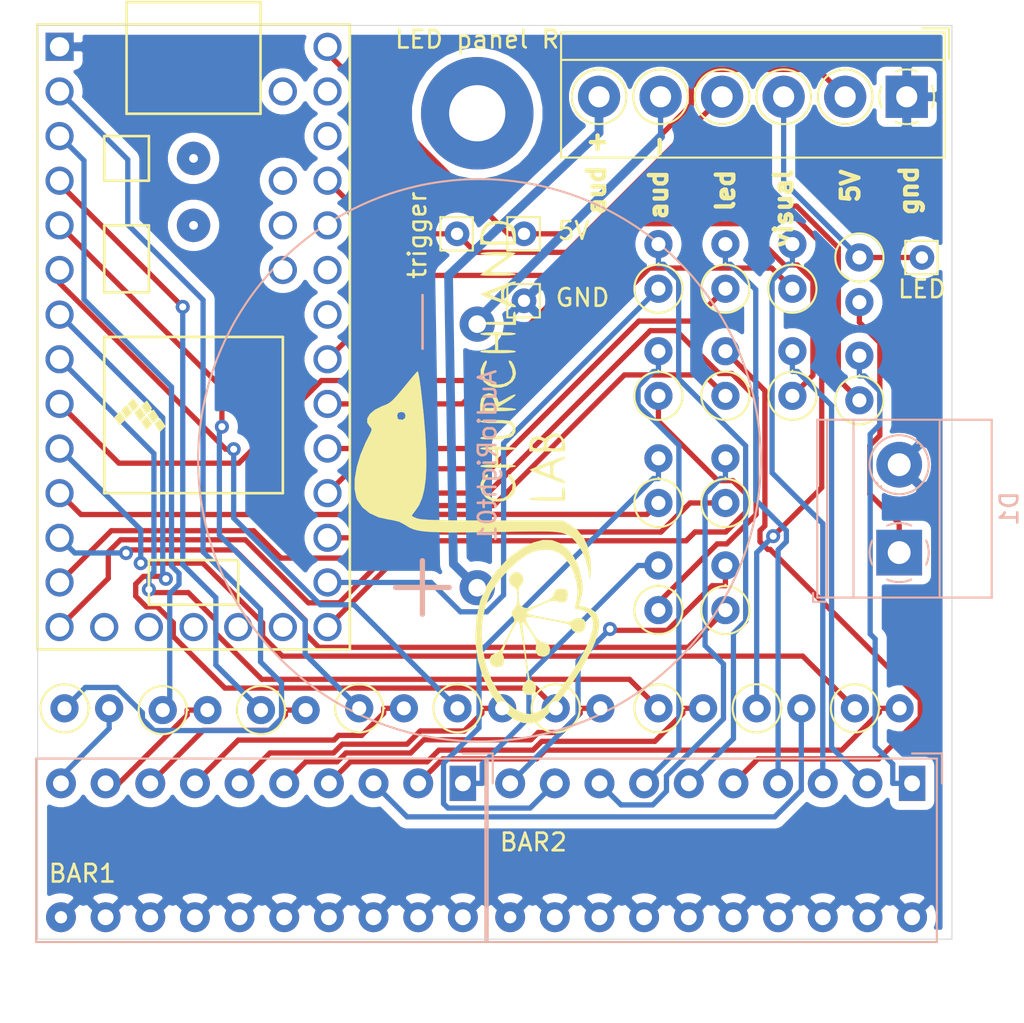
<source format=kicad_pcb>
(kicad_pcb (version 20171130) (host pcbnew 5.1.6)

  (general
    (thickness 1.6)
    (drawings 11)
    (tracks 365)
    (zones 0)
    (modules 33)
    (nets 62)
  )

  (page A4)
  (layers
    (0 F.Cu signal)
    (31 B.Cu signal)
    (32 B.Adhes user)
    (33 F.Adhes user)
    (34 B.Paste user)
    (35 F.Paste user)
    (36 B.SilkS user)
    (37 F.SilkS user)
    (38 B.Mask user)
    (39 F.Mask user)
    (40 Dwgs.User user)
    (41 Cmts.User user)
    (42 Eco1.User user)
    (43 Eco2.User user)
    (44 Edge.Cuts user)
    (45 Margin user)
    (46 B.CrtYd user)
    (47 F.CrtYd user)
    (48 B.Fab user)
    (49 F.Fab user)
  )

  (setup
    (last_trace_width 0.3)
    (trace_clearance 0.2)
    (zone_clearance 0.508)
    (zone_45_only no)
    (trace_min 0.2)
    (via_size 0.8)
    (via_drill 0.4)
    (via_min_size 0.4)
    (via_min_drill 0.3)
    (uvia_size 0.3)
    (uvia_drill 0.1)
    (uvias_allowed no)
    (uvia_min_size 0.2)
    (uvia_min_drill 0.1)
    (edge_width 0.05)
    (segment_width 0.2)
    (pcb_text_width 0.3)
    (pcb_text_size 1.5 1.5)
    (mod_edge_width 0.12)
    (mod_text_size 1 1)
    (mod_text_width 0.15)
    (pad_size 1.7 1.7)
    (pad_drill 0.7)
    (pad_to_mask_clearance 0.051)
    (solder_mask_min_width 0.25)
    (aux_axis_origin 0 0)
    (visible_elements FFFFFF7F)
    (pcbplotparams
      (layerselection 0x010fc_ffffffff)
      (usegerberextensions true)
      (usegerberattributes false)
      (usegerberadvancedattributes true)
      (creategerberjobfile false)
      (excludeedgelayer true)
      (linewidth 0.100000)
      (plotframeref false)
      (viasonmask false)
      (mode 1)
      (useauxorigin false)
      (hpglpennumber 1)
      (hpglpenspeed 20)
      (hpglpendiameter 15.000000)
      (psnegative false)
      (psa4output false)
      (plotreference true)
      (plotvalue false)
      (plotinvisibletext false)
      (padsonsilk false)
      (subtractmaskfromsilk false)
      (outputformat 1)
      (mirror false)
      (drillshape 0)
      (scaleselection 1)
      (outputdirectory "gerber_right"))
  )

  (net 0 "")
  (net 1 +5V)
  (net 2 GND)
  (net 3 "Net-(BAR1-Pad9)")
  (net 4 "Net-(BAR1-Pad10)")
  (net 5 "Net-(BAR1-Pad8)")
  (net 6 "Net-(BAR1-Pad7)")
  (net 7 "Net-(BAR1-Pad6)")
  (net 8 "Net-(BAR1-Pad5)")
  (net 9 "Net-(BAR1-Pad4)")
  (net 10 "Net-(BAR1-Pad3)")
  (net 11 "Net-(BAR1-Pad2)")
  (net 12 "Net-(BAR1-Pad1)")
  (net 13 "Net-(BAR2-Pad9)")
  (net 14 "Net-(BAR2-Pad10)")
  (net 15 "Net-(BAR2-Pad8)")
  (net 16 "Net-(BAR2-Pad7)")
  (net 17 "Net-(BAR2-Pad6)")
  (net 18 "Net-(BAR2-Pad5)")
  (net 19 "Net-(BAR2-Pad4)")
  (net 20 "Net-(BAR2-Pad3)")
  (net 21 "Net-(BAR2-Pad2)")
  (net 22 "Net-(BAR2-Pad1)")
  (net 23 "Net-(D1-Pad1)")
  (net 24 "Net-(R1-Pad1)")
  (net 25 "Net-(R2-Pad1)")
  (net 26 "Net-(R3-Pad1)")
  (net 27 "Net-(R4-Pad1)")
  (net 28 "Net-(R5-Pad1)")
  (net 29 "Net-(R6-Pad1)")
  (net 30 "Net-(R7-Pad1)")
  (net 31 "Net-(R8-Pad1)")
  (net 32 "Net-(R9-Pad1)")
  (net 33 "Net-(R10-Pad1)")
  (net 34 "Net-(R11-Pad1)")
  (net 35 "Net-(R12-Pad1)")
  (net 36 "Net-(R13-Pad1)")
  (net 37 "Net-(R14-Pad1)")
  (net 38 "Net-(R15-Pad1)")
  (net 39 "Net-(R16-Pad1)")
  (net 40 "Net-(R17-Pad1)")
  (net 41 "Net-(R18-Pad1)")
  (net 42 "Net-(R19-Pad1)")
  (net 43 "Net-(R20-Pad1)")
  (net 44 "Net-(U1-Pad37)")
  (net 45 "Net-(U1-Pad36)")
  (net 46 "Net-(U1-Pad35)")
  (net 47 "Net-(U1-Pad34)")
  (net 48 "Net-(U1-Pad32)")
  (net 49 "Net-(U1-Pad31)")
  (net 50 "Net-(U1-Pad27)")
  (net 51 "Net-(U1-Pad15)")
  (net 52 "Net-(U1-Pad16)")
  (net 53 "Net-(U1-Pad19)")
  (net 54 "Net-(U1-Pad18)")
  (net 55 "Net-(U1-Pad17)")
  (net 56 "Net-(AudioRight01-Pad2)")
  (net 57 "Net-(AudioRight01-Pad1)")
  (net 58 "Net-(R21-Pad1)")
  (net 59 "Net-(RightJ1-Pad4)")
  (net 60 "Net-(U1-Pad29)")
  (net 61 "Net-(U1-Pad28)")

  (net_class Default "This is the default net class."
    (clearance 0.2)
    (trace_width 0.3)
    (via_dia 0.8)
    (via_drill 0.4)
    (uvia_dia 0.3)
    (uvia_drill 0.1)
    (add_net +5V)
    (add_net GND)
    (add_net "Net-(AudioRight01-Pad1)")
    (add_net "Net-(AudioRight01-Pad2)")
    (add_net "Net-(BAR1-Pad1)")
    (add_net "Net-(BAR1-Pad10)")
    (add_net "Net-(BAR1-Pad2)")
    (add_net "Net-(BAR1-Pad3)")
    (add_net "Net-(BAR1-Pad4)")
    (add_net "Net-(BAR1-Pad5)")
    (add_net "Net-(BAR1-Pad6)")
    (add_net "Net-(BAR1-Pad7)")
    (add_net "Net-(BAR1-Pad8)")
    (add_net "Net-(BAR1-Pad9)")
    (add_net "Net-(BAR2-Pad1)")
    (add_net "Net-(BAR2-Pad10)")
    (add_net "Net-(BAR2-Pad2)")
    (add_net "Net-(BAR2-Pad3)")
    (add_net "Net-(BAR2-Pad4)")
    (add_net "Net-(BAR2-Pad5)")
    (add_net "Net-(BAR2-Pad6)")
    (add_net "Net-(BAR2-Pad7)")
    (add_net "Net-(BAR2-Pad8)")
    (add_net "Net-(BAR2-Pad9)")
    (add_net "Net-(D1-Pad1)")
    (add_net "Net-(R1-Pad1)")
    (add_net "Net-(R10-Pad1)")
    (add_net "Net-(R11-Pad1)")
    (add_net "Net-(R12-Pad1)")
    (add_net "Net-(R13-Pad1)")
    (add_net "Net-(R14-Pad1)")
    (add_net "Net-(R15-Pad1)")
    (add_net "Net-(R16-Pad1)")
    (add_net "Net-(R17-Pad1)")
    (add_net "Net-(R18-Pad1)")
    (add_net "Net-(R19-Pad1)")
    (add_net "Net-(R2-Pad1)")
    (add_net "Net-(R20-Pad1)")
    (add_net "Net-(R21-Pad1)")
    (add_net "Net-(R3-Pad1)")
    (add_net "Net-(R4-Pad1)")
    (add_net "Net-(R5-Pad1)")
    (add_net "Net-(R6-Pad1)")
    (add_net "Net-(R7-Pad1)")
    (add_net "Net-(R8-Pad1)")
    (add_net "Net-(R9-Pad1)")
    (add_net "Net-(RightJ1-Pad4)")
    (add_net "Net-(U1-Pad15)")
    (add_net "Net-(U1-Pad16)")
    (add_net "Net-(U1-Pad17)")
    (add_net "Net-(U1-Pad18)")
    (add_net "Net-(U1-Pad19)")
    (add_net "Net-(U1-Pad27)")
    (add_net "Net-(U1-Pad28)")
    (add_net "Net-(U1-Pad29)")
    (add_net "Net-(U1-Pad31)")
    (add_net "Net-(U1-Pad32)")
    (add_net "Net-(U1-Pad34)")
    (add_net "Net-(U1-Pad35)")
    (add_net "Net-(U1-Pad36)")
    (add_net "Net-(U1-Pad37)")
  )

  (module lib:bargraph (layer F.Cu) (tedit 5F0E5EE9) (tstamp 5E585A37)
    (at 49.7332 43.1317 270)
    (descr "10-Element Red Bar Graph Array https://docs.broadcom.com/docs/AV02-1798EN")
    (tags "10-Element Red Bar Graph Array")
    (path /5E4484DB)
    (fp_text reference BAR2 (at 3.3503 21.5392 180) (layer F.SilkS)
      (effects (font (size 1 1) (thickness 0.15)))
    )
    (fp_text value HDSP-4830_2 (at 2.89 25.22 90) (layer F.Fab)
      (effects (font (size 1 1) (thickness 0.15)))
    )
    (fp_text user %R (at 4 12 90) (layer F.Fab)
      (effects (font (size 1 1) (thickness 0.1)))
    )
    (fp_line (start 9.03 -1.41) (end 9.03 24.27) (layer B.SilkS) (width 0.12))
    (fp_line (start -1.41 -1.41) (end 9.03 -1.41) (layer B.SilkS) (width 0.12))
    (fp_line (start -1.41 24.27) (end -1.41 -1.41) (layer B.SilkS) (width 0.12))
    (fp_line (start 9.03 24.27) (end -1.41 24.27) (layer B.SilkS) (width 0.12))
    (fp_line (start 0 -1.27) (end 8.89 -1.27) (layer F.Fab) (width 0.1))
    (fp_line (start -1.27 0) (end -1.27 24.13) (layer F.Fab) (width 0.1))
    (fp_line (start -1.27 24.13) (end 8.89 24.13) (layer F.Fab) (width 0.1))
    (fp_line (start 8.89 -1.27) (end 8.89 24.13) (layer F.Fab) (width 0.1))
    (fp_line (start -1.52 -1.52) (end 9.14 -1.52) (layer F.CrtYd) (width 0.05))
    (fp_line (start -1.52 -1.52) (end -1.52 24.38) (layer F.CrtYd) (width 0.05))
    (fp_line (start 9.14 24.38) (end 9.14 -1.52) (layer F.CrtYd) (width 0.05))
    (fp_line (start -1.52 24.38) (end 9.14 24.38) (layer F.CrtYd) (width 0.05))
    (fp_line (start 0 -1.27) (end -1.27 0) (layer F.Fab) (width 0.1))
    (fp_line (start -1.7 -1.7) (end -1.7 0) (layer B.SilkS) (width 0.12))
    (fp_line (start 0 -1.7) (end -1.7 -1.7) (layer B.SilkS) (width 0.12))
    (pad 1 thru_hole rect (at 0 0 180) (size 1.5 2) (drill 0.9) (layers *.Cu *.Mask)
      (net 22 "Net-(BAR2-Pad1)"))
    (pad 2 thru_hole circle (at 0 2.54 180) (size 1.7 1.7) (drill 0.9) (layers *.Cu *.Mask)
      (net 21 "Net-(BAR2-Pad2)"))
    (pad 3 thru_hole circle (at 0 5.08 180) (size 1.7 1.7) (drill 0.9) (layers *.Cu *.Mask)
      (net 20 "Net-(BAR2-Pad3)"))
    (pad 4 thru_hole circle (at 0 7.62 180) (size 1.7 1.7) (drill 0.9) (layers *.Cu *.Mask)
      (net 19 "Net-(BAR2-Pad4)"))
    (pad 13 thru_hole circle (at 7.62 17.78 180) (size 1.7 1.7) (drill 0.9) (layers *.Cu *.Mask)
      (net 2 GND))
    (pad 14 thru_hole circle (at 7.62 15.24 180) (size 1.7 1.7) (drill 0.9) (layers *.Cu *.Mask)
      (net 2 GND))
    (pad 15 thru_hole circle (at 7.62 12.7 180) (size 1.7 1.7) (drill 0.9) (layers *.Cu *.Mask)
      (net 2 GND))
    (pad 16 thru_hole circle (at 7.62 10.16 180) (size 1.7 1.7) (drill 0.9) (layers *.Cu *.Mask)
      (net 2 GND))
    (pad 5 thru_hole circle (at 0 10.16 180) (size 1.7 1.7) (drill 0.9) (layers *.Cu *.Mask)
      (net 18 "Net-(BAR2-Pad5)"))
    (pad 6 thru_hole circle (at 0 12.7 180) (size 1.7 1.7) (drill 0.9) (layers *.Cu *.Mask)
      (net 17 "Net-(BAR2-Pad6)"))
    (pad 7 thru_hole circle (at 0 15.24 180) (size 1.7 1.7) (drill 0.9) (layers *.Cu *.Mask)
      (net 16 "Net-(BAR2-Pad7)"))
    (pad 8 thru_hole circle (at 0 17.78 180) (size 1.7 1.7) (drill 0.9) (layers *.Cu *.Mask)
      (net 15 "Net-(BAR2-Pad8)"))
    (pad 12 thru_hole circle (at 7.62 20.32 180) (size 1.7 1.7) (drill 0.9) (layers *.Cu *.Mask)
      (net 2 GND))
    (pad 11 thru_hole circle (at 7.62 22.86 180) (size 1.7 1.7) (drill 0.7) (layers *.Cu *.Mask)
      (net 2 GND))
    (pad 10 thru_hole circle (at 0 22.86 180) (size 1.7 1.7) (drill 0.9) (layers *.Cu *.Mask)
      (net 14 "Net-(BAR2-Pad10)"))
    (pad 9 thru_hole circle (at 0 20.32 180) (size 1.7 1.7) (drill 0.9) (layers *.Cu *.Mask)
      (net 13 "Net-(BAR2-Pad9)"))
    (pad 17 thru_hole circle (at 7.62 7.62 180) (size 1.7 1.7) (drill 0.9) (layers *.Cu *.Mask)
      (net 2 GND))
    (pad 18 thru_hole circle (at 7.62 5.08 180) (size 1.7 1.7) (drill 0.9) (layers *.Cu *.Mask)
      (net 2 GND))
    (pad 19 thru_hole circle (at 7.62 2.54 180) (size 1.7 1.7) (drill 0.9) (layers *.Cu *.Mask)
      (net 2 GND))
    (pad 20 thru_hole circle (at 7.62 0 180) (size 1.7 1.7) (drill 0.9) (layers *.Cu *.Mask)
      (net 2 GND))
    (model ${KISYS3DMOD}/Display.3dshapes/HDSP-4830.wrl
      (at (xyz 0 0 0))
      (scale (xyz 1 1 1))
      (rotate (xyz 0 0 0))
    )
  )

  (module lib:bargraph (layer F.Cu) (tedit 5F0E5EE9) (tstamp 5E5814CE)
    (at 24.1833 43.1317 270)
    (descr "10-Element Red Bar Graph Array https://docs.broadcom.com/docs/AV02-1798EN")
    (tags "10-Element Red Bar Graph Array")
    (path /5E44713F)
    (fp_text reference BAR1 (at 5.1283 21.6433 180) (layer F.SilkS)
      (effects (font (size 1 1) (thickness 0.15)))
    )
    (fp_text value HDSP-4830_2 (at 2.89 25.22 90) (layer F.Fab)
      (effects (font (size 1 1) (thickness 0.15)))
    )
    (fp_text user %R (at 4 12 90) (layer F.Fab)
      (effects (font (size 1 1) (thickness 0.1)))
    )
    (fp_line (start 9.03 -1.41) (end 9.03 24.27) (layer B.SilkS) (width 0.12))
    (fp_line (start -1.41 -1.41) (end 9.03 -1.41) (layer B.SilkS) (width 0.12))
    (fp_line (start -1.41 24.27) (end -1.41 -1.41) (layer B.SilkS) (width 0.12))
    (fp_line (start 9.03 24.27) (end -1.41 24.27) (layer B.SilkS) (width 0.12))
    (fp_line (start 0 -1.27) (end 8.89 -1.27) (layer F.Fab) (width 0.1))
    (fp_line (start -1.27 0) (end -1.27 24.13) (layer F.Fab) (width 0.1))
    (fp_line (start -1.27 24.13) (end 8.89 24.13) (layer F.Fab) (width 0.1))
    (fp_line (start 8.89 -1.27) (end 8.89 24.13) (layer F.Fab) (width 0.1))
    (fp_line (start -1.52 -1.52) (end 9.14 -1.52) (layer F.CrtYd) (width 0.05))
    (fp_line (start -1.52 -1.52) (end -1.52 24.38) (layer F.CrtYd) (width 0.05))
    (fp_line (start 9.14 24.38) (end 9.14 -1.52) (layer F.CrtYd) (width 0.05))
    (fp_line (start -1.52 24.38) (end 9.14 24.38) (layer F.CrtYd) (width 0.05))
    (fp_line (start 0 -1.27) (end -1.27 0) (layer F.Fab) (width 0.1))
    (fp_line (start -1.7 -1.7) (end -1.7 0) (layer B.SilkS) (width 0.12))
    (fp_line (start 0 -1.7) (end -1.7 -1.7) (layer B.SilkS) (width 0.12))
    (pad 1 thru_hole rect (at 0 0 180) (size 1.5 2) (drill 0.9) (layers *.Cu *.Mask)
      (net 12 "Net-(BAR1-Pad1)"))
    (pad 2 thru_hole circle (at 0 2.54 180) (size 1.7 1.7) (drill 0.9) (layers *.Cu *.Mask)
      (net 11 "Net-(BAR1-Pad2)"))
    (pad 3 thru_hole circle (at 0 5.08 180) (size 1.7 1.7) (drill 0.9) (layers *.Cu *.Mask)
      (net 10 "Net-(BAR1-Pad3)"))
    (pad 4 thru_hole circle (at 0 7.62 180) (size 1.7 1.7) (drill 0.9) (layers *.Cu *.Mask)
      (net 9 "Net-(BAR1-Pad4)"))
    (pad 13 thru_hole circle (at 7.62 17.78 180) (size 1.7 1.7) (drill 0.9) (layers *.Cu *.Mask)
      (net 2 GND))
    (pad 14 thru_hole circle (at 7.62 15.24 180) (size 1.7 1.7) (drill 0.9) (layers *.Cu *.Mask)
      (net 2 GND))
    (pad 15 thru_hole circle (at 7.62 12.7 180) (size 1.7 1.7) (drill 0.9) (layers *.Cu *.Mask)
      (net 2 GND))
    (pad 16 thru_hole circle (at 7.62 10.16 180) (size 1.7 1.7) (drill 0.9) (layers *.Cu *.Mask)
      (net 2 GND))
    (pad 5 thru_hole circle (at 0 10.16 180) (size 1.7 1.7) (drill 0.9) (layers *.Cu *.Mask)
      (net 8 "Net-(BAR1-Pad5)"))
    (pad 6 thru_hole circle (at 0 12.7 180) (size 1.7 1.7) (drill 0.9) (layers *.Cu *.Mask)
      (net 7 "Net-(BAR1-Pad6)"))
    (pad 7 thru_hole circle (at 0 15.24 180) (size 1.7 1.7) (drill 0.9) (layers *.Cu *.Mask)
      (net 6 "Net-(BAR1-Pad7)"))
    (pad 8 thru_hole circle (at 0 17.78 180) (size 1.7 1.7) (drill 0.9) (layers *.Cu *.Mask)
      (net 5 "Net-(BAR1-Pad8)"))
    (pad 12 thru_hole circle (at 7.62 20.32 180) (size 1.7 1.7) (drill 0.9) (layers *.Cu *.Mask)
      (net 2 GND))
    (pad 11 thru_hole circle (at 7.62 22.86 180) (size 1.7 1.7) (drill 0.7) (layers *.Cu *.Mask)
      (net 2 GND))
    (pad 10 thru_hole circle (at 0 22.86 180) (size 1.7 1.7) (drill 0.9) (layers *.Cu *.Mask)
      (net 4 "Net-(BAR1-Pad10)"))
    (pad 9 thru_hole circle (at 0 20.32 180) (size 1.7 1.7) (drill 0.9) (layers *.Cu *.Mask)
      (net 3 "Net-(BAR1-Pad9)"))
    (pad 17 thru_hole circle (at 7.62 7.62 180) (size 1.7 1.7) (drill 0.9) (layers *.Cu *.Mask)
      (net 2 GND))
    (pad 18 thru_hole circle (at 7.62 5.08 180) (size 1.7 1.7) (drill 0.9) (layers *.Cu *.Mask)
      (net 2 GND))
    (pad 19 thru_hole circle (at 7.62 2.54 180) (size 1.7 1.7) (drill 0.9) (layers *.Cu *.Mask)
      (net 2 GND))
    (pad 20 thru_hole circle (at 7.62 0 180) (size 1.7 1.7) (drill 0.9) (layers *.Cu *.Mask)
      (net 2 GND))
    (model ${KISYS3DMOD}/Display.3dshapes/HDSP-4830.wrl
      (at (xyz 0 0 0))
      (scale (xyz 1 1 1))
      (rotate (xyz 0 0 0))
    )
  )

  (module MountingHole:MountingHole_3.2mm_M3_Pad (layer F.Cu) (tedit 56D1B4CB) (tstamp 5F0E2B14)
    (at 25 5)
    (descr "Mounting Hole 3.2mm, M3")
    (tags "mounting hole 3.2mm m3")
    (attr virtual)
    (fp_text reference "LED panel R" (at 0 -4.2) (layer F.SilkS)
      (effects (font (size 1 1) (thickness 0.15)))
    )
    (fp_text value MountingHole_3.2mm_M3_Pad (at 0 4.2) (layer F.Fab)
      (effects (font (size 1 1) (thickness 0.15)))
    )
    (fp_circle (center 0 0) (end 3.45 0) (layer F.CrtYd) (width 0.05))
    (fp_circle (center 0 0) (end 3.2 0) (layer Cmts.User) (width 0.15))
    (fp_text user %R (at 0.3 0) (layer F.Fab)
      (effects (font (size 1 1) (thickness 0.15)))
    )
    (pad 1 thru_hole circle (at 0 0) (size 6.4 6.4) (drill 3.2) (layers *.Cu *.Mask))
  )

  (module lib:churchland_lab_logo (layer F.Cu) (tedit 0) (tstamp 5F0EBF47)
    (at 25 25 90)
    (fp_text reference G1 (at 0 0 90) (layer F.SilkS) hide
      (effects (font (size 1.524 1.524) (thickness 0.3)))
    )
    (fp_text value LOGO (at 0.75 0 90) (layer F.SilkS) hide
      (effects (font (size 1.524 1.524) (thickness 0.3)))
    )
    (fp_poly (pts (xy -8.671774 -0.036213) (xy -7.737099 0.173306) (xy -6.885511 0.528883) (xy -6.112209 1.032686)
      (xy -5.412394 1.686887) (xy -5.202082 1.929693) (xy -4.734385 2.574509) (xy -4.427623 3.178851)
      (xy -4.282028 3.740974) (xy -4.297833 4.259133) (xy -4.475271 4.731582) (xy -4.776684 5.119598)
      (xy -5.265564 5.505335) (xy -5.85608 5.779621) (xy -6.511445 5.942817) (xy -6.871972 5.993314)
      (xy -7.150233 5.9962) (xy -7.427146 5.949079) (xy -7.571103 5.911414) (xy -8.044884 5.779544)
      (xy -8.100562 6.127739) (xy -8.225389 6.485542) (xy -8.389608 6.7093) (xy -8.676848 6.887436)
      (xy -9.063251 6.942414) (xy -9.555097 6.874347) (xy -10.008046 6.738717) (xy -10.453207 6.55345)
      (xy -10.964682 6.294004) (xy -11.518614 5.977072) (xy -12.091148 5.619349) (xy -12.658428 5.237526)
      (xy -13.196598 4.848297) (xy -13.681802 4.468355) (xy -14.090186 4.114393) (xy -14.397893 3.803104)
      (xy -14.581067 3.551181) (xy -14.5906 3.532053) (xy -14.721404 3.072496) (xy -14.717112 3.004232)
      (xy -14.196862 3.004232) (xy -14.094664 3.419571) (xy -13.824797 3.818999) (xy -13.824245 3.81961)
      (xy -13.463246 4.169968) (xy -12.984074 4.563685) (xy -12.423724 4.976317) (xy -11.819188 5.383422)
      (xy -11.207462 5.760556) (xy -10.625539 6.083278) (xy -10.110414 6.327144) (xy -9.91355 6.403485)
      (xy -9.472635 6.539941) (xy -9.135514 6.593116) (xy -8.859997 6.565535) (xy -8.640975 6.479572)
      (xy -8.428654 6.288489) (xy -8.273881 5.997612) (xy -8.212689 5.675106) (xy -8.212666 5.669304)
      (xy -8.199563 5.587562) (xy -8.133593 5.562984) (xy -7.974765 5.593553) (xy -7.783627 5.647647)
      (xy -7.284766 5.715871) (xy -6.733871 5.662991) (xy -6.17915 5.504376) (xy -5.668814 5.255396)
      (xy -5.25107 4.93142) (xy -5.13596 4.803533) (xy -4.97014 4.556763) (xy -4.880836 4.292929)
      (xy -4.84284 3.985521) (xy -4.851461 3.575931) (xy -4.948253 3.18496) (xy -5.14677 2.785738)
      (xy -5.460562 2.351395) (xy -5.903183 1.855062) (xy -5.933206 1.82369) (xy -6.591837 1.222191)
      (xy -7.274529 0.775638) (xy -8.007685 0.472898) (xy -8.817709 0.30284) (xy -9.656245 0.254)
      (xy -10.54796 0.318401) (xy -11.410958 0.504097) (xy -12.214347 0.799826) (xy -12.927235 1.194326)
      (xy -13.496084 1.653838) (xy -13.897707 2.122255) (xy -14.131254 2.57209) (xy -14.196862 3.004232)
      (xy -14.717112 3.004232) (xy -14.691759 2.601095) (xy -14.508939 2.12929) (xy -14.180221 1.668521)
      (xy -13.712879 1.230231) (xy -13.114189 0.82586) (xy -12.744064 0.628198) (xy -11.931426 0.275817)
      (xy -11.154924 0.046763) (xy -10.352743 -0.07376) (xy -9.694333 -0.101846) (xy -8.671774 -0.036213)) (layer F.SilkS) (width 0.01))
    (fp_poly (pts (xy -0.78946 -6.960627) (xy -0.132302 -6.848913) (xy 0.563868 -6.641817) (xy 1.269788 -6.344958)
      (xy 1.499941 -6.22823) (xy 1.776766 -6.084945) (xy 1.946362 -6.015067) (xy 2.050253 -6.011091)
      (xy 2.129965 -6.065516) (xy 2.16923 -6.107304) (xy 2.39304 -6.256037) (xy 2.637787 -6.251513)
      (xy 2.885816 -6.105348) (xy 3.119468 -5.829162) (xy 3.321088 -5.434572) (xy 3.363468 -5.321497)
      (xy 3.440423 -5.132249) (xy 3.541331 -4.963923) (xy 3.691488 -4.788561) (xy 3.916189 -4.578204)
      (xy 4.240729 -4.304894) (xy 4.402667 -4.172897) (xy 4.730825 -3.903764) (xy 5.008008 -3.67072)
      (xy 5.209201 -3.495226) (xy 5.309391 -3.398743) (xy 5.315707 -3.389532) (xy 5.245316 -3.358207)
      (xy 5.035475 -3.314237) (xy 4.715149 -3.262593) (xy 4.313303 -3.208242) (xy 4.130374 -3.186174)
      (xy 2.860265 -3.049686) (xy 1.744143 -2.95528) (xy 0.771845 -2.903458) (xy -0.066793 -2.894725)
      (xy -0.781933 -2.929583) (xy -1.383737 -3.008535) (xy -1.882369 -3.132085) (xy -2.287991 -3.300735)
      (xy -2.610767 -3.51499) (xy -2.617043 -3.520244) (xy -2.785923 -3.653298) (xy -2.894804 -3.722536)
      (xy -2.905489 -3.725333) (xy -2.958997 -3.653816) (xy -3.03762 -3.475492) (xy -3.0626 -3.407833)
      (xy -3.090319 -3.292295) (xy -3.113436 -3.107264) (xy -3.13229 -2.839767) (xy -3.147221 -2.476827)
      (xy -3.158569 -2.00547) (xy -3.166671 -1.412719) (xy -3.171869 -0.6856) (xy -3.174502 0.188862)
      (xy -3.175 0.889) (xy -3.175 4.868333) (xy -3.407749 5.264267) (xy -3.739909 5.715486)
      (xy -4.147802 6.050933) (xy -4.65329 6.282362) (xy -5.278237 6.421528) (xy -5.630333 6.459262)
      (xy -5.943957 6.470055) (xy -6.218552 6.456341) (xy -6.35 6.432826) (xy -6.487006 6.386335)
      (xy -6.472634 6.36685) (xy -6.307666 6.358708) (xy -5.889107 6.300233) (xy -5.4187 6.164795)
      (xy -4.960664 5.976541) (xy -4.579221 5.759619) (xy -4.451591 5.66078) (xy -4.267068 5.493093)
      (xy -4.119075 5.335719) (xy -4.003954 5.168467) (xy -3.918053 4.971147) (xy -3.857715 4.723569)
      (xy -3.819286 4.405544) (xy -3.79911 3.996881) (xy -3.793533 3.477392) (xy -3.7989 2.826886)
      (xy -3.81 2.116667) (xy -3.828152 1.008748) (xy -3.841677 0.056377) (xy -3.8497 -0.75419)
      (xy -3.851345 -1.436697) (xy -3.845737 -2.004889) (xy -3.832002 -2.472509) (xy -3.809263 -2.853301)
      (xy -3.776646 -3.16101) (xy -3.733276 -3.409378) (xy -3.678277 -3.612152) (xy -3.610774 -3.783073)
      (xy -3.529893 -3.935887) (xy -3.434757 -4.084337) (xy -3.413133 -4.115885) (xy -3.348359 -4.241327)
      (xy 2.554052 -4.241327) (xy 2.655483 -4.104621) (xy 2.814788 -4.079229) (xy 2.966115 -4.152318)
      (xy 3.005667 -4.318) (xy 2.959133 -4.492415) (xy 2.814788 -4.556772) (xy 2.636192 -4.526019)
      (xy 2.572897 -4.450938) (xy 2.554052 -4.241327) (xy -3.348359 -4.241327) (xy -3.242676 -4.445991)
      (xy -3.141925 -4.862652) (xy -3.123004 -5.007979) (xy -2.992754 -5.607075) (xy -2.753677 -6.123825)
      (xy -2.421385 -6.534966) (xy -2.011491 -6.817237) (xy -1.869708 -6.875426) (xy -1.378349 -6.971338)
      (xy -0.78946 -6.960627)) (layer F.SilkS) (width 0.01))
    (fp_poly (pts (xy -1.909131 3.044292) (xy -1.881175 3.272745) (xy -1.865432 3.627055) (xy -1.862666 3.894667)
      (xy -1.862666 4.826) (xy -1.566333 4.826) (xy -1.370466 4.847265) (xy -1.272559 4.899555)
      (xy -1.27 4.910667) (xy -1.345674 4.96116) (xy -1.537138 4.991448) (xy -1.651 4.995333)
      (xy -2.032 4.995333) (xy -2.032 3.979333) (xy -2.025221 3.53335) (xy -2.005961 3.203381)
      (xy -1.975833 3.00879) (xy -1.947333 2.963333) (xy -1.909131 3.044292)) (layer F.SilkS) (width 0.01))
    (fp_poly (pts (xy -0.287793 2.985984) (xy -0.245585 3.073898) (xy -0.162338 3.277142) (xy -0.055834 3.552258)
      (xy -0.052672 3.560622) (xy 0.0874 3.927909) (xy 0.235424 4.310814) (xy 0.329525 4.550833)
      (xy 0.415636 4.804613) (xy 0.438933 4.961159) (xy 0.415287 4.995333) (xy 0.33184 4.923745)
      (xy 0.229328 4.74389) (xy 0.192013 4.656667) (xy 0.095631 4.44366) (xy -0.012995 4.34605)
      (xy -0.199687 4.319057) (xy -0.305778 4.318) (xy -0.537386 4.328317) (xy -0.660731 4.388794)
      (xy -0.736781 4.543717) (xy -0.772003 4.656667) (xy -0.859315 4.86671) (xy -0.955957 4.985449)
      (xy -0.985833 4.995333) (xy -1.036693 4.955764) (xy -1.017763 4.819383) (xy -0.92522 4.559681)
      (xy -0.921713 4.550833) (xy -0.796021 4.228944) (xy -0.765283 4.148667) (xy -0.579044 4.148667)
      (xy 0.002273 4.148667) (xy -0.12857 3.835515) (xy -0.217241 3.631634) (xy -0.277409 3.50841)
      (xy -0.285839 3.495938) (xy -0.329222 3.549668) (xy -0.407654 3.716031) (xy -0.445655 3.809089)
      (xy -0.579044 4.148667) (xy -0.765283 4.148667) (xy -0.647567 3.841235) (xy -0.530976 3.531695)
      (xy -0.423598 3.257108) (xy -0.337891 3.062627) (xy -0.290403 2.985379) (xy -0.287793 2.985984)) (layer F.SilkS) (width 0.01))
    (fp_poly (pts (xy 1.346424 3.006517) (xy 1.537224 3.143266) (xy 1.607638 3.384374) (xy 1.608667 3.426982)
      (xy 1.584239 3.638127) (xy 1.524719 3.766349) (xy 1.517627 3.771606) (xy 1.499272 3.863717)
      (xy 1.602293 3.991567) (xy 1.763037 4.233653) (xy 1.78127 4.491655) (xy 1.675394 4.728752)
      (xy 1.463811 4.908122) (xy 1.164922 4.992944) (xy 1.100667 4.995333) (xy 0.762 4.995333)
      (xy 0.762 4.402667) (xy 0.931334 4.402667) (xy 0.937357 4.653415) (xy 0.971704 4.77847)
      (xy 1.058787 4.821429) (xy 1.1684 4.826) (xy 1.37995 4.791691) (xy 1.507067 4.7244)
      (xy 1.609464 4.522204) (xy 1.582793 4.299356) (xy 1.451883 4.105837) (xy 1.241561 3.991629)
      (xy 1.136953 3.979333) (xy 1.014825 3.993938) (xy 0.953894 4.066542) (xy 0.933183 4.240334)
      (xy 0.931334 4.402667) (xy 0.762 4.402667) (xy 0.762 3.465709) (xy 0.931334 3.465709)
      (xy 0.969799 3.71792) (xy 1.085677 3.819637) (xy 1.279694 3.771339) (xy 1.34028 3.736016)
      (xy 1.415301 3.603992) (xy 1.424947 3.419813) (xy 1.368704 3.233673) (xy 1.223373 3.157106)
      (xy 1.164167 3.148209) (xy 1.015958 3.144242) (xy 0.949288 3.207711) (xy 0.931817 3.382717)
      (xy 0.931334 3.465709) (xy 0.762 3.465709) (xy 0.762 2.963333) (xy 1.021566 2.963333)
      (xy 1.346424 3.006517)) (layer F.SilkS) (width 0.01))
    (fp_poly (pts (xy -1.011667 0.2088) (xy -0.798102 0.30651) (xy -0.627352 0.431429) (xy -0.547221 0.552523)
      (xy -0.555444 0.600936) (xy -0.64639 0.609282) (xy -0.802889 0.52383) (xy -0.821669 0.50949)
      (xy -1.113072 0.360195) (xy -1.397563 0.379241) (xy -1.680388 0.567084) (xy -1.699846 0.586154)
      (xy -1.877874 0.814911) (xy -1.943473 1.070896) (xy -1.947333 1.185333) (xy -1.911635 1.474018)
      (xy -1.777659 1.701214) (xy -1.699846 1.784513) (xy -1.416943 1.983943) (xy -1.132734 2.014545)
      (xy -0.841972 1.876775) (xy -0.821669 1.861176) (xy -0.661569 1.766598) (xy -0.560441 1.763557)
      (xy -0.555444 1.76973) (xy -0.573916 1.87767) (xy -0.706362 2.004597) (xy -0.904979 2.119479)
      (xy -1.121967 2.19128) (xy -1.220246 2.201333) (xy -1.476739 2.158602) (xy -1.674978 2.069194)
      (xy -1.932236 1.804577) (xy -2.072316 1.480151) (xy -2.103511 1.130563) (xy -2.034115 0.790459)
      (xy -1.872418 0.494486) (xy -1.626715 0.277289) (xy -1.305298 0.173515) (xy -1.220246 0.169333)
      (xy -1.011667 0.2088)) (layer F.SilkS) (width 0.01))
    (fp_poly (pts (xy 0.968499 0.250677) (xy 0.995996 0.4818) (xy 1.012212 0.843339) (xy 1.016 1.185333)
      (xy 1.009222 1.631317) (xy 0.989961 1.961285) (xy 0.959833 2.155876) (xy 0.931334 2.201333)
      (xy 0.886235 2.124214) (xy 0.85566 1.922751) (xy 0.846667 1.693333) (xy 0.846667 1.185333)
      (xy 0 1.185333) (xy 0 1.693333) (xy -0.012853 1.963923) (xy -0.04643 2.147374)
      (xy -0.084666 2.201333) (xy -0.121832 2.119989) (xy -0.149329 1.888867) (xy -0.165545 1.527327)
      (xy -0.169333 1.185333) (xy -0.162555 0.73935) (xy -0.143294 0.409381) (xy -0.113166 0.21479)
      (xy -0.084666 0.169333) (xy -0.036369 0.24548) (xy -0.005714 0.440175) (xy 0 0.592667)
      (xy 0 1.016) (xy 0.846667 1.016) (xy 0.846667 0.592667) (xy 0.861896 0.351179)
      (xy 0.900835 0.197902) (xy 0.931334 0.169333) (xy 0.968499 0.250677)) (layer F.SilkS) (width 0.01))
    (fp_poly (pts (xy 2.494665 0.249828) (xy 2.523102 0.47505) (xy 2.538203 0.820603) (xy 2.54 1.016)
      (xy 2.535768 1.415561) (xy 2.518911 1.68334) (xy 2.483193 1.856767) (xy 2.422373 1.973274)
      (xy 2.370667 2.032) (xy 2.124648 2.178364) (xy 1.86342 2.171324) (xy 1.645714 2.026158)
      (xy 1.5671 1.905054) (xy 1.513571 1.724316) (xy 1.47835 1.448139) (xy 1.45466 1.040721)
      (xy 1.453411 1.010158) (xy 1.443794 0.579096) (xy 1.456665 0.305876) (xy 1.492754 0.18041)
      (xy 1.514153 0.169333) (xy 1.566359 0.252863) (xy 1.597999 0.501312) (xy 1.608667 0.911471)
      (xy 1.608667 0.912494) (xy 1.631045 1.409968) (xy 1.700899 1.754875) (xy 1.822311 1.958325)
      (xy 1.999362 2.03143) (xy 2.019868 2.032) (xy 2.170284 2.005145) (xy 2.271997 1.907763)
      (xy 2.333572 1.714633) (xy 2.363576 1.400528) (xy 2.370667 0.999067) (xy 2.37887 0.611278)
      (xy 2.401777 0.331634) (xy 2.436836 0.185153) (xy 2.455334 0.169333) (xy 2.494665 0.249828)) (layer F.SilkS) (width 0.01))
    (fp_poly (pts (xy 3.75876 0.224957) (xy 3.976888 0.387871) (xy 4.062904 0.652142) (xy 4.064 0.692044)
      (xy 4.003796 0.905544) (xy 3.858674 1.090737) (xy 3.681874 1.183387) (xy 3.655167 1.185333)
      (xy 3.585729 1.194924) (xy 3.569093 1.243896) (xy 3.614384 1.362554) (xy 3.730723 1.5812)
      (xy 3.82486 1.748958) (xy 3.960809 2.016275) (xy 4.003396 2.158125) (xy 3.966622 2.179982)
      (xy 3.864493 2.087322) (xy 3.711013 1.885619) (xy 3.557752 1.644528) (xy 3.259667 1.143)
      (xy 3.23446 1.672167) (xy 3.209256 2.004104) (xy 3.176114 2.178871) (xy 3.139518 2.208173)
      (xy 3.103952 2.103717) (xy 3.073899 1.877208) (xy 3.053843 1.540353) (xy 3.048 1.185333)
      (xy 3.048 0.677333) (xy 3.217334 0.677333) (xy 3.225044 0.897746) (xy 3.272559 0.993149)
      (xy 3.396456 1.007833) (xy 3.483962 1.000198) (xy 3.701401 0.937018) (xy 3.843362 0.8255)
      (xy 3.886237 0.632214) (xy 3.78525 0.46836) (xy 3.565827 0.367262) (xy 3.483962 0.354469)
      (xy 3.315176 0.347777) (xy 3.238765 0.402439) (xy 3.218152 0.562746) (xy 3.217334 0.677333)
      (xy 3.048 0.677333) (xy 3.048 0.169333) (xy 3.415878 0.169333) (xy 3.75876 0.224957)) (layer F.SilkS) (width 0.01))
    (fp_poly (pts (xy 5.761569 0.343877) (xy 5.799534 0.3704) (xy 5.920127 0.487834) (xy 5.902632 0.544209)
      (xy 5.770586 0.528965) (xy 5.601012 0.459467) (xy 5.304416 0.376517) (xy 5.007343 0.396899)
      (xy 4.775753 0.513833) (xy 4.743627 0.54757) (xy 4.596886 0.832878) (xy 4.549524 1.1738)
      (xy 4.597135 1.513198) (xy 4.735311 1.793935) (xy 4.848129 1.902504) (xy 5.126768 2.019524)
      (xy 5.433037 1.984999) (xy 5.618845 1.904478) (xy 5.814025 1.80762) (xy 5.902578 1.786735)
      (xy 5.926081 1.835884) (xy 5.926667 1.860492) (xy 5.852982 1.963851) (xy 5.670001 2.072439)
      (xy 5.434837 2.160142) (xy 5.204601 2.200846) (xy 5.181235 2.201333) (xy 4.9302 2.138205)
      (xy 4.718212 2.000056) (xy 4.495492 1.698589) (xy 4.390417 1.34637) (xy 4.396075 0.9825)
      (xy 4.505556 0.64608) (xy 4.711951 0.376208) (xy 5.00835 0.211986) (xy 5.035513 0.204642)
      (xy 5.405041 0.195628) (xy 5.761569 0.343877)) (layer F.SilkS) (width 0.01))
    (fp_poly (pts (xy 7.487832 0.250677) (xy 7.51533 0.4818) (xy 7.531545 0.843339) (xy 7.535334 1.185333)
      (xy 7.528555 1.631317) (xy 7.509295 1.961285) (xy 7.479166 2.155876) (xy 7.450667 2.201333)
      (xy 7.405569 2.124214) (xy 7.374993 1.922751) (xy 7.366 1.693333) (xy 7.366 1.185333)
      (xy 6.519334 1.185333) (xy 6.519334 1.693333) (xy 6.50648 1.963923) (xy 6.472903 2.147374)
      (xy 6.434667 2.201333) (xy 6.397502 2.119989) (xy 6.370004 1.888867) (xy 6.353788 1.527327)
      (xy 6.35 1.185333) (xy 6.356779 0.73935) (xy 6.376039 0.409381) (xy 6.406167 0.21479)
      (xy 6.434667 0.169333) (xy 6.482964 0.24548) (xy 6.51362 0.440175) (xy 6.519334 0.592667)
      (xy 6.519334 1.016) (xy 7.366 1.016) (xy 7.366 0.592667) (xy 7.38123 0.351179)
      (xy 7.420169 0.197902) (xy 7.450667 0.169333) (xy 7.487832 0.250677)) (layer F.SilkS) (width 0.01))
    (fp_poly (pts (xy 8.081536 0.250292) (xy 8.109492 0.478745) (xy 8.125235 0.833055) (xy 8.128 1.100667)
      (xy 8.128 2.032) (xy 8.424334 2.032) (xy 8.620201 2.053265) (xy 8.718107 2.105555)
      (xy 8.720667 2.116667) (xy 8.644993 2.16716) (xy 8.453529 2.197448) (xy 8.339667 2.201333)
      (xy 7.958667 2.201333) (xy 7.958667 1.185333) (xy 7.965445 0.73935) (xy 7.984706 0.409381)
      (xy 8.014834 0.21479) (xy 8.043334 0.169333) (xy 8.081536 0.250292)) (layer F.SilkS) (width 0.01))
    (fp_poly (pts (xy 9.702873 0.191984) (xy 9.745082 0.279898) (xy 9.828329 0.483142) (xy 9.934832 0.758258)
      (xy 9.937995 0.766622) (xy 10.078066 1.133909) (xy 10.226091 1.516814) (xy 10.320192 1.756833)
      (xy 10.406303 2.010613) (xy 10.4296 2.167159) (xy 10.405954 2.201333) (xy 10.322506 2.129745)
      (xy 10.219995 1.94989) (xy 10.182679 1.862667) (xy 10.086298 1.64966) (xy 9.977672 1.55205)
      (xy 9.79098 1.525057) (xy 9.684889 1.524) (xy 9.45328 1.534317) (xy 9.329935 1.594794)
      (xy 9.253886 1.749717) (xy 9.218664 1.862667) (xy 9.131352 2.07271) (xy 9.03471 2.191449)
      (xy 9.004834 2.201333) (xy 8.953974 2.161764) (xy 8.972903 2.025383) (xy 9.065447 1.765681)
      (xy 9.068953 1.756833) (xy 9.194646 1.434944) (xy 9.225383 1.354667) (xy 9.411622 1.354667)
      (xy 9.992939 1.354667) (xy 9.862096 1.041515) (xy 9.773425 0.837634) (xy 9.713258 0.71441)
      (xy 9.704828 0.701938) (xy 9.661445 0.755668) (xy 9.583013 0.922031) (xy 9.545012 1.015089)
      (xy 9.411622 1.354667) (xy 9.225383 1.354667) (xy 9.343099 1.047235) (xy 9.459691 0.737695)
      (xy 9.567069 0.463108) (xy 9.652775 0.268627) (xy 9.700264 0.191379) (xy 9.702873 0.191984)) (layer F.SilkS) (width 0.01))
    (fp_poly (pts (xy 10.850163 0.234627) (xy 10.984703 0.411705) (xy 11.172789 0.672362) (xy 11.361533 0.941968)
      (xy 11.895667 1.714602) (xy 11.920011 0.941968) (xy 11.942074 0.526835) (xy 11.973669 0.274092)
      (xy 12.010015 0.1774) (xy 12.04633 0.230421) (xy 12.077836 0.426816) (xy 12.09975 0.760248)
      (xy 12.107334 1.19033) (xy 12.10212 1.578715) (xy 12.087906 1.892055) (xy 12.066828 2.099477)
      (xy 12.041024 2.170107) (xy 12.039554 2.169437) (xy 11.965467 2.085154) (xy 11.821705 1.892828)
      (xy 11.632403 1.625385) (xy 11.510388 1.447549) (xy 11.306992 1.156555) (xy 11.135321 0.927138)
      (xy 11.018974 0.789998) (xy 10.9855 0.764776) (xy 10.956816 0.84163) (xy 10.934873 1.049116)
      (xy 10.923097 1.348566) (xy 10.922 1.481667) (xy 10.912636 1.832141) (xy 10.886883 2.080332)
      (xy 10.848246 2.196434) (xy 10.837334 2.201333) (xy 10.800168 2.119989) (xy 10.772671 1.888867)
      (xy 10.756455 1.527327) (xy 10.752667 1.185333) (xy 10.75558 0.793103) (xy 10.763517 0.471221)
      (xy 10.775275 0.252409) (xy 10.789651 0.169386) (xy 10.790033 0.169333) (xy 10.850163 0.234627)) (layer F.SilkS) (width 0.01))
    (fp_poly (pts (xy 13.280429 0.228229) (xy 13.597204 0.394191) (xy 13.784183 0.632634) (xy 13.87519 0.977142)
      (xy 13.870936 1.351815) (xy 13.782416 1.705338) (xy 13.620629 1.986398) (xy 13.46669 2.114157)
      (xy 13.283058 2.167988) (xy 13.017535 2.198637) (xy 12.917233 2.201333) (xy 12.530667 2.201333)
      (xy 12.530667 1.196481) (xy 12.7 1.196481) (xy 12.7 2.054296) (xy 13.058968 2.006148)
      (xy 13.37577 1.91544) (xy 13.566968 1.773954) (xy 13.680318 1.521013) (xy 13.711209 1.189372)
      (xy 13.658007 0.84913) (xy 13.592391 0.68389) (xy 13.40259 0.464209) (xy 13.106858 0.355896)
      (xy 12.8905 0.339823) (xy 12.804464 0.346958) (xy 12.74922 0.390042) (xy 12.717955 0.499705)
      (xy 12.70386 0.706575) (xy 12.700122 1.041282) (xy 12.7 1.196481) (xy 12.530667 1.196481)
      (xy 12.530667 0.169333) (xy 12.873538 0.169333) (xy 13.280429 0.228229)) (layer F.SilkS) (width 0.01))
    (fp_poly (pts (xy -10.850764 0.807822) (xy -10.718942 1.069088) (xy -10.664842 1.188125) (xy -10.562991 1.298488)
      (xy -10.385873 1.419131) (xy -10.105973 1.56901) (xy -9.727564 1.752076) (xy -9.329044 1.936359)
      (xy -9.054427 2.05107) (xy -8.877202 2.104417) (xy -8.770861 2.104609) (xy -8.713755 2.066005)
      (xy -8.531132 1.956576) (xy -8.318318 1.997745) (xy -8.170333 2.116667) (xy -7.994147 2.226063)
      (xy -7.74239 2.285255) (xy -7.463213 2.29633) (xy -7.204768 2.261374) (xy -7.015206 2.182474)
      (xy -6.942666 2.06346) (xy -6.873372 1.942871) (xy -6.734468 1.848841) (xy -6.541794 1.79979)
      (xy -6.355083 1.867302) (xy -6.311135 1.894942) (xy -6.132988 2.071299) (xy -6.111889 2.281941)
      (xy -6.183645 2.460899) (xy -6.335209 2.587851) (xy -6.556034 2.622493) (xy -6.772417 2.563259)
      (xy -6.874366 2.475582) (xy -6.973888 2.390388) (xy -7.137725 2.35182) (xy -7.411971 2.350959)
      (xy -7.496431 2.355208) (xy -7.785646 2.378513) (xy -7.954476 2.421631) (xy -8.051862 2.505956)
      (xy -8.114811 2.625531) (xy -8.159567 2.756256) (xy -8.163058 2.892998) (xy -8.116691 3.076357)
      (xy -8.011871 3.346935) (xy -7.913379 3.577173) (xy -7.756593 3.923427) (xy -7.634706 4.144624)
      (xy -7.52324 4.27429) (xy -7.397717 4.345948) (xy -7.337333 4.366101) (xy -7.163538 4.435545)
      (xy -7.087418 4.545727) (xy -7.069733 4.757865) (xy -7.069666 4.783667) (xy -7.079512 5.001514)
      (xy -7.139113 5.102801) (xy -7.293568 5.140238) (xy -7.381629 5.148281) (xy -7.66084 5.115848)
      (xy -7.816394 4.97279) (xy -7.837547 4.734675) (xy -7.785586 4.562953) (xy -7.741766 4.422251)
      (xy -7.742039 4.275045) (xy -7.794998 4.077369) (xy -7.90923 3.785255) (xy -7.961911 3.660468)
      (xy -8.104071 3.342486) (xy -8.235196 3.076535) (xy -8.332296 2.908486) (xy -8.350637 2.884801)
      (xy -8.401531 2.831786) (xy -8.442405 2.814787) (xy -8.480175 2.85466) (xy -8.521757 2.972263)
      (xy -8.574066 3.188451) (xy -8.644019 3.524082) (xy -8.738532 4.000013) (xy -8.765104 4.134721)
      (xy -8.853524 4.592492) (xy -8.9088 4.914067) (xy -8.932986 5.128882) (xy -8.928138 5.266376)
      (xy -8.896312 5.355986) (xy -8.854254 5.411387) (xy -8.744722 5.626925) (xy -8.73078 5.874527)
      (xy -8.816324 6.072908) (xy -8.822266 6.079067) (xy -9.019473 6.171022) (xy -9.257952 6.151434)
      (xy -9.434286 6.047619) (xy -9.54002 5.851597) (xy -9.539817 5.629832) (xy -9.449629 5.439714)
      (xy -9.285409 5.338635) (xy -9.235922 5.334) (xy -9.170395 5.313042) (xy -9.111825 5.234334)
      (xy -9.052563 5.074124) (xy -8.984953 4.808659) (xy -8.901345 4.414189) (xy -8.840526 4.106775)
      (xy -8.743554 3.58612) (xy -8.685132 3.211035) (xy -8.663208 2.962696) (xy -8.675736 2.82228)
      (xy -8.696565 2.784235) (xy -8.788052 2.761586) (xy -8.958131 2.818592) (xy -9.228634 2.964279)
      (xy -9.433607 3.08889) (xy -9.759796 3.302559) (xy -9.959019 3.462799) (xy -10.055602 3.592233)
      (xy -10.075333 3.685716) (xy -10.149188 3.933235) (xy -10.337735 4.102859) (xy -10.530114 4.148667)
      (xy -10.769824 4.081931) (xy -10.90027 3.888917) (xy -10.922 3.718767) (xy -10.863111 3.468473)
      (xy -10.687167 3.340225) (xy -10.395252 3.334756) (xy -10.362524 3.340462) (xy -10.194096 3.358603)
      (xy -10.035318 3.331586) (xy -9.842538 3.242948) (xy -9.572106 3.076225) (xy -9.452069 2.997068)
      (xy -9.193666 2.814386) (xy -9.015446 2.666859) (xy -8.943375 2.577071) (xy -8.951655 2.561782)
      (xy -9.053491 2.564485) (xy -9.287886 2.586671) (xy -9.623687 2.624276) (xy -10.029745 2.673237)
      (xy -10.474909 2.72949) (xy -10.92803 2.788973) (xy -11.357956 2.847621) (xy -11.733538 2.901373)
      (xy -12.023625 2.946165) (xy -12.197066 2.977934) (xy -12.232504 2.989726) (xy -12.269486 3.066308)
      (xy -12.328227 3.175) (xy -12.489254 3.312388) (xy -12.7 3.344333) (xy -12.963343 3.28754)
      (xy -13.097333 3.123302) (xy -13.09465 2.860833) (xy -13.092178 2.850727) (xy -12.970538 2.643704)
      (xy -12.770157 2.560448) (xy -12.537941 2.611209) (xy -12.41148 2.701993) (xy -12.217001 2.884697)
      (xy -10.5535 2.654808) (xy -9.92306 2.562786) (xy -9.43582 2.481037) (xy -9.098864 2.410958)
      (xy -8.919276 2.353944) (xy -8.89 2.32693) (xy -8.961289 2.253248) (xy -9.151229 2.135652)
      (xy -9.423927 1.990726) (xy -9.743494 1.835056) (xy -10.074036 1.685228) (xy -10.379662 1.557828)
      (xy -10.624481 1.469442) (xy -10.7726 1.436654) (xy -10.798504 1.445003) (xy -10.920158 1.50717)
      (xy -11.129488 1.521074) (xy -11.350836 1.483126) (xy -11.380742 1.472608) (xy -11.485186 1.345314)
      (xy -11.514667 1.132126) (xy -11.483183 0.908238) (xy -11.363306 0.77816) (xy -11.296425 0.743599)
      (xy -11.044966 0.696346) (xy -10.850764 0.807822)) (layer F.SilkS) (width 0.01))
  )

  (module TerminalBlock_4Ucon:TerminalBlock_4Ucon_1x06_P3.50mm_Horizontal (layer F.Cu) (tedit 5B294E92) (tstamp 5F0E85E1)
    (at 49.4284 4.064 180)
    (descr "Terminal Block 4Ucon ItemNo. 19964, 6 pins, pitch 3.5mm, size 21.7x7mm^2, drill diamater 1.2mm, pad diameter 2.4mm, see http://www.4uconnector.com/online/object/4udrawing/19964.pdf, script-generated using https://github.com/pointhi/kicad-footprint-generator/scripts/TerminalBlock_4Ucon")
    (tags "THT Terminal Block 4Ucon ItemNo. 19964 pitch 3.5mm size 21.7x7mm^2 drill 1.2mm pad 2.4mm")
    (path /5F135465)
    (fp_text reference RightJ1 (at 20.32 0 90) (layer F.SilkS) hide
      (effects (font (size 1 1) (thickness 0.15)))
    )
    (fp_text value "Right screw terminal" (at 8.75 4.66) (layer F.Fab)
      (effects (font (size 1 1) (thickness 0.15)))
    )
    (fp_circle (center 0 0) (end 1.375 0) (layer F.Fab) (width 0.1))
    (fp_circle (center 3.5 0) (end 4.875 0) (layer F.Fab) (width 0.1))
    (fp_circle (center 3.5 0) (end 5.055 0) (layer F.SilkS) (width 0.12))
    (fp_circle (center 7 0) (end 8.375 0) (layer F.Fab) (width 0.1))
    (fp_circle (center 7 0) (end 8.555 0) (layer F.SilkS) (width 0.12))
    (fp_circle (center 10.5 0) (end 11.875 0) (layer F.Fab) (width 0.1))
    (fp_circle (center 10.5 0) (end 12.055 0) (layer F.SilkS) (width 0.12))
    (fp_circle (center 14 0) (end 15.375 0) (layer F.Fab) (width 0.1))
    (fp_circle (center 14 0) (end 15.555 0) (layer F.SilkS) (width 0.12))
    (fp_circle (center 17.5 0) (end 18.875 0) (layer F.Fab) (width 0.1))
    (fp_circle (center 17.5 0) (end 19.055 0) (layer F.SilkS) (width 0.12))
    (fp_line (start -2.1 -3.4) (end 19.6 -3.4) (layer F.Fab) (width 0.1))
    (fp_line (start 19.6 -3.4) (end 19.6 3.6) (layer F.Fab) (width 0.1))
    (fp_line (start 19.6 3.6) (end -0.6 3.6) (layer F.Fab) (width 0.1))
    (fp_line (start -0.6 3.6) (end -2.1 2.1) (layer F.Fab) (width 0.1))
    (fp_line (start -2.1 2.1) (end -2.1 -3.4) (layer F.Fab) (width 0.1))
    (fp_line (start -2.1 2.1) (end 19.6 2.1) (layer F.Fab) (width 0.1))
    (fp_line (start -2.16 2.1) (end 19.66 2.1) (layer F.SilkS) (width 0.12))
    (fp_line (start -2.16 -3.46) (end 19.66 -3.46) (layer F.SilkS) (width 0.12))
    (fp_line (start -2.16 3.66) (end 19.66 3.66) (layer F.SilkS) (width 0.12))
    (fp_line (start -2.16 -3.46) (end -2.16 3.66) (layer F.SilkS) (width 0.12))
    (fp_line (start 19.66 -3.46) (end 19.66 3.66) (layer F.SilkS) (width 0.12))
    (fp_line (start -1.1 -0.069) (end -0.069 -0.069) (layer F.Fab) (width 0.1))
    (fp_line (start -0.069 -0.069) (end -0.069 -1.1) (layer F.Fab) (width 0.1))
    (fp_line (start -0.069 -1.1) (end 0.069 -1.1) (layer F.Fab) (width 0.1))
    (fp_line (start 0.069 -1.1) (end 0.069 -0.069) (layer F.Fab) (width 0.1))
    (fp_line (start 0.069 -0.069) (end 1.1 -0.069) (layer F.Fab) (width 0.1))
    (fp_line (start 1.1 -0.069) (end 1.1 0.069) (layer F.Fab) (width 0.1))
    (fp_line (start 1.1 0.069) (end 0.069 0.069) (layer F.Fab) (width 0.1))
    (fp_line (start 0.069 0.069) (end 0.069 1.1) (layer F.Fab) (width 0.1))
    (fp_line (start 0.069 1.1) (end -0.069 1.1) (layer F.Fab) (width 0.1))
    (fp_line (start -0.069 1.1) (end -0.069 0.069) (layer F.Fab) (width 0.1))
    (fp_line (start -0.069 0.069) (end -1.1 0.069) (layer F.Fab) (width 0.1))
    (fp_line (start -1.1 0.069) (end -1.1 -0.069) (layer F.Fab) (width 0.1))
    (fp_line (start 2.4 -0.069) (end 3.431 -0.069) (layer F.Fab) (width 0.1))
    (fp_line (start 3.431 -0.069) (end 3.431 -1.1) (layer F.Fab) (width 0.1))
    (fp_line (start 3.431 -1.1) (end 3.569 -1.1) (layer F.Fab) (width 0.1))
    (fp_line (start 3.569 -1.1) (end 3.569 -0.069) (layer F.Fab) (width 0.1))
    (fp_line (start 3.569 -0.069) (end 4.6 -0.069) (layer F.Fab) (width 0.1))
    (fp_line (start 4.6 -0.069) (end 4.6 0.069) (layer F.Fab) (width 0.1))
    (fp_line (start 4.6 0.069) (end 3.569 0.069) (layer F.Fab) (width 0.1))
    (fp_line (start 3.569 0.069) (end 3.569 1.1) (layer F.Fab) (width 0.1))
    (fp_line (start 3.569 1.1) (end 3.431 1.1) (layer F.Fab) (width 0.1))
    (fp_line (start 3.431 1.1) (end 3.431 0.069) (layer F.Fab) (width 0.1))
    (fp_line (start 3.431 0.069) (end 2.4 0.069) (layer F.Fab) (width 0.1))
    (fp_line (start 2.4 0.069) (end 2.4 -0.069) (layer F.Fab) (width 0.1))
    (fp_line (start 5.9 -0.069) (end 6.931 -0.069) (layer F.Fab) (width 0.1))
    (fp_line (start 6.931 -0.069) (end 6.931 -1.1) (layer F.Fab) (width 0.1))
    (fp_line (start 6.931 -1.1) (end 7.069 -1.1) (layer F.Fab) (width 0.1))
    (fp_line (start 7.069 -1.1) (end 7.069 -0.069) (layer F.Fab) (width 0.1))
    (fp_line (start 7.069 -0.069) (end 8.1 -0.069) (layer F.Fab) (width 0.1))
    (fp_line (start 8.1 -0.069) (end 8.1 0.069) (layer F.Fab) (width 0.1))
    (fp_line (start 8.1 0.069) (end 7.069 0.069) (layer F.Fab) (width 0.1))
    (fp_line (start 7.069 0.069) (end 7.069 1.1) (layer F.Fab) (width 0.1))
    (fp_line (start 7.069 1.1) (end 6.931 1.1) (layer F.Fab) (width 0.1))
    (fp_line (start 6.931 1.1) (end 6.931 0.069) (layer F.Fab) (width 0.1))
    (fp_line (start 6.931 0.069) (end 5.9 0.069) (layer F.Fab) (width 0.1))
    (fp_line (start 5.9 0.069) (end 5.9 -0.069) (layer F.Fab) (width 0.1))
    (fp_line (start 9.4 -0.069) (end 10.431 -0.069) (layer F.Fab) (width 0.1))
    (fp_line (start 10.431 -0.069) (end 10.431 -1.1) (layer F.Fab) (width 0.1))
    (fp_line (start 10.431 -1.1) (end 10.569 -1.1) (layer F.Fab) (width 0.1))
    (fp_line (start 10.569 -1.1) (end 10.569 -0.069) (layer F.Fab) (width 0.1))
    (fp_line (start 10.569 -0.069) (end 11.6 -0.069) (layer F.Fab) (width 0.1))
    (fp_line (start 11.6 -0.069) (end 11.6 0.069) (layer F.Fab) (width 0.1))
    (fp_line (start 11.6 0.069) (end 10.569 0.069) (layer F.Fab) (width 0.1))
    (fp_line (start 10.569 0.069) (end 10.569 1.1) (layer F.Fab) (width 0.1))
    (fp_line (start 10.569 1.1) (end 10.431 1.1) (layer F.Fab) (width 0.1))
    (fp_line (start 10.431 1.1) (end 10.431 0.069) (layer F.Fab) (width 0.1))
    (fp_line (start 10.431 0.069) (end 9.4 0.069) (layer F.Fab) (width 0.1))
    (fp_line (start 9.4 0.069) (end 9.4 -0.069) (layer F.Fab) (width 0.1))
    (fp_line (start 12.9 -0.069) (end 13.931 -0.069) (layer F.Fab) (width 0.1))
    (fp_line (start 13.931 -0.069) (end 13.931 -1.1) (layer F.Fab) (width 0.1))
    (fp_line (start 13.931 -1.1) (end 14.069 -1.1) (layer F.Fab) (width 0.1))
    (fp_line (start 14.069 -1.1) (end 14.069 -0.069) (layer F.Fab) (width 0.1))
    (fp_line (start 14.069 -0.069) (end 15.1 -0.069) (layer F.Fab) (width 0.1))
    (fp_line (start 15.1 -0.069) (end 15.1 0.069) (layer F.Fab) (width 0.1))
    (fp_line (start 15.1 0.069) (end 14.069 0.069) (layer F.Fab) (width 0.1))
    (fp_line (start 14.069 0.069) (end 14.069 1.1) (layer F.Fab) (width 0.1))
    (fp_line (start 14.069 1.1) (end 13.931 1.1) (layer F.Fab) (width 0.1))
    (fp_line (start 13.931 1.1) (end 13.931 0.069) (layer F.Fab) (width 0.1))
    (fp_line (start 13.931 0.069) (end 12.9 0.069) (layer F.Fab) (width 0.1))
    (fp_line (start 12.9 0.069) (end 12.9 -0.069) (layer F.Fab) (width 0.1))
    (fp_line (start 16.4 -0.069) (end 17.431 -0.069) (layer F.Fab) (width 0.1))
    (fp_line (start 17.431 -0.069) (end 17.431 -1.1) (layer F.Fab) (width 0.1))
    (fp_line (start 17.431 -1.1) (end 17.569 -1.1) (layer F.Fab) (width 0.1))
    (fp_line (start 17.569 -1.1) (end 17.569 -0.069) (layer F.Fab) (width 0.1))
    (fp_line (start 17.569 -0.069) (end 18.6 -0.069) (layer F.Fab) (width 0.1))
    (fp_line (start 18.6 -0.069) (end 18.6 0.069) (layer F.Fab) (width 0.1))
    (fp_line (start 18.6 0.069) (end 17.569 0.069) (layer F.Fab) (width 0.1))
    (fp_line (start 17.569 0.069) (end 17.569 1.1) (layer F.Fab) (width 0.1))
    (fp_line (start 17.569 1.1) (end 17.431 1.1) (layer F.Fab) (width 0.1))
    (fp_line (start 17.431 1.1) (end 17.431 0.069) (layer F.Fab) (width 0.1))
    (fp_line (start 17.431 0.069) (end 16.4 0.069) (layer F.Fab) (width 0.1))
    (fp_line (start 16.4 0.069) (end 16.4 -0.069) (layer F.Fab) (width 0.1))
    (fp_line (start -2.4 2.16) (end -2.4 3.9) (layer F.SilkS) (width 0.12))
    (fp_line (start -2.4 3.9) (end -0.9 3.9) (layer F.SilkS) (width 0.12))
    (fp_line (start -2.6 -3.9) (end -2.6 4.1) (layer F.CrtYd) (width 0.05))
    (fp_line (start -2.6 4.1) (end 20.1 4.1) (layer F.CrtYd) (width 0.05))
    (fp_line (start 20.1 4.1) (end 20.1 -3.9) (layer F.CrtYd) (width 0.05))
    (fp_line (start 20.1 -3.9) (end -2.6 -3.9) (layer F.CrtYd) (width 0.05))
    (fp_text user %R (at 8.75 2.9) (layer F.Fab)
      (effects (font (size 1 1) (thickness 0.15)))
    )
    (fp_arc (start 0 0) (end -0.608 1.432) (angle -24) (layer F.SilkS) (width 0.12))
    (fp_arc (start 0 0) (end -1.432 -0.608) (angle -46) (layer F.SilkS) (width 0.12))
    (fp_arc (start 0 0) (end 0.608 -1.432) (angle -46) (layer F.SilkS) (width 0.12))
    (fp_arc (start 0 0) (end 1.432 0.608) (angle -46) (layer F.SilkS) (width 0.12))
    (fp_arc (start 0 0) (end 0 1.555) (angle -23) (layer F.SilkS) (width 0.12))
    (pad 6 thru_hole circle (at 17.5 0 180) (size 2.4 2.4) (drill 1.2) (layers *.Cu *.Mask)
      (net 56 "Net-(AudioRight01-Pad2)"))
    (pad 5 thru_hole circle (at 14 0 180) (size 2.4 2.4) (drill 1.2) (layers *.Cu *.Mask)
      (net 57 "Net-(AudioRight01-Pad1)"))
    (pad 4 thru_hole circle (at 10.5 0 180) (size 2.4 2.4) (drill 1.2) (layers *.Cu *.Mask)
      (net 59 "Net-(RightJ1-Pad4)"))
    (pad 3 thru_hole circle (at 7 0 180) (size 2.4 2.4) (drill 1.2) (layers *.Cu *.Mask)
      (net 58 "Net-(R21-Pad1)"))
    (pad 2 thru_hole circle (at 3.5 0 180) (size 2.4 2.4) (drill 1.2) (layers *.Cu *.Mask)
      (net 1 +5V))
    (pad 1 thru_hole rect (at 0 0 180) (size 2.4 2.4) (drill 1.2) (layers *.Cu *.Mask)
      (net 2 GND))
    (model ${KISYS3DMOD}/TerminalBlock_4Ucon.3dshapes/TerminalBlock_4Ucon_1x06_P3.50mm_Horizontal.wrl
      (at (xyz 0 0 0))
      (scale (xyz 1 1 1))
      (rotate (xyz 0 0 0))
    )
  )

  (module lib:speaker (layer B.Cu) (tedit 5F0E11A9) (tstamp 5F0E7DDA)
    (at 25 17 270)
    (path /5F4B946C)
    (fp_text reference AudioRight01 (at 7.5 -0.576999 270) (layer B.SilkS)
      (effects (font (size 1 1) (thickness 0.15)) (justify mirror))
    )
    (fp_text value "Audio right" (at 7.112 1.651 270) (layer B.Fab)
      (effects (font (size 1 1) (thickness 0.15)) (justify mirror))
    )
    (fp_circle (center 7.747 -0.127) (end 23.747 -0.127) (layer B.SilkS) (width 0.12))
    (fp_text user + (at 14.986 3.429 270) (layer B.SilkS)
      (effects (font (size 4 4) (thickness 0.3)) (justify mirror))
    )
    (fp_text user - (at -0.127 3.429 270) (layer B.SilkS)
      (effects (font (size 4 4) (thickness 0.15)) (justify mirror))
    )
    (pad 2 thru_hole circle (at 15 0 270) (size 2 2) (drill 1) (layers *.Cu *.Mask)
      (net 56 "Net-(AudioRight01-Pad2)"))
    (pad 1 thru_hole circle (at 0 0 270) (size 2 2) (drill 1) (layers *.Cu *.Mask)
      (net 57 "Net-(AudioRight01-Pad1)"))
  )

  (module lib:Teensy30_31_32_LC (layer F.Cu) (tedit 5D5216D8) (tstamp 5E581794)
    (at 8.8646 17.7292 270)
    (path /5E425AE6)
    (fp_text reference U1 (at 0 -10.16 90) (layer F.SilkS) hide
      (effects (font (size 1 1) (thickness 0.15)))
    )
    (fp_text value Teensy3.2 (at 0 10.16 90) (layer F.Fab)
      (effects (font (size 1 1) (thickness 0.15)))
    )
    (fp_line (start -17.78 3.81) (end -19.05 3.81) (layer F.SilkS) (width 0.15))
    (fp_line (start -19.05 3.81) (end -19.05 -3.81) (layer F.SilkS) (width 0.15))
    (fp_line (start -19.05 -3.81) (end -17.78 -3.81) (layer F.SilkS) (width 0.15))
    (fp_line (start -6.35 5.08) (end -2.54 5.08) (layer F.SilkS) (width 0.15))
    (fp_line (start -2.54 5.08) (end -2.54 2.54) (layer F.SilkS) (width 0.15))
    (fp_line (start -2.54 2.54) (end -6.35 2.54) (layer F.SilkS) (width 0.15))
    (fp_line (start -6.35 2.54) (end -6.35 5.08) (layer F.SilkS) (width 0.15))
    (fp_line (start -12.7 3.81) (end -12.7 -3.81) (layer F.SilkS) (width 0.15))
    (fp_line (start -12.7 -3.81) (end -17.78 -3.81) (layer F.SilkS) (width 0.15))
    (fp_line (start -12.7 3.81) (end -17.78 3.81) (layer F.SilkS) (width 0.15))
    (fp_line (start -11.43 5.08) (end -8.89 5.08) (layer F.SilkS) (width 0.15))
    (fp_line (start -8.89 5.08) (end -8.89 2.54) (layer F.SilkS) (width 0.15))
    (fp_line (start -8.89 2.54) (end -11.43 2.54) (layer F.SilkS) (width 0.15))
    (fp_line (start -11.43 2.54) (end -11.43 5.08) (layer F.SilkS) (width 0.15))
    (fp_line (start 15.24 -2.54) (end 15.24 2.54) (layer F.SilkS) (width 0.15))
    (fp_line (start 15.24 2.54) (end 12.7 2.54) (layer F.SilkS) (width 0.15))
    (fp_line (start 12.7 2.54) (end 12.7 -2.54) (layer F.SilkS) (width 0.15))
    (fp_line (start 12.7 -2.54) (end 15.24 -2.54) (layer F.SilkS) (width 0.15))
    (fp_line (start 8.89 5.08) (end 8.89 -5.08) (layer F.SilkS) (width 0.15))
    (fp_line (start 0 -5.08) (end 0 5.08) (layer F.SilkS) (width 0.15))
    (fp_line (start 8.89 -5.08) (end 0 -5.08) (layer F.SilkS) (width 0.15))
    (fp_line (start 8.89 5.08) (end 0 5.08) (layer F.SilkS) (width 0.15))
    (fp_line (start -17.78 -8.89) (end 17.78 -8.89) (layer F.SilkS) (width 0.15))
    (fp_line (start 17.78 -8.89) (end 17.78 8.89) (layer F.SilkS) (width 0.15))
    (fp_line (start 17.78 8.89) (end -17.78 8.89) (layer F.SilkS) (width 0.15))
    (fp_line (start -17.78 8.89) (end -17.78 -8.89) (layer F.SilkS) (width 0.15))
    (fp_poly (pts (xy 3.937 2.921) (xy 3.683 2.667) (xy 4.064 2.413) (xy 4.318 2.667)) (layer F.SilkS) (width 0.1))
    (fp_poly (pts (xy 4.318 3.302) (xy 4.064 3.048) (xy 4.445 2.794) (xy 4.699 3.048)) (layer F.SilkS) (width 0.1))
    (fp_poly (pts (xy 4.953 2.159) (xy 4.699 1.905) (xy 5.08 1.651) (xy 5.334 1.905)) (layer F.SilkS) (width 0.1))
    (fp_poly (pts (xy 4.191 4.064) (xy 3.937 3.81) (xy 4.318 3.556) (xy 4.572 3.81)) (layer F.SilkS) (width 0.1))
    (fp_poly (pts (xy 4.445 2.54) (xy 4.191 2.286) (xy 4.572 2.032) (xy 4.826 2.286)) (layer F.SilkS) (width 0.1))
    (fp_poly (pts (xy 4.572 4.445) (xy 4.318 4.191) (xy 4.699 3.937) (xy 4.953 4.191)) (layer F.SilkS) (width 0.1))
    (fp_poly (pts (xy 3.81 3.683) (xy 3.556 3.429) (xy 3.937 3.175) (xy 4.191 3.429)) (layer F.SilkS) (width 0.1))
    (fp_poly (pts (xy 4.826 2.921) (xy 4.572 2.667) (xy 4.953 2.413) (xy 5.207 2.667)) (layer F.SilkS) (width 0.1))
    (fp_text user MK20DX128VLH5 (at 4.445 -1.524 90) (layer F.SilkS) hide
      (effects (font (size 0.7 0.7) (thickness 0.15)))
    )
    (fp_text user MKL26Z64VFT4 (at 4.445 -0.254 90) (layer F.SilkS) hide
      (effects (font (size 0.7 0.7) (thickness 0.15)))
    )
    (fp_text user MK20DX256VLH7 (at 4.445 -2.794 90) (layer F.SilkS) hide
      (effects (font (size 0.7 0.7) (thickness 0.15)))
    )
    (fp_text user T3.1 (at -6.35 -2.54) (layer F.SilkS) hide
      (effects (font (size 1 1) (thickness 0.15)))
    )
    (fp_text user T3.2 (at -10.16 -2.54) (layer F.SilkS) hide
      (effects (font (size 1 1) (thickness 0.15)))
    )
    (pad 52 thru_hole circle (at -10.16 0 270) (size 1.9 1.9) (drill 0.5) (layers *.Cu *.Mask))
    (pad 52 thru_hole circle (at -6.35 0 270) (size 1.9 1.9) (drill 0.5) (layers *.Cu *.Mask))
    (pad 1 thru_hole rect (at -16.51 7.62 270) (size 1.6 1.6) (drill 1.1) (layers *.Cu *.Mask)
      (net 2 GND))
    (pad 2 thru_hole circle (at -13.97 7.62 270) (size 1.6 1.6) (drill 1.1) (layers *.Cu *.Mask)
      (net 34 "Net-(R11-Pad1)"))
    (pad 3 thru_hole circle (at -11.43 7.62 270) (size 1.6 1.6) (drill 1.1) (layers *.Cu *.Mask)
      (net 35 "Net-(R12-Pad1)"))
    (pad 4 thru_hole circle (at -8.89 7.62 270) (size 1.6 1.6) (drill 1.1) (layers *.Cu *.Mask)
      (net 36 "Net-(R13-Pad1)"))
    (pad 5 thru_hole circle (at -6.35 7.62 270) (size 1.6 1.6) (drill 1.1) (layers *.Cu *.Mask)
      (net 37 "Net-(R14-Pad1)"))
    (pad 6 thru_hole circle (at -3.81 7.62 270) (size 1.6 1.6) (drill 1.1) (layers *.Cu *.Mask)
      (net 38 "Net-(R15-Pad1)"))
    (pad 7 thru_hole circle (at -1.27 7.62 270) (size 1.6 1.6) (drill 1.1) (layers *.Cu *.Mask)
      (net 39 "Net-(R16-Pad1)"))
    (pad 8 thru_hole circle (at 1.27 7.62 270) (size 1.6 1.6) (drill 1.1) (layers *.Cu *.Mask)
      (net 40 "Net-(R17-Pad1)"))
    (pad 9 thru_hole circle (at 3.81 7.62 270) (size 1.6 1.6) (drill 1.1) (layers *.Cu *.Mask)
      (net 41 "Net-(R18-Pad1)"))
    (pad 10 thru_hole circle (at 6.35 7.62 270) (size 1.6 1.6) (drill 1.1) (layers *.Cu *.Mask)
      (net 42 "Net-(R19-Pad1)"))
    (pad 11 thru_hole circle (at 8.89 7.62 270) (size 1.6 1.6) (drill 1.1) (layers *.Cu *.Mask)
      (net 43 "Net-(R20-Pad1)"))
    (pad 12 thru_hole circle (at 11.43 7.62 270) (size 1.6 1.6) (drill 1.1) (layers *.Cu *.Mask)
      (net 24 "Net-(R1-Pad1)"))
    (pad 13 thru_hole circle (at 13.97 7.62 270) (size 1.6 1.6) (drill 1.1) (layers *.Cu *.Mask)
      (net 25 "Net-(R2-Pad1)"))
    (pad 37 thru_hole circle (at -3.81 -5.08 270) (size 1.6 1.6) (drill 1.1) (layers *.Cu *.Mask)
      (net 44 "Net-(U1-Pad37)"))
    (pad 36 thru_hole circle (at -6.35 -5.08 270) (size 1.6 1.6) (drill 1.1) (layers *.Cu *.Mask)
      (net 45 "Net-(U1-Pad36)"))
    (pad 35 thru_hole circle (at -8.89 -5.08 270) (size 1.6 1.6) (drill 1.1) (layers *.Cu *.Mask)
      (net 46 "Net-(U1-Pad35)"))
    (pad 34 thru_hole circle (at -13.97 -5.08 270) (size 1.6 1.6) (drill 1.1) (layers *.Cu *.Mask)
      (net 47 "Net-(U1-Pad34)"))
    (pad 33 thru_hole circle (at -16.51 -7.62 270) (size 1.6 1.6) (drill 1.1) (layers *.Cu *.Mask)
      (net 1 +5V))
    (pad 32 thru_hole circle (at -13.97 -7.62 270) (size 1.6 1.6) (drill 1.1) (layers *.Cu *.Mask)
      (net 48 "Net-(U1-Pad32)"))
    (pad 31 thru_hole circle (at -11.43 -7.62 270) (size 1.6 1.6) (drill 1.1) (layers *.Cu *.Mask)
      (net 49 "Net-(U1-Pad31)"))
    (pad 30 thru_hole circle (at -8.89 -7.62 270) (size 1.6 1.6) (drill 1.1) (layers *.Cu *.Mask)
      (net 59 "Net-(RightJ1-Pad4)"))
    (pad 29 thru_hole circle (at -6.35 -7.62 270) (size 1.6 1.6) (drill 1.1) (layers *.Cu *.Mask)
      (net 60 "Net-(U1-Pad29)"))
    (pad 28 thru_hole circle (at -3.81 -7.62 270) (size 1.6 1.6) (drill 1.1) (layers *.Cu *.Mask)
      (net 61 "Net-(U1-Pad28)"))
    (pad 27 thru_hole circle (at -1.27 -7.62 270) (size 1.6 1.6) (drill 1.1) (layers *.Cu *.Mask)
      (net 50 "Net-(U1-Pad27)"))
    (pad 26 thru_hole circle (at 1.27 -7.62 270) (size 1.6 1.6) (drill 1.1) (layers *.Cu *.Mask)
      (net 33 "Net-(R10-Pad1)"))
    (pad 25 thru_hole circle (at 3.81 -7.62 270) (size 1.6 1.6) (drill 1.1) (layers *.Cu *.Mask)
      (net 32 "Net-(R9-Pad1)"))
    (pad 24 thru_hole circle (at 6.35 -7.62 270) (size 1.6 1.6) (drill 1.1) (layers *.Cu *.Mask)
      (net 31 "Net-(R8-Pad1)"))
    (pad 23 thru_hole circle (at 8.89 -7.62 270) (size 1.6 1.6) (drill 1.1) (layers *.Cu *.Mask)
      (net 30 "Net-(R7-Pad1)"))
    (pad 22 thru_hole circle (at 11.43 -7.62 270) (size 1.6 1.6) (drill 1.1) (layers *.Cu *.Mask)
      (net 29 "Net-(R6-Pad1)"))
    (pad 21 thru_hole circle (at 13.97 -7.62 270) (size 1.6 1.6) (drill 1.1) (layers *.Cu *.Mask)
      (net 28 "Net-(R5-Pad1)"))
    (pad 14 thru_hole circle (at 16.51 7.62 270) (size 1.6 1.6) (drill 1.1) (layers *.Cu *.Mask)
      (net 26 "Net-(R3-Pad1)"))
    (pad 15 thru_hole circle (at 16.51 5.08 270) (size 1.6 1.6) (drill 1.1) (layers *.Cu *.Mask)
      (net 51 "Net-(U1-Pad15)"))
    (pad 16 thru_hole circle (at 16.51 2.54 270) (size 1.6 1.6) (drill 1.1) (layers *.Cu *.Mask)
      (net 52 "Net-(U1-Pad16)"))
    (pad 20 thru_hole circle (at 16.51 -7.62 270) (size 1.6 1.6) (drill 1.1) (layers *.Cu *.Mask)
      (net 27 "Net-(R4-Pad1)"))
    (pad 19 thru_hole circle (at 16.51 -5.08 270) (size 1.6 1.6) (drill 1.1) (layers *.Cu *.Mask)
      (net 53 "Net-(U1-Pad19)"))
    (pad 18 thru_hole circle (at 16.51 -2.54 270) (size 1.6 1.6) (drill 1.1) (layers *.Cu *.Mask)
      (net 54 "Net-(U1-Pad18)"))
    (pad 17 thru_hole circle (at 16.51 0 270) (size 1.6 1.6) (drill 1.1) (layers *.Cu *.Mask)
      (net 55 "Net-(U1-Pad17)"))
  )

  (module Connector_Pin:Pin_D0.7mm_L6.5mm_W1.8mm_FlatFork (layer F.Cu) (tedit 5A1DC084) (tstamp 5E5819CE)
    (at 23.8506 11.8618)
    (descr "solder Pin_ with flat fork, hole diameter 0.7mm, length 6.5mm, width 1.8mm")
    (tags "solder Pin_ with flat fork")
    (path /5E618E1C)
    (fp_text reference trigger (at -2.2606 0.0762 90) (layer F.SilkS)
      (effects (font (size 1 1) (thickness 0.15)))
    )
    (fp_text value "right trigger" (at 0 -1.8) (layer F.Fab)
      (effects (font (size 1 1) (thickness 0.15)))
    )
    (fp_line (start -0.95 -0.95) (end -0.95 0.95) (layer F.SilkS) (width 0.12))
    (fp_line (start -0.95 0.95) (end 0.9 0.95) (layer F.SilkS) (width 0.12))
    (fp_line (start 0.9 0.95) (end 0.9 -0.9) (layer F.SilkS) (width 0.12))
    (fp_line (start 0.9 -0.9) (end 0.9 -0.95) (layer F.SilkS) (width 0.12))
    (fp_line (start 0.9 -0.95) (end -0.95 -0.95) (layer F.SilkS) (width 0.12))
    (fp_line (start -0.9 -0.25) (end 0.85 -0.25) (layer F.Fab) (width 0.12))
    (fp_line (start 0.85 -0.25) (end 0.85 0.25) (layer F.Fab) (width 0.12))
    (fp_line (start 0.85 0.25) (end -0.9 0.25) (layer F.Fab) (width 0.12))
    (fp_line (start -0.9 0.25) (end -0.9 -0.25) (layer F.Fab) (width 0.12))
    (fp_line (start -1.4 -1.2) (end 1.35 -1.2) (layer F.CrtYd) (width 0.05))
    (fp_line (start -1.4 -1.2) (end -1.4 1.2) (layer F.CrtYd) (width 0.05))
    (fp_line (start 1.35 1.2) (end 1.35 -1.2) (layer F.CrtYd) (width 0.05))
    (fp_line (start 1.35 1.2) (end -1.4 1.2) (layer F.CrtYd) (width 0.05))
    (fp_text user %R (at 0 1.8) (layer F.Fab)
      (effects (font (size 1 1) (thickness 0.15)))
    )
    (pad 1 thru_hole circle (at 0 0) (size 1.4 1.4) (drill 0.7) (layers *.Cu *.Mask)
      (net 59 "Net-(RightJ1-Pad4)"))
    (model ${KISYS3DMOD}/Connector_Pin.3dshapes/Pin_D0.7mm_L6.5mm_W1.8mm_FlatFork.wrl
      (at (xyz 0 0 0))
      (scale (xyz 1 1 1))
      (rotate (xyz 0 0 0))
    )
  )

  (module Resistor_THT:R_Axial_DIN0207_L6.3mm_D2.5mm_P2.54mm_Vertical (layer F.Cu) (tedit 5AE5139B) (tstamp 5E580892)
    (at 46.736 13.208 270)
    (descr "Resistor, Axial_DIN0207 series, Axial, Vertical, pin pitch=2.54mm, 0.25W = 1/4W, length*diameter=6.3*2.5mm^2, http://cdn-reichelt.de/documents/datenblatt/B400/1_4W%23YAG.pdf")
    (tags "Resistor Axial_DIN0207 series Axial Vertical pin pitch 2.54mm 0.25W = 1/4W length 6.3mm diameter 2.5mm")
    (path /5E4998A3)
    (fp_text reference R21 (at 1.27 -2.37 90) (layer F.SilkS) hide
      (effects (font (size 1 1) (thickness 0.15)))
    )
    (fp_text value R (at 1.27 2.37 90) (layer F.Fab)
      (effects (font (size 1 1) (thickness 0.15)))
    )
    (fp_circle (center 0 0) (end 1.25 0) (layer F.Fab) (width 0.1))
    (fp_circle (center 0 0) (end 1.37 0) (layer F.SilkS) (width 0.12))
    (fp_line (start 0 0) (end 2.54 0) (layer F.Fab) (width 0.1))
    (fp_line (start 1.37 0) (end 1.44 0) (layer F.SilkS) (width 0.12))
    (fp_line (start -1.5 -1.5) (end -1.5 1.5) (layer F.CrtYd) (width 0.05))
    (fp_line (start -1.5 1.5) (end 3.59 1.5) (layer F.CrtYd) (width 0.05))
    (fp_line (start 3.59 1.5) (end 3.59 -1.5) (layer F.CrtYd) (width 0.05))
    (fp_line (start 3.59 -1.5) (end -1.5 -1.5) (layer F.CrtYd) (width 0.05))
    (fp_text user %R (at 1.27 -2.37 90) (layer F.Fab)
      (effects (font (size 1 1) (thickness 0.15)))
    )
    (pad 2 thru_hole oval (at 2.54 0 270) (size 1.6 1.6) (drill 0.8) (layers *.Cu *.Mask)
      (net 23 "Net-(D1-Pad1)"))
    (pad 1 thru_hole circle (at 0 0 270) (size 1.6 1.6) (drill 0.8) (layers *.Cu *.Mask)
      (net 58 "Net-(R21-Pad1)"))
    (model ${KISYS3DMOD}/Resistor_THT.3dshapes/R_Axial_DIN0207_L6.3mm_D2.5mm_P2.54mm_Vertical.wrl
      (at (xyz 0 0 0))
      (scale (xyz 1 1 1))
      (rotate (xyz 0 0 0))
    )
  )

  (module Resistor_THT:R_Axial_DIN0207_L6.3mm_D2.5mm_P2.54mm_Vertical (layer F.Cu) (tedit 5AE5139B) (tstamp 5E5819A0)
    (at 35.306 33.274 90)
    (descr "Resistor, Axial_DIN0207 series, Axial, Vertical, pin pitch=2.54mm, 0.25W = 1/4W, length*diameter=6.3*2.5mm^2, http://cdn-reichelt.de/documents/datenblatt/B400/1_4W%23YAG.pdf")
    (tags "Resistor Axial_DIN0207 series Axial Vertical pin pitch 2.54mm 0.25W = 1/4W length 6.3mm diameter 2.5mm")
    (path /5E45569B)
    (fp_text reference R20 (at 1.27 -2.37 90) (layer F.SilkS) hide
      (effects (font (size 1 1) (thickness 0.15)))
    )
    (fp_text value R (at 1.27 2.37 90) (layer F.Fab)
      (effects (font (size 1 1) (thickness 0.15)))
    )
    (fp_circle (center 0 0) (end 1.25 0) (layer F.Fab) (width 0.1))
    (fp_circle (center 0 0) (end 1.37 0) (layer F.SilkS) (width 0.12))
    (fp_line (start 0 0) (end 2.54 0) (layer F.Fab) (width 0.1))
    (fp_line (start 1.37 0) (end 1.44 0) (layer F.SilkS) (width 0.12))
    (fp_line (start -1.5 -1.5) (end -1.5 1.5) (layer F.CrtYd) (width 0.05))
    (fp_line (start -1.5 1.5) (end 3.59 1.5) (layer F.CrtYd) (width 0.05))
    (fp_line (start 3.59 1.5) (end 3.59 -1.5) (layer F.CrtYd) (width 0.05))
    (fp_line (start 3.59 -1.5) (end -1.5 -1.5) (layer F.CrtYd) (width 0.05))
    (fp_text user %R (at 1.27 -2.37 90) (layer F.Fab)
      (effects (font (size 1 1) (thickness 0.15)))
    )
    (pad 2 thru_hole oval (at 2.54 0 90) (size 1.6 1.6) (drill 0.8) (layers *.Cu *.Mask)
      (net 12 "Net-(BAR1-Pad1)"))
    (pad 1 thru_hole circle (at 0 0 90) (size 1.6 1.6) (drill 0.8) (layers *.Cu *.Mask)
      (net 43 "Net-(R20-Pad1)"))
    (model ${KISYS3DMOD}/Resistor_THT.3dshapes/R_Axial_DIN0207_L6.3mm_D2.5mm_P2.54mm_Vertical.wrl
      (at (xyz 0 0 0))
      (scale (xyz 1 1 1))
      (rotate (xyz 0 0 0))
    )
  )

  (module Resistor_THT:R_Axial_DIN0207_L6.3mm_D2.5mm_P2.54mm_Vertical (layer F.Cu) (tedit 5AE5139B) (tstamp 5E581A7E)
    (at 46.482 38.862)
    (descr "Resistor, Axial_DIN0207 series, Axial, Vertical, pin pitch=2.54mm, 0.25W = 1/4W, length*diameter=6.3*2.5mm^2, http://cdn-reichelt.de/documents/datenblatt/B400/1_4W%23YAG.pdf")
    (tags "Resistor Axial_DIN0207 series Axial Vertical pin pitch 2.54mm 0.25W = 1/4W length 6.3mm diameter 2.5mm")
    (path /5E4547BC)
    (fp_text reference R19 (at 1.27 -2.37) (layer F.SilkS) hide
      (effects (font (size 1 1) (thickness 0.15)))
    )
    (fp_text value R (at 1.27 2.37) (layer F.Fab)
      (effects (font (size 1 1) (thickness 0.15)))
    )
    (fp_circle (center 0 0) (end 1.25 0) (layer F.Fab) (width 0.1))
    (fp_circle (center 0 0) (end 1.37 0) (layer F.SilkS) (width 0.12))
    (fp_line (start 0 0) (end 2.54 0) (layer F.Fab) (width 0.1))
    (fp_line (start 1.37 0) (end 1.44 0) (layer F.SilkS) (width 0.12))
    (fp_line (start -1.5 -1.5) (end -1.5 1.5) (layer F.CrtYd) (width 0.05))
    (fp_line (start -1.5 1.5) (end 3.59 1.5) (layer F.CrtYd) (width 0.05))
    (fp_line (start 3.59 1.5) (end 3.59 -1.5) (layer F.CrtYd) (width 0.05))
    (fp_line (start 3.59 -1.5) (end -1.5 -1.5) (layer F.CrtYd) (width 0.05))
    (fp_text user %R (at 1.27 -2.37) (layer F.Fab)
      (effects (font (size 1 1) (thickness 0.15)))
    )
    (pad 2 thru_hole oval (at 2.54 0) (size 1.6 1.6) (drill 0.8) (layers *.Cu *.Mask)
      (net 11 "Net-(BAR1-Pad2)"))
    (pad 1 thru_hole circle (at 0 0) (size 1.6 1.6) (drill 0.8) (layers *.Cu *.Mask)
      (net 42 "Net-(R19-Pad1)"))
    (model ${KISYS3DMOD}/Resistor_THT.3dshapes/R_Axial_DIN0207_L6.3mm_D2.5mm_P2.54mm_Vertical.wrl
      (at (xyz 0 0 0))
      (scale (xyz 1 1 1))
      (rotate (xyz 0 0 0))
    )
  )

  (module Resistor_THT:R_Axial_DIN0207_L6.3mm_D2.5mm_P2.54mm_Vertical (layer F.Cu) (tedit 5AE5139B) (tstamp 5E581922)
    (at 40.894 38.862)
    (descr "Resistor, Axial_DIN0207 series, Axial, Vertical, pin pitch=2.54mm, 0.25W = 1/4W, length*diameter=6.3*2.5mm^2, http://cdn-reichelt.de/documents/datenblatt/B400/1_4W%23YAG.pdf")
    (tags "Resistor Axial_DIN0207 series Axial Vertical pin pitch 2.54mm 0.25W = 1/4W length 6.3mm diameter 2.5mm")
    (path /5E4541F3)
    (fp_text reference R18 (at 1.27 -2.37) (layer F.SilkS) hide
      (effects (font (size 1 1) (thickness 0.15)))
    )
    (fp_text value R (at 1.27 2.37) (layer F.Fab)
      (effects (font (size 1 1) (thickness 0.15)))
    )
    (fp_circle (center 0 0) (end 1.25 0) (layer F.Fab) (width 0.1))
    (fp_circle (center 0 0) (end 1.37 0) (layer F.SilkS) (width 0.12))
    (fp_line (start 0 0) (end 2.54 0) (layer F.Fab) (width 0.1))
    (fp_line (start 1.37 0) (end 1.44 0) (layer F.SilkS) (width 0.12))
    (fp_line (start -1.5 -1.5) (end -1.5 1.5) (layer F.CrtYd) (width 0.05))
    (fp_line (start -1.5 1.5) (end 3.59 1.5) (layer F.CrtYd) (width 0.05))
    (fp_line (start 3.59 1.5) (end 3.59 -1.5) (layer F.CrtYd) (width 0.05))
    (fp_line (start 3.59 -1.5) (end -1.5 -1.5) (layer F.CrtYd) (width 0.05))
    (fp_text user %R (at 1.27 -2.37) (layer F.Fab)
      (effects (font (size 1 1) (thickness 0.15)))
    )
    (pad 2 thru_hole oval (at 2.54 0) (size 1.6 1.6) (drill 0.8) (layers *.Cu *.Mask)
      (net 10 "Net-(BAR1-Pad3)"))
    (pad 1 thru_hole circle (at 0 0) (size 1.6 1.6) (drill 0.8) (layers *.Cu *.Mask)
      (net 41 "Net-(R18-Pad1)"))
    (model ${KISYS3DMOD}/Resistor_THT.3dshapes/R_Axial_DIN0207_L6.3mm_D2.5mm_P2.54mm_Vertical.wrl
      (at (xyz 0 0 0))
      (scale (xyz 1 1 1))
      (rotate (xyz 0 0 0))
    )
  )

  (module Resistor_THT:R_Axial_DIN0207_L6.3mm_D2.5mm_P2.54mm_Vertical (layer F.Cu) (tedit 5AE5139B) (tstamp 5E5816D3)
    (at 35.306 38.862)
    (descr "Resistor, Axial_DIN0207 series, Axial, Vertical, pin pitch=2.54mm, 0.25W = 1/4W, length*diameter=6.3*2.5mm^2, http://cdn-reichelt.de/documents/datenblatt/B400/1_4W%23YAG.pdf")
    (tags "Resistor Axial_DIN0207 series Axial Vertical pin pitch 2.54mm 0.25W = 1/4W length 6.3mm diameter 2.5mm")
    (path /5E453EC9)
    (fp_text reference R17 (at 1.27 -2.37) (layer F.SilkS) hide
      (effects (font (size 1 1) (thickness 0.15)))
    )
    (fp_text value R (at 1.27 2.37) (layer F.Fab)
      (effects (font (size 1 1) (thickness 0.15)))
    )
    (fp_circle (center 0 0) (end 1.25 0) (layer F.Fab) (width 0.1))
    (fp_circle (center 0 0) (end 1.37 0) (layer F.SilkS) (width 0.12))
    (fp_line (start 0 0) (end 2.54 0) (layer F.Fab) (width 0.1))
    (fp_line (start 1.37 0) (end 1.44 0) (layer F.SilkS) (width 0.12))
    (fp_line (start -1.5 -1.5) (end -1.5 1.5) (layer F.CrtYd) (width 0.05))
    (fp_line (start -1.5 1.5) (end 3.59 1.5) (layer F.CrtYd) (width 0.05))
    (fp_line (start 3.59 1.5) (end 3.59 -1.5) (layer F.CrtYd) (width 0.05))
    (fp_line (start 3.59 -1.5) (end -1.5 -1.5) (layer F.CrtYd) (width 0.05))
    (fp_text user %R (at 1.27 -2.37) (layer F.Fab)
      (effects (font (size 1 1) (thickness 0.15)))
    )
    (pad 2 thru_hole oval (at 2.54 0) (size 1.6 1.6) (drill 0.8) (layers *.Cu *.Mask)
      (net 9 "Net-(BAR1-Pad4)"))
    (pad 1 thru_hole circle (at 0 0) (size 1.6 1.6) (drill 0.8) (layers *.Cu *.Mask)
      (net 40 "Net-(R17-Pad1)"))
    (model ${KISYS3DMOD}/Resistor_THT.3dshapes/R_Axial_DIN0207_L6.3mm_D2.5mm_P2.54mm_Vertical.wrl
      (at (xyz 0 0 0))
      (scale (xyz 1 1 1))
      (rotate (xyz 0 0 0))
    )
  )

  (module Resistor_THT:R_Axial_DIN0207_L6.3mm_D2.5mm_P2.54mm_Vertical (layer F.Cu) (tedit 5AE5139B) (tstamp 5E58187A)
    (at 29.464 38.862)
    (descr "Resistor, Axial_DIN0207 series, Axial, Vertical, pin pitch=2.54mm, 0.25W = 1/4W, length*diameter=6.3*2.5mm^2, http://cdn-reichelt.de/documents/datenblatt/B400/1_4W%23YAG.pdf")
    (tags "Resistor Axial_DIN0207 series Axial Vertical pin pitch 2.54mm 0.25W = 1/4W length 6.3mm diameter 2.5mm")
    (path /5E453B99)
    (fp_text reference R16 (at 1.27 -2.37) (layer F.SilkS) hide
      (effects (font (size 1 1) (thickness 0.15)))
    )
    (fp_text value R (at 1.27 2.37) (layer F.Fab)
      (effects (font (size 1 1) (thickness 0.15)))
    )
    (fp_circle (center 0 0) (end 1.25 0) (layer F.Fab) (width 0.1))
    (fp_circle (center 0 0) (end 1.37 0) (layer F.SilkS) (width 0.12))
    (fp_line (start 0 0) (end 2.54 0) (layer F.Fab) (width 0.1))
    (fp_line (start 1.37 0) (end 1.44 0) (layer F.SilkS) (width 0.12))
    (fp_line (start -1.5 -1.5) (end -1.5 1.5) (layer F.CrtYd) (width 0.05))
    (fp_line (start -1.5 1.5) (end 3.59 1.5) (layer F.CrtYd) (width 0.05))
    (fp_line (start 3.59 1.5) (end 3.59 -1.5) (layer F.CrtYd) (width 0.05))
    (fp_line (start 3.59 -1.5) (end -1.5 -1.5) (layer F.CrtYd) (width 0.05))
    (fp_text user %R (at 1.27 -2.37) (layer F.Fab)
      (effects (font (size 1 1) (thickness 0.15)))
    )
    (pad 2 thru_hole oval (at 2.54 0) (size 1.6 1.6) (drill 0.8) (layers *.Cu *.Mask)
      (net 8 "Net-(BAR1-Pad5)"))
    (pad 1 thru_hole circle (at 0 0) (size 1.6 1.6) (drill 0.8) (layers *.Cu *.Mask)
      (net 39 "Net-(R16-Pad1)"))
    (model ${KISYS3DMOD}/Resistor_THT.3dshapes/R_Axial_DIN0207_L6.3mm_D2.5mm_P2.54mm_Vertical.wrl
      (at (xyz 0 0 0))
      (scale (xyz 1 1 1))
      (rotate (xyz 0 0 0))
    )
  )

  (module Resistor_THT:R_Axial_DIN0207_L6.3mm_D2.5mm_P2.54mm_Vertical (layer F.Cu) (tedit 5AE5139B) (tstamp 5E58194C)
    (at 23.876 38.862)
    (descr "Resistor, Axial_DIN0207 series, Axial, Vertical, pin pitch=2.54mm, 0.25W = 1/4W, length*diameter=6.3*2.5mm^2, http://cdn-reichelt.de/documents/datenblatt/B400/1_4W%23YAG.pdf")
    (tags "Resistor Axial_DIN0207 series Axial Vertical pin pitch 2.54mm 0.25W = 1/4W length 6.3mm diameter 2.5mm")
    (path /5E453844)
    (fp_text reference R15 (at 1.27 -2.37) (layer F.SilkS) hide
      (effects (font (size 1 1) (thickness 0.15)))
    )
    (fp_text value R (at 1.27 2.37) (layer F.Fab)
      (effects (font (size 1 1) (thickness 0.15)))
    )
    (fp_circle (center 0 0) (end 1.25 0) (layer F.Fab) (width 0.1))
    (fp_circle (center 0 0) (end 1.37 0) (layer F.SilkS) (width 0.12))
    (fp_line (start 0 0) (end 2.54 0) (layer F.Fab) (width 0.1))
    (fp_line (start 1.37 0) (end 1.44 0) (layer F.SilkS) (width 0.12))
    (fp_line (start -1.5 -1.5) (end -1.5 1.5) (layer F.CrtYd) (width 0.05))
    (fp_line (start -1.5 1.5) (end 3.59 1.5) (layer F.CrtYd) (width 0.05))
    (fp_line (start 3.59 1.5) (end 3.59 -1.5) (layer F.CrtYd) (width 0.05))
    (fp_line (start 3.59 -1.5) (end -1.5 -1.5) (layer F.CrtYd) (width 0.05))
    (fp_text user %R (at 1.27 -2.37) (layer F.Fab)
      (effects (font (size 1 1) (thickness 0.15)))
    )
    (pad 2 thru_hole oval (at 2.54 0) (size 1.6 1.6) (drill 0.8) (layers *.Cu *.Mask)
      (net 7 "Net-(BAR1-Pad6)"))
    (pad 1 thru_hole circle (at 0 0) (size 1.6 1.6) (drill 0.8) (layers *.Cu *.Mask)
      (net 38 "Net-(R15-Pad1)"))
    (model ${KISYS3DMOD}/Resistor_THT.3dshapes/R_Axial_DIN0207_L6.3mm_D2.5mm_P2.54mm_Vertical.wrl
      (at (xyz 0 0 0))
      (scale (xyz 1 1 1))
      (rotate (xyz 0 0 0))
    )
  )

  (module Resistor_THT:R_Axial_DIN0207_L6.3mm_D2.5mm_P2.54mm_Vertical (layer F.Cu) (tedit 5AE5139B) (tstamp 5E581A00)
    (at 18.288 38.862)
    (descr "Resistor, Axial_DIN0207 series, Axial, Vertical, pin pitch=2.54mm, 0.25W = 1/4W, length*diameter=6.3*2.5mm^2, http://cdn-reichelt.de/documents/datenblatt/B400/1_4W%23YAG.pdf")
    (tags "Resistor Axial_DIN0207 series Axial Vertical pin pitch 2.54mm 0.25W = 1/4W length 6.3mm diameter 2.5mm")
    (path /5E453515)
    (fp_text reference R14 (at 1.27 -2.37) (layer F.SilkS) hide
      (effects (font (size 1 1) (thickness 0.15)))
    )
    (fp_text value R (at 1.27 2.37) (layer F.Fab)
      (effects (font (size 1 1) (thickness 0.15)))
    )
    (fp_circle (center 0 0) (end 1.25 0) (layer F.Fab) (width 0.1))
    (fp_circle (center 0 0) (end 1.37 0) (layer F.SilkS) (width 0.12))
    (fp_line (start 0 0) (end 2.54 0) (layer F.Fab) (width 0.1))
    (fp_line (start 1.37 0) (end 1.44 0) (layer F.SilkS) (width 0.12))
    (fp_line (start -1.5 -1.5) (end -1.5 1.5) (layer F.CrtYd) (width 0.05))
    (fp_line (start -1.5 1.5) (end 3.59 1.5) (layer F.CrtYd) (width 0.05))
    (fp_line (start 3.59 1.5) (end 3.59 -1.5) (layer F.CrtYd) (width 0.05))
    (fp_line (start 3.59 -1.5) (end -1.5 -1.5) (layer F.CrtYd) (width 0.05))
    (fp_text user %R (at 1.27 -2.37) (layer F.Fab)
      (effects (font (size 1 1) (thickness 0.15)))
    )
    (pad 2 thru_hole oval (at 2.54 0) (size 1.6 1.6) (drill 0.8) (layers *.Cu *.Mask)
      (net 6 "Net-(BAR1-Pad7)"))
    (pad 1 thru_hole circle (at 0 0) (size 1.6 1.6) (drill 0.8) (layers *.Cu *.Mask)
      (net 37 "Net-(R14-Pad1)"))
    (model ${KISYS3DMOD}/Resistor_THT.3dshapes/R_Axial_DIN0207_L6.3mm_D2.5mm_P2.54mm_Vertical.wrl
      (at (xyz 0 0 0))
      (scale (xyz 1 1 1))
      (rotate (xyz 0 0 0))
    )
  )

  (module Resistor_THT:R_Axial_DIN0207_L6.3mm_D2.5mm_P2.54mm_Vertical (layer F.Cu) (tedit 5AE5139B) (tstamp 5E581A2A)
    (at 12.7 38.9636)
    (descr "Resistor, Axial_DIN0207 series, Axial, Vertical, pin pitch=2.54mm, 0.25W = 1/4W, length*diameter=6.3*2.5mm^2, http://cdn-reichelt.de/documents/datenblatt/B400/1_4W%23YAG.pdf")
    (tags "Resistor Axial_DIN0207 series Axial Vertical pin pitch 2.54mm 0.25W = 1/4W length 6.3mm diameter 2.5mm")
    (path /5E453060)
    (fp_text reference R13 (at 1.27 -2.37) (layer F.SilkS) hide
      (effects (font (size 1 1) (thickness 0.15)))
    )
    (fp_text value R (at 1.27 2.37) (layer F.Fab)
      (effects (font (size 1 1) (thickness 0.15)))
    )
    (fp_circle (center 0 0) (end 1.25 0) (layer F.Fab) (width 0.1))
    (fp_circle (center 0 0) (end 1.37 0) (layer F.SilkS) (width 0.12))
    (fp_line (start 0 0) (end 2.54 0) (layer F.Fab) (width 0.1))
    (fp_line (start 1.37 0) (end 1.44 0) (layer F.SilkS) (width 0.12))
    (fp_line (start -1.5 -1.5) (end -1.5 1.5) (layer F.CrtYd) (width 0.05))
    (fp_line (start -1.5 1.5) (end 3.59 1.5) (layer F.CrtYd) (width 0.05))
    (fp_line (start 3.59 1.5) (end 3.59 -1.5) (layer F.CrtYd) (width 0.05))
    (fp_line (start 3.59 -1.5) (end -1.5 -1.5) (layer F.CrtYd) (width 0.05))
    (fp_text user %R (at 1.27 -2.37) (layer F.Fab)
      (effects (font (size 1 1) (thickness 0.15)))
    )
    (pad 2 thru_hole oval (at 2.54 0) (size 1.6 1.6) (drill 0.8) (layers *.Cu *.Mask)
      (net 5 "Net-(BAR1-Pad8)"))
    (pad 1 thru_hole circle (at 0 0) (size 1.6 1.6) (drill 0.8) (layers *.Cu *.Mask)
      (net 36 "Net-(R13-Pad1)"))
    (model ${KISYS3DMOD}/Resistor_THT.3dshapes/R_Axial_DIN0207_L6.3mm_D2.5mm_P2.54mm_Vertical.wrl
      (at (xyz 0 0 0))
      (scale (xyz 1 1 1))
      (rotate (xyz 0 0 0))
    )
  )

  (module Resistor_THT:R_Axial_DIN0207_L6.3mm_D2.5mm_P2.54mm_Vertical (layer F.Cu) (tedit 5AE5139B) (tstamp 5E5818F8)
    (at 7.112 38.9636)
    (descr "Resistor, Axial_DIN0207 series, Axial, Vertical, pin pitch=2.54mm, 0.25W = 1/4W, length*diameter=6.3*2.5mm^2, http://cdn-reichelt.de/documents/datenblatt/B400/1_4W%23YAG.pdf")
    (tags "Resistor Axial_DIN0207 series Axial Vertical pin pitch 2.54mm 0.25W = 1/4W length 6.3mm diameter 2.5mm")
    (path /5E451E46)
    (fp_text reference R12 (at 1.27 -2.37) (layer F.SilkS) hide
      (effects (font (size 1 1) (thickness 0.15)))
    )
    (fp_text value R (at 1.27 2.37) (layer F.Fab)
      (effects (font (size 1 1) (thickness 0.15)))
    )
    (fp_circle (center 0 0) (end 1.25 0) (layer F.Fab) (width 0.1))
    (fp_circle (center 0 0) (end 1.37 0) (layer F.SilkS) (width 0.12))
    (fp_line (start 0 0) (end 2.54 0) (layer F.Fab) (width 0.1))
    (fp_line (start 1.37 0) (end 1.44 0) (layer F.SilkS) (width 0.12))
    (fp_line (start -1.5 -1.5) (end -1.5 1.5) (layer F.CrtYd) (width 0.05))
    (fp_line (start -1.5 1.5) (end 3.59 1.5) (layer F.CrtYd) (width 0.05))
    (fp_line (start 3.59 1.5) (end 3.59 -1.5) (layer F.CrtYd) (width 0.05))
    (fp_line (start 3.59 -1.5) (end -1.5 -1.5) (layer F.CrtYd) (width 0.05))
    (fp_text user %R (at 1.27 -2.37) (layer F.Fab)
      (effects (font (size 1 1) (thickness 0.15)))
    )
    (pad 2 thru_hole oval (at 2.54 0) (size 1.6 1.6) (drill 0.8) (layers *.Cu *.Mask)
      (net 3 "Net-(BAR1-Pad9)"))
    (pad 1 thru_hole circle (at 0 0) (size 1.6 1.6) (drill 0.8) (layers *.Cu *.Mask)
      (net 35 "Net-(R12-Pad1)"))
    (model ${KISYS3DMOD}/Resistor_THT.3dshapes/R_Axial_DIN0207_L6.3mm_D2.5mm_P2.54mm_Vertical.wrl
      (at (xyz 0 0 0))
      (scale (xyz 1 1 1))
      (rotate (xyz 0 0 0))
    )
  )

  (module Resistor_THT:R_Axial_DIN0207_L6.3mm_D2.5mm_P2.54mm_Vertical (layer F.Cu) (tedit 5AE5139B) (tstamp 5E5816FD)
    (at 1.524 38.862)
    (descr "Resistor, Axial_DIN0207 series, Axial, Vertical, pin pitch=2.54mm, 0.25W = 1/4W, length*diameter=6.3*2.5mm^2, http://cdn-reichelt.de/documents/datenblatt/B400/1_4W%23YAG.pdf")
    (tags "Resistor Axial_DIN0207 series Axial Vertical pin pitch 2.54mm 0.25W = 1/4W length 6.3mm diameter 2.5mm")
    (path /5E452CAC)
    (fp_text reference R11 (at 1.27 -2.37) (layer F.SilkS) hide
      (effects (font (size 1 1) (thickness 0.15)))
    )
    (fp_text value R (at 1.27 2.37) (layer F.Fab)
      (effects (font (size 1 1) (thickness 0.15)))
    )
    (fp_circle (center 0 0) (end 1.25 0) (layer F.Fab) (width 0.1))
    (fp_circle (center 0 0) (end 1.37 0) (layer F.SilkS) (width 0.12))
    (fp_line (start 0 0) (end 2.54 0) (layer F.Fab) (width 0.1))
    (fp_line (start 1.37 0) (end 1.44 0) (layer F.SilkS) (width 0.12))
    (fp_line (start -1.5 -1.5) (end -1.5 1.5) (layer F.CrtYd) (width 0.05))
    (fp_line (start -1.5 1.5) (end 3.59 1.5) (layer F.CrtYd) (width 0.05))
    (fp_line (start 3.59 1.5) (end 3.59 -1.5) (layer F.CrtYd) (width 0.05))
    (fp_line (start 3.59 -1.5) (end -1.5 -1.5) (layer F.CrtYd) (width 0.05))
    (fp_text user %R (at 1.27 -2.37) (layer F.Fab)
      (effects (font (size 1 1) (thickness 0.15)))
    )
    (pad 2 thru_hole oval (at 2.54 0) (size 1.6 1.6) (drill 0.8) (layers *.Cu *.Mask)
      (net 4 "Net-(BAR1-Pad10)"))
    (pad 1 thru_hole circle (at 0 0) (size 1.6 1.6) (drill 0.8) (layers *.Cu *.Mask)
      (net 34 "Net-(R11-Pad1)"))
    (model ${KISYS3DMOD}/Resistor_THT.3dshapes/R_Axial_DIN0207_L6.3mm_D2.5mm_P2.54mm_Vertical.wrl
      (at (xyz 0 0 0))
      (scale (xyz 1 1 1))
      (rotate (xyz 0 0 0))
    )
  )

  (module Resistor_THT:R_Axial_DIN0207_L6.3mm_D2.5mm_P2.54mm_Vertical (layer F.Cu) (tedit 5AE5139B) (tstamp 5E580FC3)
    (at 46.736 21.336 90)
    (descr "Resistor, Axial_DIN0207 series, Axial, Vertical, pin pitch=2.54mm, 0.25W = 1/4W, length*diameter=6.3*2.5mm^2, http://cdn-reichelt.de/documents/datenblatt/B400/1_4W%23YAG.pdf")
    (tags "Resistor Axial_DIN0207 series Axial Vertical pin pitch 2.54mm 0.25W = 1/4W length 6.3mm diameter 2.5mm")
    (path /5E477935)
    (fp_text reference R10 (at 1.27 -2.37 90) (layer F.SilkS) hide
      (effects (font (size 1 1) (thickness 0.15)))
    )
    (fp_text value R (at 1.27 2.37 90) (layer F.Fab)
      (effects (font (size 1 1) (thickness 0.15)))
    )
    (fp_circle (center 0 0) (end 1.25 0) (layer F.Fab) (width 0.1))
    (fp_circle (center 0 0) (end 1.37 0) (layer F.SilkS) (width 0.12))
    (fp_line (start 0 0) (end 2.54 0) (layer F.Fab) (width 0.1))
    (fp_line (start 1.37 0) (end 1.44 0) (layer F.SilkS) (width 0.12))
    (fp_line (start -1.5 -1.5) (end -1.5 1.5) (layer F.CrtYd) (width 0.05))
    (fp_line (start -1.5 1.5) (end 3.59 1.5) (layer F.CrtYd) (width 0.05))
    (fp_line (start 3.59 1.5) (end 3.59 -1.5) (layer F.CrtYd) (width 0.05))
    (fp_line (start 3.59 -1.5) (end -1.5 -1.5) (layer F.CrtYd) (width 0.05))
    (fp_text user %R (at 1.27 -2.37 90) (layer F.Fab)
      (effects (font (size 1 1) (thickness 0.15)))
    )
    (pad 2 thru_hole oval (at 2.54 0 90) (size 1.6 1.6) (drill 0.8) (layers *.Cu *.Mask)
      (net 22 "Net-(BAR2-Pad1)"))
    (pad 1 thru_hole circle (at 0 0 90) (size 1.6 1.6) (drill 0.8) (layers *.Cu *.Mask)
      (net 33 "Net-(R10-Pad1)"))
    (model ${KISYS3DMOD}/Resistor_THT.3dshapes/R_Axial_DIN0207_L6.3mm_D2.5mm_P2.54mm_Vertical.wrl
      (at (xyz 0 0 0))
      (scale (xyz 1 1 1))
      (rotate (xyz 0 0 0))
    )
  )

  (module Resistor_THT:R_Axial_DIN0207_L6.3mm_D2.5mm_P2.54mm_Vertical (layer F.Cu) (tedit 5AE5139B) (tstamp 5E581266)
    (at 42.926 21.082 90)
    (descr "Resistor, Axial_DIN0207 series, Axial, Vertical, pin pitch=2.54mm, 0.25W = 1/4W, length*diameter=6.3*2.5mm^2, http://cdn-reichelt.de/documents/datenblatt/B400/1_4W%23YAG.pdf")
    (tags "Resistor Axial_DIN0207 series Axial Vertical pin pitch 2.54mm 0.25W = 1/4W length 6.3mm diameter 2.5mm")
    (path /5E476D71)
    (fp_text reference R9 (at 1.27 -2.37 90) (layer F.SilkS) hide
      (effects (font (size 1 1) (thickness 0.15)))
    )
    (fp_text value R (at 1.27 2.37 90) (layer F.Fab)
      (effects (font (size 1 1) (thickness 0.15)))
    )
    (fp_circle (center 0 0) (end 1.25 0) (layer F.Fab) (width 0.1))
    (fp_circle (center 0 0) (end 1.37 0) (layer F.SilkS) (width 0.12))
    (fp_line (start 0 0) (end 2.54 0) (layer F.Fab) (width 0.1))
    (fp_line (start 1.37 0) (end 1.44 0) (layer F.SilkS) (width 0.12))
    (fp_line (start -1.5 -1.5) (end -1.5 1.5) (layer F.CrtYd) (width 0.05))
    (fp_line (start -1.5 1.5) (end 3.59 1.5) (layer F.CrtYd) (width 0.05))
    (fp_line (start 3.59 1.5) (end 3.59 -1.5) (layer F.CrtYd) (width 0.05))
    (fp_line (start 3.59 -1.5) (end -1.5 -1.5) (layer F.CrtYd) (width 0.05))
    (fp_text user %R (at 1.27 -2.37 90) (layer F.Fab)
      (effects (font (size 1 1) (thickness 0.15)))
    )
    (pad 2 thru_hole oval (at 2.54 0 90) (size 1.6 1.6) (drill 0.8) (layers *.Cu *.Mask)
      (net 21 "Net-(BAR2-Pad2)"))
    (pad 1 thru_hole circle (at 0 0 90) (size 1.6 1.6) (drill 0.8) (layers *.Cu *.Mask)
      (net 32 "Net-(R9-Pad1)"))
    (model ${KISYS3DMOD}/Resistor_THT.3dshapes/R_Axial_DIN0207_L6.3mm_D2.5mm_P2.54mm_Vertical.wrl
      (at (xyz 0 0 0))
      (scale (xyz 1 1 1))
      (rotate (xyz 0 0 0))
    )
  )

  (module Resistor_THT:R_Axial_DIN0207_L6.3mm_D2.5mm_P2.54mm_Vertical (layer F.Cu) (tedit 5AE5139B) (tstamp 5E5811E8)
    (at 42.926 14.986 90)
    (descr "Resistor, Axial_DIN0207 series, Axial, Vertical, pin pitch=2.54mm, 0.25W = 1/4W, length*diameter=6.3*2.5mm^2, http://cdn-reichelt.de/documents/datenblatt/B400/1_4W%23YAG.pdf")
    (tags "Resistor Axial_DIN0207 series Axial Vertical pin pitch 2.54mm 0.25W = 1/4W length 6.3mm diameter 2.5mm")
    (path /5E457574)
    (fp_text reference R8 (at 1.27 -2.37 90) (layer F.SilkS) hide
      (effects (font (size 1 1) (thickness 0.15)))
    )
    (fp_text value R (at 1.27 2.37 90) (layer F.Fab)
      (effects (font (size 1 1) (thickness 0.15)))
    )
    (fp_circle (center 0 0) (end 1.25 0) (layer F.Fab) (width 0.1))
    (fp_circle (center 0 0) (end 1.37 0) (layer F.SilkS) (width 0.12))
    (fp_line (start 0 0) (end 2.54 0) (layer F.Fab) (width 0.1))
    (fp_line (start 1.37 0) (end 1.44 0) (layer F.SilkS) (width 0.12))
    (fp_line (start -1.5 -1.5) (end -1.5 1.5) (layer F.CrtYd) (width 0.05))
    (fp_line (start -1.5 1.5) (end 3.59 1.5) (layer F.CrtYd) (width 0.05))
    (fp_line (start 3.59 1.5) (end 3.59 -1.5) (layer F.CrtYd) (width 0.05))
    (fp_line (start 3.59 -1.5) (end -1.5 -1.5) (layer F.CrtYd) (width 0.05))
    (fp_text user %R (at 1.27 -2.37 90) (layer F.Fab)
      (effects (font (size 1 1) (thickness 0.15)))
    )
    (pad 2 thru_hole oval (at 2.54 0 90) (size 1.6 1.6) (drill 0.8) (layers *.Cu *.Mask)
      (net 20 "Net-(BAR2-Pad3)"))
    (pad 1 thru_hole circle (at 0 0 90) (size 1.6 1.6) (drill 0.8) (layers *.Cu *.Mask)
      (net 31 "Net-(R8-Pad1)"))
    (model ${KISYS3DMOD}/Resistor_THT.3dshapes/R_Axial_DIN0207_L6.3mm_D2.5mm_P2.54mm_Vertical.wrl
      (at (xyz 0 0 0))
      (scale (xyz 1 1 1))
      (rotate (xyz 0 0 0))
    )
  )

  (module Resistor_THT:R_Axial_DIN0207_L6.3mm_D2.5mm_P2.54mm_Vertical (layer F.Cu) (tedit 5AE5139B) (tstamp 5E581338)
    (at 39.116 14.986 90)
    (descr "Resistor, Axial_DIN0207 series, Axial, Vertical, pin pitch=2.54mm, 0.25W = 1/4W, length*diameter=6.3*2.5mm^2, http://cdn-reichelt.de/documents/datenblatt/B400/1_4W%23YAG.pdf")
    (tags "Resistor Axial_DIN0207 series Axial Vertical pin pitch 2.54mm 0.25W = 1/4W length 6.3mm diameter 2.5mm")
    (path /5E4570C9)
    (fp_text reference R7 (at 1.27 -2.37 90) (layer F.SilkS) hide
      (effects (font (size 1 1) (thickness 0.15)))
    )
    (fp_text value R (at 1.27 2.37 90) (layer F.Fab)
      (effects (font (size 1 1) (thickness 0.15)))
    )
    (fp_circle (center 0 0) (end 1.25 0) (layer F.Fab) (width 0.1))
    (fp_circle (center 0 0) (end 1.37 0) (layer F.SilkS) (width 0.12))
    (fp_line (start 0 0) (end 2.54 0) (layer F.Fab) (width 0.1))
    (fp_line (start 1.37 0) (end 1.44 0) (layer F.SilkS) (width 0.12))
    (fp_line (start -1.5 -1.5) (end -1.5 1.5) (layer F.CrtYd) (width 0.05))
    (fp_line (start -1.5 1.5) (end 3.59 1.5) (layer F.CrtYd) (width 0.05))
    (fp_line (start 3.59 1.5) (end 3.59 -1.5) (layer F.CrtYd) (width 0.05))
    (fp_line (start 3.59 -1.5) (end -1.5 -1.5) (layer F.CrtYd) (width 0.05))
    (fp_text user %R (at 1.27 -2.37 90) (layer F.Fab)
      (effects (font (size 1 1) (thickness 0.15)))
    )
    (pad 2 thru_hole oval (at 2.54 0 90) (size 1.6 1.6) (drill 0.8) (layers *.Cu *.Mask)
      (net 19 "Net-(BAR2-Pad4)"))
    (pad 1 thru_hole circle (at 0 0 90) (size 1.6 1.6) (drill 0.8) (layers *.Cu *.Mask)
      (net 30 "Net-(R7-Pad1)"))
    (model ${KISYS3DMOD}/Resistor_THT.3dshapes/R_Axial_DIN0207_L6.3mm_D2.5mm_P2.54mm_Vertical.wrl
      (at (xyz 0 0 0))
      (scale (xyz 1 1 1))
      (rotate (xyz 0 0 0))
    )
  )

  (module Resistor_THT:R_Axial_DIN0207_L6.3mm_D2.5mm_P2.54mm_Vertical (layer F.Cu) (tedit 5AE5139B) (tstamp 5E581A54)
    (at 39.116 21.082 90)
    (descr "Resistor, Axial_DIN0207 series, Axial, Vertical, pin pitch=2.54mm, 0.25W = 1/4W, length*diameter=6.3*2.5mm^2, http://cdn-reichelt.de/documents/datenblatt/B400/1_4W%23YAG.pdf")
    (tags "Resistor Axial_DIN0207 series Axial Vertical pin pitch 2.54mm 0.25W = 1/4W length 6.3mm diameter 2.5mm")
    (path /5E456E2F)
    (fp_text reference R6 (at 1.27 -2.37 90) (layer F.SilkS) hide
      (effects (font (size 1 1) (thickness 0.15)))
    )
    (fp_text value R (at 1.27 2.37 90) (layer F.Fab)
      (effects (font (size 1 1) (thickness 0.15)))
    )
    (fp_circle (center 0 0) (end 1.25 0) (layer F.Fab) (width 0.1))
    (fp_circle (center 0 0) (end 1.37 0) (layer F.SilkS) (width 0.12))
    (fp_line (start 0 0) (end 2.54 0) (layer F.Fab) (width 0.1))
    (fp_line (start 1.37 0) (end 1.44 0) (layer F.SilkS) (width 0.12))
    (fp_line (start -1.5 -1.5) (end -1.5 1.5) (layer F.CrtYd) (width 0.05))
    (fp_line (start -1.5 1.5) (end 3.59 1.5) (layer F.CrtYd) (width 0.05))
    (fp_line (start 3.59 1.5) (end 3.59 -1.5) (layer F.CrtYd) (width 0.05))
    (fp_line (start 3.59 -1.5) (end -1.5 -1.5) (layer F.CrtYd) (width 0.05))
    (fp_text user %R (at 1.27 -2.37 90) (layer F.Fab)
      (effects (font (size 1 1) (thickness 0.15)))
    )
    (pad 2 thru_hole oval (at 2.54 0 90) (size 1.6 1.6) (drill 0.8) (layers *.Cu *.Mask)
      (net 18 "Net-(BAR2-Pad5)"))
    (pad 1 thru_hole circle (at 0 0 90) (size 1.6 1.6) (drill 0.8) (layers *.Cu *.Mask)
      (net 29 "Net-(R6-Pad1)"))
    (model ${KISYS3DMOD}/Resistor_THT.3dshapes/R_Axial_DIN0207_L6.3mm_D2.5mm_P2.54mm_Vertical.wrl
      (at (xyz 0 0 0))
      (scale (xyz 1 1 1))
      (rotate (xyz 0 0 0))
    )
  )

  (module Resistor_THT:R_Axial_DIN0207_L6.3mm_D2.5mm_P2.54mm_Vertical (layer F.Cu) (tedit 5AE5139B) (tstamp 5E581976)
    (at 35.306 14.986 90)
    (descr "Resistor, Axial_DIN0207 series, Axial, Vertical, pin pitch=2.54mm, 0.25W = 1/4W, length*diameter=6.3*2.5mm^2, http://cdn-reichelt.de/documents/datenblatt/B400/1_4W%23YAG.pdf")
    (tags "Resistor Axial_DIN0207 series Axial Vertical pin pitch 2.54mm 0.25W = 1/4W length 6.3mm diameter 2.5mm")
    (path /5E456B30)
    (fp_text reference R5 (at 1.27 -2.37 90) (layer F.SilkS) hide
      (effects (font (size 1 1) (thickness 0.15)))
    )
    (fp_text value R (at 1.27 2.37 90) (layer F.Fab)
      (effects (font (size 1 1) (thickness 0.15)))
    )
    (fp_circle (center 0 0) (end 1.25 0) (layer F.Fab) (width 0.1))
    (fp_circle (center 0 0) (end 1.37 0) (layer F.SilkS) (width 0.12))
    (fp_line (start 0 0) (end 2.54 0) (layer F.Fab) (width 0.1))
    (fp_line (start 1.37 0) (end 1.44 0) (layer F.SilkS) (width 0.12))
    (fp_line (start -1.5 -1.5) (end -1.5 1.5) (layer F.CrtYd) (width 0.05))
    (fp_line (start -1.5 1.5) (end 3.59 1.5) (layer F.CrtYd) (width 0.05))
    (fp_line (start 3.59 1.5) (end 3.59 -1.5) (layer F.CrtYd) (width 0.05))
    (fp_line (start 3.59 -1.5) (end -1.5 -1.5) (layer F.CrtYd) (width 0.05))
    (fp_text user %R (at 1.27 -2.37 90) (layer F.Fab)
      (effects (font (size 1 1) (thickness 0.15)))
    )
    (pad 2 thru_hole oval (at 2.54 0 90) (size 1.6 1.6) (drill 0.8) (layers *.Cu *.Mask)
      (net 17 "Net-(BAR2-Pad6)"))
    (pad 1 thru_hole circle (at 0 0 90) (size 1.6 1.6) (drill 0.8) (layers *.Cu *.Mask)
      (net 28 "Net-(R5-Pad1)"))
    (model ${KISYS3DMOD}/Resistor_THT.3dshapes/R_Axial_DIN0207_L6.3mm_D2.5mm_P2.54mm_Vertical.wrl
      (at (xyz 0 0 0))
      (scale (xyz 1 1 1))
      (rotate (xyz 0 0 0))
    )
  )

  (module Resistor_THT:R_Axial_DIN0207_L6.3mm_D2.5mm_P2.54mm_Vertical (layer F.Cu) (tedit 5AE5139B) (tstamp 5E581727)
    (at 35.306 21.082 90)
    (descr "Resistor, Axial_DIN0207 series, Axial, Vertical, pin pitch=2.54mm, 0.25W = 1/4W, length*diameter=6.3*2.5mm^2, http://cdn-reichelt.de/documents/datenblatt/B400/1_4W%23YAG.pdf")
    (tags "Resistor Axial_DIN0207 series Axial Vertical pin pitch 2.54mm 0.25W = 1/4W length 6.3mm diameter 2.5mm")
    (path /5E4568AF)
    (fp_text reference R4 (at 1.27 -2.37 90) (layer F.SilkS) hide
      (effects (font (size 1 1) (thickness 0.15)))
    )
    (fp_text value R (at 1.27 2.37 90) (layer F.Fab)
      (effects (font (size 1 1) (thickness 0.15)))
    )
    (fp_circle (center 0 0) (end 1.25 0) (layer F.Fab) (width 0.1))
    (fp_circle (center 0 0) (end 1.37 0) (layer F.SilkS) (width 0.12))
    (fp_line (start 0 0) (end 2.54 0) (layer F.Fab) (width 0.1))
    (fp_line (start 1.37 0) (end 1.44 0) (layer F.SilkS) (width 0.12))
    (fp_line (start -1.5 -1.5) (end -1.5 1.5) (layer F.CrtYd) (width 0.05))
    (fp_line (start -1.5 1.5) (end 3.59 1.5) (layer F.CrtYd) (width 0.05))
    (fp_line (start 3.59 1.5) (end 3.59 -1.5) (layer F.CrtYd) (width 0.05))
    (fp_line (start 3.59 -1.5) (end -1.5 -1.5) (layer F.CrtYd) (width 0.05))
    (fp_text user %R (at 1.27 -2.37 90) (layer F.Fab)
      (effects (font (size 1 1) (thickness 0.15)))
    )
    (pad 2 thru_hole oval (at 2.54 0 90) (size 1.6 1.6) (drill 0.8) (layers *.Cu *.Mask)
      (net 16 "Net-(BAR2-Pad7)"))
    (pad 1 thru_hole circle (at 0 0 90) (size 1.6 1.6) (drill 0.8) (layers *.Cu *.Mask)
      (net 27 "Net-(R4-Pad1)"))
    (model ${KISYS3DMOD}/Resistor_THT.3dshapes/R_Axial_DIN0207_L6.3mm_D2.5mm_P2.54mm_Vertical.wrl
      (at (xyz 0 0 0))
      (scale (xyz 1 1 1))
      (rotate (xyz 0 0 0))
    )
  )

  (module Resistor_THT:R_Axial_DIN0207_L6.3mm_D2.5mm_P2.54mm_Vertical (layer F.Cu) (tedit 5AE5139B) (tstamp 5E5818CE)
    (at 39.116 27.178 90)
    (descr "Resistor, Axial_DIN0207 series, Axial, Vertical, pin pitch=2.54mm, 0.25W = 1/4W, length*diameter=6.3*2.5mm^2, http://cdn-reichelt.de/documents/datenblatt/B400/1_4W%23YAG.pdf")
    (tags "Resistor Axial_DIN0207 series Axial Vertical pin pitch 2.54mm 0.25W = 1/4W length 6.3mm diameter 2.5mm")
    (path /5E45655E)
    (fp_text reference R3 (at 1.27 -2.37 90) (layer F.SilkS) hide
      (effects (font (size 1 1) (thickness 0.15)))
    )
    (fp_text value R (at 1.27 2.37 90) (layer F.Fab)
      (effects (font (size 1 1) (thickness 0.15)))
    )
    (fp_circle (center 0 0) (end 1.25 0) (layer F.Fab) (width 0.1))
    (fp_circle (center 0 0) (end 1.37 0) (layer F.SilkS) (width 0.12))
    (fp_line (start 0 0) (end 2.54 0) (layer F.Fab) (width 0.1))
    (fp_line (start 1.37 0) (end 1.44 0) (layer F.SilkS) (width 0.12))
    (fp_line (start -1.5 -1.5) (end -1.5 1.5) (layer F.CrtYd) (width 0.05))
    (fp_line (start -1.5 1.5) (end 3.59 1.5) (layer F.CrtYd) (width 0.05))
    (fp_line (start 3.59 1.5) (end 3.59 -1.5) (layer F.CrtYd) (width 0.05))
    (fp_line (start 3.59 -1.5) (end -1.5 -1.5) (layer F.CrtYd) (width 0.05))
    (fp_text user %R (at 1.27 -2.37 90) (layer F.Fab)
      (effects (font (size 1 1) (thickness 0.15)))
    )
    (pad 2 thru_hole oval (at 2.54 0 90) (size 1.6 1.6) (drill 0.8) (layers *.Cu *.Mask)
      (net 15 "Net-(BAR2-Pad8)"))
    (pad 1 thru_hole circle (at 0 0 90) (size 1.6 1.6) (drill 0.8) (layers *.Cu *.Mask)
      (net 26 "Net-(R3-Pad1)"))
    (model ${KISYS3DMOD}/Resistor_THT.3dshapes/R_Axial_DIN0207_L6.3mm_D2.5mm_P2.54mm_Vertical.wrl
      (at (xyz 0 0 0))
      (scale (xyz 1 1 1))
      (rotate (xyz 0 0 0))
    )
  )

  (module Resistor_THT:R_Axial_DIN0207_L6.3mm_D2.5mm_P2.54mm_Vertical (layer F.Cu) (tedit 5AE5139B) (tstamp 5E5818A4)
    (at 35.306 27.178 90)
    (descr "Resistor, Axial_DIN0207 series, Axial, Vertical, pin pitch=2.54mm, 0.25W = 1/4W, length*diameter=6.3*2.5mm^2, http://cdn-reichelt.de/documents/datenblatt/B400/1_4W%23YAG.pdf")
    (tags "Resistor Axial_DIN0207 series Axial Vertical pin pitch 2.54mm 0.25W = 1/4W length 6.3mm diameter 2.5mm")
    (path /5E456231)
    (fp_text reference R2 (at 1.27 -2.37 90) (layer F.SilkS) hide
      (effects (font (size 1 1) (thickness 0.15)))
    )
    (fp_text value R (at 1.27 2.37 90) (layer F.Fab)
      (effects (font (size 1 1) (thickness 0.15)))
    )
    (fp_circle (center 0 0) (end 1.25 0) (layer F.Fab) (width 0.1))
    (fp_circle (center 0 0) (end 1.37 0) (layer F.SilkS) (width 0.12))
    (fp_line (start 0 0) (end 2.54 0) (layer F.Fab) (width 0.1))
    (fp_line (start 1.37 0) (end 1.44 0) (layer F.SilkS) (width 0.12))
    (fp_line (start -1.5 -1.5) (end -1.5 1.5) (layer F.CrtYd) (width 0.05))
    (fp_line (start -1.5 1.5) (end 3.59 1.5) (layer F.CrtYd) (width 0.05))
    (fp_line (start 3.59 1.5) (end 3.59 -1.5) (layer F.CrtYd) (width 0.05))
    (fp_line (start 3.59 -1.5) (end -1.5 -1.5) (layer F.CrtYd) (width 0.05))
    (fp_text user %R (at 1.27 -2.37 90) (layer F.Fab)
      (effects (font (size 1 1) (thickness 0.15)))
    )
    (pad 2 thru_hole oval (at 2.54 0 90) (size 1.6 1.6) (drill 0.8) (layers *.Cu *.Mask)
      (net 13 "Net-(BAR2-Pad9)"))
    (pad 1 thru_hole circle (at 0 0 90) (size 1.6 1.6) (drill 0.8) (layers *.Cu *.Mask)
      (net 25 "Net-(R2-Pad1)"))
    (model ${KISYS3DMOD}/Resistor_THT.3dshapes/R_Axial_DIN0207_L6.3mm_D2.5mm_P2.54mm_Vertical.wrl
      (at (xyz 0 0 0))
      (scale (xyz 1 1 1))
      (rotate (xyz 0 0 0))
    )
  )

  (module Resistor_THT:R_Axial_DIN0207_L6.3mm_D2.5mm_P2.54mm_Vertical (layer F.Cu) (tedit 5AE5139B) (tstamp 5E5816A9)
    (at 39.116 33.274 90)
    (descr "Resistor, Axial_DIN0207 series, Axial, Vertical, pin pitch=2.54mm, 0.25W = 1/4W, length*diameter=6.3*2.5mm^2, http://cdn-reichelt.de/documents/datenblatt/B400/1_4W%23YAG.pdf")
    (tags "Resistor Axial_DIN0207 series Axial Vertical pin pitch 2.54mm 0.25W = 1/4W length 6.3mm diameter 2.5mm")
    (path /5E4559AE)
    (fp_text reference R1 (at 1.27 -2.37 90) (layer F.SilkS) hide
      (effects (font (size 1 1) (thickness 0.15)))
    )
    (fp_text value R (at 1.27 2.37 90) (layer F.Fab)
      (effects (font (size 1 1) (thickness 0.15)))
    )
    (fp_circle (center 0 0) (end 1.25 0) (layer F.Fab) (width 0.1))
    (fp_circle (center 0 0) (end 1.37 0) (layer F.SilkS) (width 0.12))
    (fp_line (start 0 0) (end 2.54 0) (layer F.Fab) (width 0.1))
    (fp_line (start 1.37 0) (end 1.44 0) (layer F.SilkS) (width 0.12))
    (fp_line (start -1.5 -1.5) (end -1.5 1.5) (layer F.CrtYd) (width 0.05))
    (fp_line (start -1.5 1.5) (end 3.59 1.5) (layer F.CrtYd) (width 0.05))
    (fp_line (start 3.59 1.5) (end 3.59 -1.5) (layer F.CrtYd) (width 0.05))
    (fp_line (start 3.59 -1.5) (end -1.5 -1.5) (layer F.CrtYd) (width 0.05))
    (fp_text user %R (at 1.27 -2.37 90) (layer F.Fab)
      (effects (font (size 1 1) (thickness 0.15)))
    )
    (pad 2 thru_hole oval (at 2.54 0 90) (size 1.6 1.6) (drill 0.8) (layers *.Cu *.Mask)
      (net 14 "Net-(BAR2-Pad10)"))
    (pad 1 thru_hole circle (at 0 0 90) (size 1.6 1.6) (drill 0.8) (layers *.Cu *.Mask)
      (net 24 "Net-(R1-Pad1)"))
    (model ${KISYS3DMOD}/Resistor_THT.3dshapes/R_Axial_DIN0207_L6.3mm_D2.5mm_P2.54mm_Vertical.wrl
      (at (xyz 0 0 0))
      (scale (xyz 1 1 1))
      (rotate (xyz 0 0 0))
    )
  )

  (module Connector_Pin:Pin_D0.7mm_L6.5mm_W1.8mm_FlatFork (layer F.Cu) (tedit 5A1DC084) (tstamp 5E580B63)
    (at 50.292 13.208)
    (descr "solder Pin_ with flat fork, hole diameter 0.7mm, length 6.5mm, width 1.8mm")
    (tags "solder Pin_ with flat fork")
    (path /5E6162B9)
    (fp_text reference LED (at 0 1.8) (layer F.SilkS)
      (effects (font (size 1 1) (thickness 0.15)))
    )
    (fp_text value "LED1 test" (at 0 -1.8) (layer F.Fab)
      (effects (font (size 1 1) (thickness 0.15)))
    )
    (fp_line (start -0.95 -0.95) (end -0.95 0.95) (layer F.SilkS) (width 0.12))
    (fp_line (start -0.95 0.95) (end 0.9 0.95) (layer F.SilkS) (width 0.12))
    (fp_line (start 0.9 0.95) (end 0.9 -0.9) (layer F.SilkS) (width 0.12))
    (fp_line (start 0.9 -0.9) (end 0.9 -0.95) (layer F.SilkS) (width 0.12))
    (fp_line (start 0.9 -0.95) (end -0.95 -0.95) (layer F.SilkS) (width 0.12))
    (fp_line (start -0.9 -0.25) (end 0.85 -0.25) (layer F.Fab) (width 0.12))
    (fp_line (start 0.85 -0.25) (end 0.85 0.25) (layer F.Fab) (width 0.12))
    (fp_line (start 0.85 0.25) (end -0.9 0.25) (layer F.Fab) (width 0.12))
    (fp_line (start -0.9 0.25) (end -0.9 -0.25) (layer F.Fab) (width 0.12))
    (fp_line (start -1.4 -1.2) (end 1.35 -1.2) (layer F.CrtYd) (width 0.05))
    (fp_line (start -1.4 -1.2) (end -1.4 1.2) (layer F.CrtYd) (width 0.05))
    (fp_line (start 1.35 1.2) (end 1.35 -1.2) (layer F.CrtYd) (width 0.05))
    (fp_line (start 1.35 1.2) (end -1.4 1.2) (layer F.CrtYd) (width 0.05))
    (fp_text user %R (at 0 1.8) (layer F.Fab)
      (effects (font (size 1 1) (thickness 0.15)))
    )
    (pad 1 thru_hole circle (at 0 0) (size 1.4 1.4) (drill 0.7) (layers *.Cu *.Mask)
      (net 58 "Net-(R21-Pad1)"))
    (model ${KISYS3DMOD}/Connector_Pin.3dshapes/Pin_D0.7mm_L6.5mm_W1.8mm_FlatFork.wrl
      (at (xyz 0 0 0))
      (scale (xyz 1 1 1))
      (rotate (xyz 0 0 0))
    )
  )

  (module Connector_Pin:Pin_D0.7mm_L6.5mm_W1.8mm_FlatFork (layer F.Cu) (tedit 5A1DC084) (tstamp 5E583880)
    (at 27.6606 15.6718)
    (descr "solder Pin_ with flat fork, hole diameter 0.7mm, length 6.5mm, width 1.8mm")
    (tags "solder Pin_ with flat fork")
    (path /5E618313)
    (fp_text reference GND (at 3.3274 -0.1778) (layer F.SilkS)
      (effects (font (size 1 1) (thickness 0.15)))
    )
    (fp_text value GND (at 0 -1.8) (layer F.Fab)
      (effects (font (size 1 1) (thickness 0.15)))
    )
    (fp_line (start -0.95 -0.95) (end -0.95 0.95) (layer F.SilkS) (width 0.12))
    (fp_line (start -0.95 0.95) (end 0.9 0.95) (layer F.SilkS) (width 0.12))
    (fp_line (start 0.9 0.95) (end 0.9 -0.9) (layer F.SilkS) (width 0.12))
    (fp_line (start 0.9 -0.9) (end 0.9 -0.95) (layer F.SilkS) (width 0.12))
    (fp_line (start 0.9 -0.95) (end -0.95 -0.95) (layer F.SilkS) (width 0.12))
    (fp_line (start -0.9 -0.25) (end 0.85 -0.25) (layer F.Fab) (width 0.12))
    (fp_line (start 0.85 -0.25) (end 0.85 0.25) (layer F.Fab) (width 0.12))
    (fp_line (start 0.85 0.25) (end -0.9 0.25) (layer F.Fab) (width 0.12))
    (fp_line (start -0.9 0.25) (end -0.9 -0.25) (layer F.Fab) (width 0.12))
    (fp_line (start -1.4 -1.2) (end 1.35 -1.2) (layer F.CrtYd) (width 0.05))
    (fp_line (start -1.4 -1.2) (end -1.4 1.2) (layer F.CrtYd) (width 0.05))
    (fp_line (start 1.35 1.2) (end 1.35 -1.2) (layer F.CrtYd) (width 0.05))
    (fp_line (start 1.35 1.2) (end -1.4 1.2) (layer F.CrtYd) (width 0.05))
    (fp_text user %R (at 0 1.8) (layer F.Fab) hide
      (effects (font (size 1 1) (thickness 0.15)))
    )
    (pad 1 thru_hole circle (at 0 0) (size 1.4 1.4) (drill 0.7) (layers *.Cu *.Mask)
      (net 2 GND))
    (model ${KISYS3DMOD}/Connector_Pin.3dshapes/Pin_D0.7mm_L6.5mm_W1.8mm_FlatFork.wrl
      (at (xyz 0 0 0))
      (scale (xyz 1 1 1))
      (rotate (xyz 0 0 0))
    )
  )

  (module TerminalBlock_Phoenix:TerminalBlock_Phoenix_MKDS-1,5-2_1x02_P5.00mm_Horizontal (layer B.Cu) (tedit 5B294EE5) (tstamp 5E57AC16)
    (at 49 30 90)
    (descr "Terminal Block Phoenix MKDS-1,5-2, 2 pins, pitch 5mm, size 10x9.8mm^2, drill diamater 1.3mm, pad diameter 2.6mm, see http://www.farnell.com/datasheets/100425.pdf, script-generated using https://github.com/pointhi/kicad-footprint-generator/scripts/TerminalBlock_Phoenix")
    (tags "THT Terminal Block Phoenix MKDS-1,5-2 pitch 5mm size 10x9.8mm^2 drill 1.3mm pad 2.6mm")
    (path /5E4975E5)
    (fp_text reference D1 (at 2.5 6.26 270) (layer B.SilkS)
      (effects (font (size 1 1) (thickness 0.15)) (justify mirror))
    )
    (fp_text value LED (at 2.5 -5.66 270) (layer B.Fab)
      (effects (font (size 1 1) (thickness 0.15)) (justify mirror))
    )
    (fp_circle (center 0 0) (end 1.5 0) (layer B.Fab) (width 0.1))
    (fp_circle (center 5 0) (end 6.5 0) (layer B.Fab) (width 0.1))
    (fp_circle (center 5 0) (end 6.68 0) (layer B.SilkS) (width 0.12))
    (fp_line (start -2.5 5.2) (end 7.5 5.2) (layer B.Fab) (width 0.1))
    (fp_line (start 7.5 5.2) (end 7.5 -4.6) (layer B.Fab) (width 0.1))
    (fp_line (start 7.5 -4.6) (end -2 -4.6) (layer B.Fab) (width 0.1))
    (fp_line (start -2 -4.6) (end -2.5 -4.1) (layer B.Fab) (width 0.1))
    (fp_line (start -2.5 -4.1) (end -2.5 5.2) (layer B.Fab) (width 0.1))
    (fp_line (start -2.5 -4.1) (end 7.5 -4.1) (layer B.Fab) (width 0.1))
    (fp_line (start -2.56 -4.1) (end 7.56 -4.1) (layer B.SilkS) (width 0.12))
    (fp_line (start -2.5 -2.6) (end 7.5 -2.6) (layer B.Fab) (width 0.1))
    (fp_line (start -2.56 -2.6) (end 7.56 -2.6) (layer B.SilkS) (width 0.12))
    (fp_line (start -2.5 2.3) (end 7.5 2.3) (layer B.Fab) (width 0.1))
    (fp_line (start -2.56 2.301) (end 7.56 2.301) (layer B.SilkS) (width 0.12))
    (fp_line (start -2.56 5.261) (end 7.56 5.261) (layer B.SilkS) (width 0.12))
    (fp_line (start -2.56 -4.66) (end 7.56 -4.66) (layer B.SilkS) (width 0.12))
    (fp_line (start -2.56 5.261) (end -2.56 -4.66) (layer B.SilkS) (width 0.12))
    (fp_line (start 7.56 5.261) (end 7.56 -4.66) (layer B.SilkS) (width 0.12))
    (fp_line (start 1.138 0.955) (end -0.955 -1.138) (layer B.Fab) (width 0.1))
    (fp_line (start 0.955 1.138) (end -1.138 -0.955) (layer B.Fab) (width 0.1))
    (fp_line (start 6.138 0.955) (end 4.046 -1.138) (layer B.Fab) (width 0.1))
    (fp_line (start 5.955 1.138) (end 3.863 -0.955) (layer B.Fab) (width 0.1))
    (fp_line (start 6.275 1.069) (end 6.228 1.023) (layer B.SilkS) (width 0.12))
    (fp_line (start 3.966 -1.239) (end 3.931 -1.274) (layer B.SilkS) (width 0.12))
    (fp_line (start 6.07 1.275) (end 6.035 1.239) (layer B.SilkS) (width 0.12))
    (fp_line (start 3.773 -1.023) (end 3.726 -1.069) (layer B.SilkS) (width 0.12))
    (fp_line (start -2.8 -4.16) (end -2.8 -4.9) (layer B.SilkS) (width 0.12))
    (fp_line (start -2.8 -4.9) (end -2.3 -4.9) (layer B.SilkS) (width 0.12))
    (fp_line (start -3 5.71) (end -3 -5.1) (layer B.CrtYd) (width 0.05))
    (fp_line (start -3 -5.1) (end 8 -5.1) (layer B.CrtYd) (width 0.05))
    (fp_line (start 8 -5.1) (end 8 5.71) (layer B.CrtYd) (width 0.05))
    (fp_line (start 8 5.71) (end -3 5.71) (layer B.CrtYd) (width 0.05))
    (fp_text user %R (at 2.5 -3.2 270) (layer B.Fab)
      (effects (font (size 1 1) (thickness 0.15)) (justify mirror))
    )
    (fp_arc (start 0 0) (end -0.684 -1.535) (angle 25) (layer B.SilkS) (width 0.12))
    (fp_arc (start 0 0) (end -1.535 0.684) (angle 48) (layer B.SilkS) (width 0.12))
    (fp_arc (start 0 0) (end 0.684 1.535) (angle 48) (layer B.SilkS) (width 0.12))
    (fp_arc (start 0 0) (end 1.535 -0.684) (angle 48) (layer B.SilkS) (width 0.12))
    (fp_arc (start 0 0) (end 0 -1.68) (angle 24) (layer B.SilkS) (width 0.12))
    (pad 2 thru_hole circle (at 5 0 90) (size 2.6 2.6) (drill 1.3) (layers *.Cu *.Mask)
      (net 2 GND))
    (pad 1 thru_hole rect (at 0 0 90) (size 2.6 2.6) (drill 1.3) (layers *.Cu *.Mask)
      (net 23 "Net-(D1-Pad1)"))
    (model ${KISYS3DMOD}/TerminalBlock_Phoenix.3dshapes/TerminalBlock_Phoenix_MKDS-1,5-2_1x02_P5.00mm_Horizontal.wrl
      (at (xyz 0 0 0))
      (scale (xyz 1 1 1))
      (rotate (xyz 0 0 0))
    )
  )

  (module Connector_Pin:Pin_D0.7mm_L6.5mm_W1.8mm_FlatFork (layer F.Cu) (tedit 5A1DC084) (tstamp 5E581848)
    (at 27.6606 11.8618)
    (descr "solder Pin_ with flat fork, hole diameter 0.7mm, length 6.5mm, width 1.8mm")
    (tags "solder Pin_ with flat fork")
    (path /5E617549)
    (fp_text reference 5V (at 2.8194 -0.1778) (layer F.SilkS)
      (effects (font (size 1 1) (thickness 0.15)))
    )
    (fp_text value 5V (at 0 -1.8) (layer F.Fab)
      (effects (font (size 1 1) (thickness 0.15)))
    )
    (fp_line (start -0.95 -0.95) (end -0.95 0.95) (layer F.SilkS) (width 0.12))
    (fp_line (start -0.95 0.95) (end 0.9 0.95) (layer F.SilkS) (width 0.12))
    (fp_line (start 0.9 0.95) (end 0.9 -0.9) (layer F.SilkS) (width 0.12))
    (fp_line (start 0.9 -0.9) (end 0.9 -0.95) (layer F.SilkS) (width 0.12))
    (fp_line (start 0.9 -0.95) (end -0.95 -0.95) (layer F.SilkS) (width 0.12))
    (fp_line (start -0.9 -0.25) (end 0.85 -0.25) (layer F.Fab) (width 0.12))
    (fp_line (start 0.85 -0.25) (end 0.85 0.25) (layer F.Fab) (width 0.12))
    (fp_line (start 0.85 0.25) (end -0.9 0.25) (layer F.Fab) (width 0.12))
    (fp_line (start -0.9 0.25) (end -0.9 -0.25) (layer F.Fab) (width 0.12))
    (fp_line (start -1.4 -1.2) (end 1.35 -1.2) (layer F.CrtYd) (width 0.05))
    (fp_line (start -1.4 -1.2) (end -1.4 1.2) (layer F.CrtYd) (width 0.05))
    (fp_line (start 1.35 1.2) (end 1.35 -1.2) (layer F.CrtYd) (width 0.05))
    (fp_line (start 1.35 1.2) (end -1.4 1.2) (layer F.CrtYd) (width 0.05))
    (fp_text user %R (at 0 1.8) (layer F.Fab)
      (effects (font (size 1 1) (thickness 0.15)))
    )
    (pad 1 thru_hole circle (at 0 0) (size 1.4 1.4) (drill 0.7) (layers *.Cu *.Mask)
      (net 1 +5V))
    (model ${KISYS3DMOD}/Connector_Pin.3dshapes/Pin_D0.7mm_L6.5mm_W1.8mm_FlatFork.wrl
      (at (xyz 0 0 0))
      (scale (xyz 1 1 1))
      (rotate (xyz 0 0 0))
    )
  )

  (dimension 52 (width 0.15) (layer Dwgs.User)
    (gr_text "52.000 mm" (at 26 57.425523) (layer Dwgs.User)
      (effects (font (size 1 1) (thickness 0.15)))
    )
    (feature1 (pts (xy 52 52) (xy 52 56.711944)))
    (feature2 (pts (xy 0 52) (xy 0 56.711944)))
    (crossbar (pts (xy 0 56.125523) (xy 52 56.125523)))
    (arrow1a (pts (xy 52 56.125523) (xy 50.873496 56.711944)))
    (arrow1b (pts (xy 52 56.125523) (xy 50.873496 55.539102)))
    (arrow2a (pts (xy 0 56.125523) (xy 1.126504 56.711944)))
    (arrow2b (pts (xy 0 56.125523) (xy 1.126504 55.539102)))
  )
  (gr_line (start 0 0) (end 52 0) (layer Edge.Cuts) (width 0.05) (tstamp 5F0E59B6))
  (gr_line (start 0 52) (end 0 0) (layer Edge.Cuts) (width 0.05))
  (gr_line (start 52 52) (end 52 0) (layer Edge.Cuts) (width 0.05))
  (gr_line (start 0 52) (end 52 52) (layer Edge.Cuts) (width 0.05))
  (gr_text "aud +\n" (at 31.7754 8.382 90) (layer F.SilkS) (tstamp 5F0E3833)
    (effects (font (size 1 1) (thickness 0.25)))
  )
  (gr_text "aud -" (at 35.306 8.636 90) (layer F.SilkS) (tstamp 5F0E3833)
    (effects (font (size 1 1) (thickness 0.25)))
  )
  (gr_text led (at 39.116 9.398 90) (layer F.SilkS) (tstamp 5F0E3833)
    (effects (font (size 1 1) (thickness 0.25)))
  )
  (gr_text visual (at 42.418 10.414 90) (layer F.SilkS) (tstamp 5F0E31CA)
    (effects (font (size 1 1) (thickness 0.25)))
  )
  (gr_text "5V\n" (at 46.228 9.144 90) (layer F.SilkS) (tstamp 5F0E31CA)
    (effects (font (size 1 1) (thickness 0.25)))
  )
  (gr_text gnd (at 49.5554 9.398 90) (layer F.SilkS)
    (effects (font (size 1 1) (thickness 0.25)))
  )

  (segment (start 45.9284 4.064) (end 44.3709 2.5065) (width 0.3) (layer F.Cu) (net 1) (status 10))
  (segment (start 44.3709 2.5065) (end 38.1851 2.5065) (width 0.3) (layer F.Cu) (net 1))
  (segment (start 38.1851 2.5065) (end 37.1784 3.5132) (width 0.3) (layer F.Cu) (net 1))
  (segment (start 37.1784 3.5132) (end 37.1784 4.5129) (width 0.3) (layer F.Cu) (net 1))
  (segment (start 37.1784 4.5129) (end 29.8295 11.8618) (width 0.3) (layer F.Cu) (net 1))
  (segment (start 29.8295 11.8618) (end 27.6606 11.8618) (width 0.3) (layer F.Cu) (net 1) (status 20))
  (segment (start 16.4846 1.2192) (end 16.4846 1.5898) (width 0.3) (layer F.Cu) (net 1) (status 30))
  (segment (start 16.4846 1.5898) (end 26.7566 11.8618) (width 0.3) (layer F.Cu) (net 1) (status 10))
  (segment (start 26.7566 11.8618) (end 27.6606 11.8618) (width 0.3) (layer F.Cu) (net 1) (status 20))
  (segment (start 9.652 38.9636) (end 8.5017 38.9636) (width 0.3) (layer F.Cu) (net 3) (status 10))
  (segment (start 8.5017 38.9636) (end 8.5017 39.2513) (width 0.3) (layer F.Cu) (net 3))
  (segment (start 8.5017 39.2513) (end 4.6213 43.1317) (width 0.3) (layer F.Cu) (net 3) (status 20))
  (segment (start 4.6213 43.1317) (end 3.8633 43.1317) (width 0.3) (layer F.Cu) (net 3) (status 30))
  (segment (start 4.064 38.862) (end 4.064 40.0123) (width 0.3) (layer B.Cu) (net 4) (status 10))
  (segment (start 4.064 40.0123) (end 1.3233 42.753) (width 0.3) (layer B.Cu) (net 4) (status 20))
  (segment (start 1.3233 42.753) (end 1.3233 43.1317) (width 0.3) (layer B.Cu) (net 4) (status 30))
  (segment (start 15.24 38.9636) (end 14.0897 38.9636) (width 0.3) (layer F.Cu) (net 5) (status 10))
  (segment (start 14.0897 38.9636) (end 14.0897 39.2513) (width 0.3) (layer F.Cu) (net 5))
  (segment (start 14.0897 39.2513) (end 13.2271 40.1139) (width 0.3) (layer F.Cu) (net 5))
  (segment (start 13.2271 40.1139) (end 9.4211 40.1139) (width 0.3) (layer F.Cu) (net 5))
  (segment (start 9.4211 40.1139) (end 6.4033 43.1317) (width 0.3) (layer F.Cu) (net 5) (status 20))
  (segment (start 19.6777 38.862) (end 19.6777 39.1496) (width 0.3) (layer F.Cu) (net 6))
  (segment (start 19.6777 39.1496) (end 18.424 40.4033) (width 0.3) (layer F.Cu) (net 6))
  (segment (start 18.424 40.4033) (end 17.1184 40.4033) (width 0.3) (layer F.Cu) (net 6))
  (segment (start 17.1184 40.4033) (end 16.8523 40.6694) (width 0.3) (layer F.Cu) (net 6))
  (segment (start 16.8523 40.6694) (end 11.4055 40.6694) (width 0.3) (layer F.Cu) (net 6))
  (segment (start 11.4055 40.6694) (end 11.4055 40.6695) (width 0.3) (layer F.Cu) (net 6))
  (segment (start 11.4055 40.6695) (end 8.9433 43.1317) (width 0.3) (layer F.Cu) (net 6) (status 20))
  (segment (start 20.828 38.862) (end 19.6777 38.862) (width 0.3) (layer F.Cu) (net 6) (status 10))
  (segment (start 25.2657 38.862) (end 25.2657 39.1496) (width 0.3) (layer F.Cu) (net 7))
  (segment (start 25.2657 39.1496) (end 24.2624 40.1529) (width 0.3) (layer F.Cu) (net 7))
  (segment (start 24.2624 40.1529) (end 21.757 40.1529) (width 0.3) (layer F.Cu) (net 7))
  (segment (start 21.757 40.1529) (end 21.0063 40.9036) (width 0.3) (layer F.Cu) (net 7))
  (segment (start 21.0063 40.9036) (end 17.3256 40.9036) (width 0.3) (layer F.Cu) (net 7))
  (segment (start 17.3256 40.9036) (end 16.8254 41.4038) (width 0.3) (layer F.Cu) (net 7))
  (segment (start 16.8254 41.4038) (end 13.2112 41.4038) (width 0.3) (layer F.Cu) (net 7))
  (segment (start 13.2112 41.4038) (end 11.4833 43.1317) (width 0.3) (layer F.Cu) (net 7) (status 20))
  (segment (start 26.416 38.862) (end 25.2657 38.862) (width 0.3) (layer F.Cu) (net 7) (status 10))
  (segment (start 30.8537 38.862) (end 30.8537 39.1496) (width 0.3) (layer F.Cu) (net 8))
  (segment (start 30.8537 39.1496) (end 29.7618 40.2415) (width 0.3) (layer F.Cu) (net 8))
  (segment (start 29.7618 40.2415) (end 28.4645 40.2415) (width 0.3) (layer F.Cu) (net 8))
  (segment (start 28.4645 40.2415) (end 28.0527 40.6533) (width 0.3) (layer F.Cu) (net 8))
  (segment (start 28.0527 40.6533) (end 21.9641 40.6533) (width 0.3) (layer F.Cu) (net 8))
  (segment (start 21.9641 40.6533) (end 21.2135 41.4039) (width 0.3) (layer F.Cu) (net 8))
  (segment (start 21.2135 41.4039) (end 17.5329 41.4039) (width 0.3) (layer F.Cu) (net 8))
  (segment (start 17.5329 41.4039) (end 17.0326 41.9042) (width 0.3) (layer F.Cu) (net 8))
  (segment (start 17.0326 41.9042) (end 15.2508 41.9042) (width 0.3) (layer F.Cu) (net 8))
  (segment (start 15.2508 41.9042) (end 14.0233 43.1317) (width 0.3) (layer F.Cu) (net 8) (status 20))
  (segment (start 32.004 38.862) (end 30.8537 38.862) (width 0.3) (layer F.Cu) (net 8) (status 10))
  (segment (start 37.846 38.862) (end 36.6957 38.862) (width 0.3) (layer F.Cu) (net 9) (status 10))
  (segment (start 36.6957 38.862) (end 36.6957 39.1496) (width 0.3) (layer F.Cu) (net 9))
  (segment (start 36.6957 39.1496) (end 35.1035 40.7418) (width 0.3) (layer F.Cu) (net 9))
  (segment (start 35.1035 40.7418) (end 28.6717 40.7418) (width 0.3) (layer F.Cu) (net 9))
  (segment (start 28.6717 40.7418) (end 28.1716 41.2419) (width 0.3) (layer F.Cu) (net 9))
  (segment (start 28.1716 41.2419) (end 22.8196 41.2419) (width 0.3) (layer F.Cu) (net 9))
  (segment (start 22.8196 41.2419) (end 22.1572 41.9043) (width 0.3) (layer F.Cu) (net 9))
  (segment (start 22.1572 41.9043) (end 17.7907 41.9043) (width 0.3) (layer F.Cu) (net 9))
  (segment (start 17.7907 41.9043) (end 16.5633 43.1317) (width 0.3) (layer F.Cu) (net 9) (status 20))
  (segment (start 43.434 38.862) (end 43.434 43.5234) (width 0.3) (layer B.Cu) (net 10) (status 10))
  (segment (start 43.434 43.5234) (end 41.9179 45.0395) (width 0.3) (layer B.Cu) (net 10))
  (segment (start 41.9179 45.0395) (end 21.0111 45.0395) (width 0.3) (layer B.Cu) (net 10))
  (segment (start 21.0111 45.0395) (end 19.1033 43.1317) (width 0.3) (layer B.Cu) (net 10) (status 20))
  (segment (start 47.8717 38.862) (end 47.8717 39.1003) (width 0.3) (layer F.Cu) (net 11))
  (segment (start 47.8717 39.1003) (end 45.7299 41.2421) (width 0.3) (layer F.Cu) (net 11))
  (segment (start 45.7299 41.2421) (end 28.8789 41.2421) (width 0.3) (layer F.Cu) (net 11))
  (segment (start 28.8789 41.2421) (end 28.3786 41.7424) (width 0.3) (layer F.Cu) (net 11))
  (segment (start 28.3786 41.7424) (end 23.0326 41.7424) (width 0.3) (layer F.Cu) (net 11))
  (segment (start 23.0326 41.7424) (end 21.6433 43.1317) (width 0.3) (layer F.Cu) (net 11) (status 20))
  (segment (start 49.022 38.862) (end 47.8717 38.862) (width 0.3) (layer F.Cu) (net 11) (status 10))
  (segment (start 24.1833 43.1317) (end 25.2836 43.1317) (width 0.3) (layer B.Cu) (net 12) (status 10))
  (segment (start 35.306 30.734) (end 34.1557 30.734) (width 0.3) (layer B.Cu) (net 12) (status 10))
  (segment (start 34.1557 30.734) (end 27.9401 36.9496) (width 0.3) (layer B.Cu) (net 12))
  (segment (start 27.9401 36.9496) (end 27.9401 39.3749) (width 0.3) (layer B.Cu) (net 12))
  (segment (start 27.9401 39.3749) (end 25.2836 42.0314) (width 0.3) (layer B.Cu) (net 12))
  (segment (start 25.2836 42.0314) (end 25.2836 43.1317) (width 0.3) (layer B.Cu) (net 12))
  (segment (start 35.306 24.638) (end 35.306 25.7883) (width 0.3) (layer B.Cu) (net 13) (status 10))
  (segment (start 35.306 25.7883) (end 35.0184 25.7883) (width 0.3) (layer B.Cu) (net 13))
  (segment (start 35.0184 25.7883) (end 25.1021 35.7046) (width 0.3) (layer B.Cu) (net 13))
  (segment (start 25.1021 35.7046) (end 25.1021 39.9675) (width 0.3) (layer B.Cu) (net 13))
  (segment (start 25.1021 39.9675) (end 23.0829 41.9867) (width 0.3) (layer B.Cu) (net 13))
  (segment (start 23.0829 41.9867) (end 23.0829 44.2834) (width 0.3) (layer B.Cu) (net 13))
  (segment (start 23.0829 44.2834) (end 23.3386 44.5391) (width 0.3) (layer B.Cu) (net 13))
  (segment (start 23.3386 44.5391) (end 28.0058 44.5391) (width 0.3) (layer B.Cu) (net 13))
  (segment (start 28.0058 44.5391) (end 29.4132 43.1317) (width 0.3) (layer B.Cu) (net 13) (status 20))
  (segment (start 39.116 30.734) (end 39.116 31.8843) (width 0.3) (layer F.Cu) (net 14) (status 10))
  (segment (start 32.5511 34.349) (end 30.734 36.1661) (width 0.3) (layer B.Cu) (net 14))
  (segment (start 30.734 36.1661) (end 30.734 39.2709) (width 0.3) (layer B.Cu) (net 14))
  (segment (start 30.734 39.2709) (end 26.8732 43.1317) (width 0.3) (layer B.Cu) (net 14) (status 20))
  (segment (start 39.116 31.8843) (end 38.3633 31.8843) (width 0.3) (layer F.Cu) (net 14))
  (segment (start 38.3633 31.8843) (end 35.8232 34.4244) (width 0.3) (layer F.Cu) (net 14))
  (segment (start 35.8232 34.4244) (end 32.6265 34.4244) (width 0.3) (layer F.Cu) (net 14))
  (segment (start 32.6265 34.4244) (end 32.5511 34.349) (width 0.3) (layer F.Cu) (net 14))
  (via (at 32.5511 34.349) (size 0.8) (layers F.Cu B.Cu) (net 14))
  (segment (start 39.116 24.638) (end 39.116 25.7883) (width 0.3) (layer B.Cu) (net 15) (status 10))
  (segment (start 39.116 25.7883) (end 38.8284 25.7883) (width 0.3) (layer B.Cu) (net 15))
  (segment (start 38.8284 25.7883) (end 37.9596 26.6571) (width 0.3) (layer B.Cu) (net 15))
  (segment (start 37.9596 26.6571) (end 37.9596 35.2948) (width 0.3) (layer B.Cu) (net 15))
  (segment (start 37.9596 35.2948) (end 39.0055 36.3407) (width 0.3) (layer B.Cu) (net 15))
  (segment (start 39.0055 36.3407) (end 39.0055 39.4618) (width 0.3) (layer B.Cu) (net 15))
  (segment (start 39.0055 39.4618) (end 35.7632 42.7041) (width 0.3) (layer B.Cu) (net 15))
  (segment (start 35.7632 42.7041) (end 35.7632 43.5783) (width 0.3) (layer B.Cu) (net 15))
  (segment (start 35.7632 43.5783) (end 34.9826 44.3589) (width 0.3) (layer B.Cu) (net 15))
  (segment (start 34.9826 44.3589) (end 33.1804 44.3589) (width 0.3) (layer B.Cu) (net 15))
  (segment (start 33.1804 44.3589) (end 31.9532 43.1317) (width 0.3) (layer B.Cu) (net 15) (status 20))
  (segment (start 35.306 18.542) (end 35.306 19.6923) (width 0.3) (layer B.Cu) (net 16) (status 10))
  (segment (start 35.306 19.6923) (end 35.0184 19.6923) (width 0.3) (layer B.Cu) (net 16))
  (segment (start 35.0184 19.6923) (end 34.1475 20.5632) (width 0.3) (layer B.Cu) (net 16))
  (segment (start 34.1475 20.5632) (end 34.1475 21.5744) (width 0.3) (layer B.Cu) (net 16))
  (segment (start 34.1475 21.5744) (end 36.4698 23.8967) (width 0.3) (layer B.Cu) (net 16))
  (segment (start 36.4698 23.8967) (end 36.4698 41.1551) (width 0.3) (layer B.Cu) (net 16))
  (segment (start 36.4698 41.1551) (end 34.4932 43.1317) (width 0.3) (layer B.Cu) (net 16) (status 20))
  (segment (start 35.306 12.446) (end 35.306 13.5963) (width 0.3) (layer B.Cu) (net 17) (status 10))
  (segment (start 35.306 13.5963) (end 35.5937 13.5963) (width 0.3) (layer B.Cu) (net 17))
  (segment (start 35.5937 13.5963) (end 36.4563 14.4589) (width 0.3) (layer B.Cu) (net 17))
  (segment (start 36.4563 14.4589) (end 36.4563 20.1144) (width 0.3) (layer B.Cu) (net 17))
  (segment (start 36.4563 20.1144) (end 40.2664 23.9245) (width 0.3) (layer B.Cu) (net 17))
  (segment (start 40.2664 23.9245) (end 40.2664 33.9016) (width 0.3) (layer B.Cu) (net 17))
  (segment (start 40.2664 33.9016) (end 39.5732 34.5948) (width 0.3) (layer B.Cu) (net 17))
  (segment (start 39.5732 34.5948) (end 39.5732 40.5917) (width 0.3) (layer B.Cu) (net 17))
  (segment (start 39.5732 40.5917) (end 37.0332 43.1317) (width 0.3) (layer B.Cu) (net 17) (status 20))
  (segment (start 39.116 18.542) (end 41.3615 20.7875) (width 0.3) (layer F.Cu) (net 18) (status 10))
  (segment (start 41.3615 20.7875) (end 41.3615 28.4766) (width 0.3) (layer F.Cu) (net 18))
  (segment (start 41.3615 28.4766) (end 41.0823 28.7558) (width 0.3) (layer F.Cu) (net 18))
  (segment (start 41.0823 28.7558) (end 41.0823 29.3772) (width 0.3) (layer F.Cu) (net 18))
  (segment (start 41.0823 29.3772) (end 41.5219 29.8168) (width 0.3) (layer F.Cu) (net 18))
  (segment (start 41.5219 29.8168) (end 41.6527 29.8168) (width 0.3) (layer F.Cu) (net 18))
  (segment (start 41.6527 29.8168) (end 50.1959 38.36) (width 0.3) (layer F.Cu) (net 18))
  (segment (start 50.1959 38.36) (end 50.1959 39.3745) (width 0.3) (layer F.Cu) (net 18))
  (segment (start 50.1959 39.3745) (end 47.8279 41.7425) (width 0.3) (layer F.Cu) (net 18))
  (segment (start 47.8279 41.7425) (end 40.9624 41.7425) (width 0.3) (layer F.Cu) (net 18))
  (segment (start 40.9624 41.7425) (end 39.5732 43.1317) (width 0.3) (layer F.Cu) (net 18) (status 20))
  (segment (start 42.1132 43.1317) (end 42.1132 29.847) (width 0.3) (layer B.Cu) (net 19) (status 10))
  (segment (start 42.1132 29.847) (end 42.5829 29.3773) (width 0.3) (layer B.Cu) (net 19))
  (segment (start 42.5829 29.3773) (end 42.5829 28.7542) (width 0.3) (layer B.Cu) (net 19))
  (segment (start 42.5829 28.7542) (end 40.8418 27.0131) (width 0.3) (layer B.Cu) (net 19))
  (segment (start 40.8418 27.0131) (end 40.8418 15.0345) (width 0.3) (layer B.Cu) (net 19))
  (segment (start 40.8418 15.0345) (end 39.4036 13.5963) (width 0.3) (layer B.Cu) (net 19))
  (segment (start 39.4036 13.5963) (end 39.116 13.5963) (width 0.3) (layer B.Cu) (net 19))
  (segment (start 39.116 12.446) (end 39.116 13.5963) (width 0.3) (layer B.Cu) (net 19) (status 10))
  (segment (start 42.926 12.446) (end 42.926 13.5963) (width 0.3) (layer B.Cu) (net 20) (status 10))
  (segment (start 44.6532 43.1317) (end 44.6532 28.3469) (width 0.3) (layer B.Cu) (net 20) (status 10))
  (segment (start 44.6532 28.3469) (end 41.7712 25.4649) (width 0.3) (layer B.Cu) (net 20))
  (segment (start 41.7712 25.4649) (end 41.7712 14.5127) (width 0.3) (layer B.Cu) (net 20))
  (segment (start 41.7712 14.5127) (end 42.6876 13.5963) (width 0.3) (layer B.Cu) (net 20))
  (segment (start 42.6876 13.5963) (end 42.926 13.5963) (width 0.3) (layer B.Cu) (net 20))
  (segment (start 42.926 18.542) (end 42.926 19.6923) (width 0.3) (layer B.Cu) (net 21) (status 10))
  (segment (start 42.926 19.6923) (end 43.2136 19.6923) (width 0.3) (layer B.Cu) (net 21))
  (segment (start 43.2136 19.6923) (end 45.1536 21.6323) (width 0.3) (layer B.Cu) (net 21))
  (segment (start 45.1536 21.6323) (end 45.1536 41.0921) (width 0.3) (layer B.Cu) (net 21))
  (segment (start 45.1536 41.0921) (end 47.1932 43.1317) (width 0.3) (layer B.Cu) (net 21) (status 20))
  (segment (start 49.7332 43.1317) (end 48.6329 43.1317) (width 0.3) (layer B.Cu) (net 22) (status 10))
  (segment (start 46.736 18.796) (end 46.736 19.9463) (width 0.3) (layer B.Cu) (net 22) (status 10))
  (segment (start 46.736 19.9463) (end 47.0236 19.9463) (width 0.3) (layer B.Cu) (net 22))
  (segment (start 47.0236 19.9463) (end 47.8982 20.8209) (width 0.3) (layer B.Cu) (net 22))
  (segment (start 47.8982 20.8209) (end 47.8982 22.7181) (width 0.3) (layer B.Cu) (net 22))
  (segment (start 47.8982 22.7181) (end 47.3496 23.2667) (width 0.3) (layer B.Cu) (net 22))
  (segment (start 47.3496 23.2667) (end 47.3496 34.6345) (width 0.3) (layer B.Cu) (net 22))
  (segment (start 47.3496 34.6345) (end 47.6324 34.9173) (width 0.3) (layer B.Cu) (net 22))
  (segment (start 47.6324 34.9173) (end 47.6324 41.0309) (width 0.3) (layer B.Cu) (net 22))
  (segment (start 47.6324 41.0309) (end 48.6329 42.0314) (width 0.3) (layer B.Cu) (net 22))
  (segment (start 48.6329 42.0314) (end 48.6329 43.1317) (width 0.3) (layer B.Cu) (net 22))
  (segment (start 46.736 15.748) (end 46.736 16.8983) (width 0.3) (layer F.Cu) (net 23) (status 10))
  (segment (start 49 30) (end 49 28.3497) (width 0.3) (layer F.Cu) (net 23) (status 10))
  (segment (start 49 28.3497) (end 47.3297 26.6794) (width 0.3) (layer F.Cu) (net 23))
  (segment (start 47.3297 26.6794) (end 47.3297 23.9063) (width 0.3) (layer F.Cu) (net 23))
  (segment (start 47.3297 23.9063) (end 47.9002 23.3358) (width 0.3) (layer F.Cu) (net 23))
  (segment (start 47.9002 23.3358) (end 47.9002 18.0625) (width 0.3) (layer F.Cu) (net 23))
  (segment (start 47.9002 18.0625) (end 46.736 16.8983) (width 0.3) (layer F.Cu) (net 23))
  (segment (start 39.116 33.274) (end 36.999 35.391) (width 0.3) (layer F.Cu) (net 24) (status 10))
  (segment (start 36.999 35.391) (end 15.9904 35.391) (width 0.3) (layer F.Cu) (net 24))
  (segment (start 15.9904 35.391) (end 15.2146 34.6152) (width 0.3) (layer F.Cu) (net 24))
  (segment (start 15.2146 34.6152) (end 15.2146 33.852) (width 0.3) (layer F.Cu) (net 24))
  (segment (start 15.2146 33.852) (end 11.2129 29.8503) (width 0.3) (layer F.Cu) (net 24))
  (segment (start 11.2129 29.8503) (end 5.1969 29.8503) (width 0.3) (layer F.Cu) (net 24))
  (segment (start 5.1969 29.8503) (end 5.0246 30.0226) (width 0.3) (layer F.Cu) (net 24))
  (segment (start 1.2446 29.1592) (end 2.108 30.0226) (width 0.3) (layer B.Cu) (net 24) (status 10))
  (segment (start 2.108 30.0226) (end 5.0246 30.0226) (width 0.3) (layer B.Cu) (net 24))
  (via (at 5.0246 30.0226) (size 0.8) (layers F.Cu B.Cu) (net 24))
  (segment (start 1.2446 31.6992) (end 4.1878 28.756) (width 0.3) (layer F.Cu) (net 25) (status 10))
  (segment (start 4.1878 28.756) (end 12.2827 28.756) (width 0.3) (layer F.Cu) (net 25))
  (segment (start 12.2827 28.756) (end 13.84 30.3133) (width 0.3) (layer F.Cu) (net 25))
  (segment (start 13.84 30.3133) (end 18.2266 30.3133) (width 0.3) (layer F.Cu) (net 25))
  (segment (start 18.2266 30.3133) (end 20.714 27.8259) (width 0.3) (layer F.Cu) (net 25))
  (segment (start 20.714 27.8259) (end 34.6581 27.8259) (width 0.3) (layer F.Cu) (net 25))
  (segment (start 34.6581 27.8259) (end 35.306 27.178) (width 0.3) (layer F.Cu) (net 25) (status 20))
  (segment (start 39.116 27.178) (end 37.1027 27.178) (width 0.3) (layer F.Cu) (net 26) (status 10))
  (segment (start 37.1027 27.178) (end 35.452 28.8287) (width 0.3) (layer F.Cu) (net 26))
  (segment (start 35.452 28.8287) (end 21.1873 28.8287) (width 0.3) (layer F.Cu) (net 26))
  (segment (start 21.1873 28.8287) (end 17.1556 32.8604) (width 0.3) (layer F.Cu) (net 26))
  (segment (start 17.1556 32.8604) (end 15.3993 32.8604) (width 0.3) (layer F.Cu) (net 26))
  (segment (start 15.3993 32.8604) (end 11.8112 29.2723) (width 0.3) (layer F.Cu) (net 26))
  (segment (start 11.8112 29.2723) (end 4.7139 29.2723) (width 0.3) (layer F.Cu) (net 26))
  (segment (start 4.7139 29.2723) (end 4.0167 29.9695) (width 0.3) (layer F.Cu) (net 26))
  (segment (start 4.0167 29.9695) (end 4.0167 31.4671) (width 0.3) (layer F.Cu) (net 26))
  (segment (start 4.0167 31.4671) (end 1.2446 34.2392) (width 0.3) (layer F.Cu) (net 26) (status 20))
  (segment (start 35.306 21.082) (end 35.306 22.5269) (width 0.3) (layer F.Cu) (net 27) (status 10))
  (segment (start 35.306 22.5269) (end 38.6871 25.908) (width 0.3) (layer F.Cu) (net 27))
  (segment (start 38.6871 25.908) (end 39.5362 25.908) (width 0.3) (layer F.Cu) (net 27))
  (segment (start 39.5362 25.908) (end 40.3002 26.672) (width 0.3) (layer F.Cu) (net 27))
  (segment (start 40.3002 26.672) (end 40.3002 27.6679) (width 0.3) (layer F.Cu) (net 27))
  (segment (start 40.3002 27.6679) (end 39.1396 28.8285) (width 0.3) (layer F.Cu) (net 27))
  (segment (start 39.1396 28.8285) (end 37.3864 28.8285) (width 0.3) (layer F.Cu) (net 27))
  (segment (start 37.3864 28.8285) (end 36.8858 29.3291) (width 0.3) (layer F.Cu) (net 27))
  (segment (start 36.8858 29.3291) (end 21.3947 29.3291) (width 0.3) (layer F.Cu) (net 27))
  (segment (start 21.3947 29.3291) (end 16.4846 34.2392) (width 0.3) (layer F.Cu) (net 27) (status 20))
  (segment (start 35.306 14.986) (end 26.4994 23.7926) (width 0.3) (layer B.Cu) (net 28) (status 10))
  (segment (start 26.4994 23.7926) (end 26.4994 32.416) (width 0.3) (layer B.Cu) (net 28))
  (segment (start 26.4994 32.416) (end 25.5447 33.3707) (width 0.3) (layer B.Cu) (net 28))
  (segment (start 25.5447 33.3707) (end 24.0451 33.3707) (width 0.3) (layer B.Cu) (net 28))
  (segment (start 24.0451 33.3707) (end 22.3736 31.6992) (width 0.3) (layer B.Cu) (net 28))
  (segment (start 22.3736 31.6992) (end 16.4846 31.6992) (width 0.3) (layer B.Cu) (net 28) (status 20))
  (segment (start 16.4846 29.1592) (end 18.6067 29.1592) (width 0.3) (layer F.Cu) (net 29) (status 10))
  (segment (start 18.6067 29.1592) (end 20.4403 27.3256) (width 0.3) (layer F.Cu) (net 29))
  (segment (start 20.4403 27.3256) (end 25.9379 27.3256) (width 0.3) (layer F.Cu) (net 29))
  (segment (start 25.9379 27.3256) (end 33.3721 19.8914) (width 0.3) (layer F.Cu) (net 29))
  (segment (start 33.3721 19.8914) (end 37.9254 19.8914) (width 0.3) (layer F.Cu) (net 29))
  (segment (start 37.9254 19.8914) (end 39.116 21.082) (width 0.3) (layer F.Cu) (net 29) (status 20))
  (segment (start 16.4846 26.6192) (end 17.8742 25.2296) (width 0.3) (layer F.Cu) (net 30) (status 10))
  (segment (start 17.8742 25.2296) (end 25.789 25.2296) (width 0.3) (layer F.Cu) (net 30))
  (segment (start 25.789 25.2296) (end 34.1919 16.8267) (width 0.3) (layer F.Cu) (net 30))
  (segment (start 34.1919 16.8267) (end 37.2753 16.8267) (width 0.3) (layer F.Cu) (net 30))
  (segment (start 37.2753 16.8267) (end 39.116 14.986) (width 0.3) (layer F.Cu) (net 30) (status 20))
  (segment (start 16.4846 24.0792) (end 24.5282 24.0792) (width 0.3) (layer F.Cu) (net 31) (status 10))
  (segment (start 24.5282 24.0792) (end 34.7971 13.8103) (width 0.3) (layer F.Cu) (net 31))
  (segment (start 34.7971 13.8103) (end 41.7503 13.8103) (width 0.3) (layer F.Cu) (net 31))
  (segment (start 41.7503 13.8103) (end 42.926 14.986) (width 0.3) (layer F.Cu) (net 31) (status 20))
  (segment (start 42.926 21.082) (end 44.0939 19.9141) (width 0.3) (layer F.Cu) (net 32) (status 10))
  (segment (start 44.0939 19.9141) (end 44.0939 14.524) (width 0.3) (layer F.Cu) (net 32))
  (segment (start 44.0939 14.524) (end 43.2034 13.6335) (width 0.3) (layer F.Cu) (net 32))
  (segment (start 43.2034 13.6335) (end 42.4773 13.6335) (width 0.3) (layer F.Cu) (net 32))
  (segment (start 42.4773 13.6335) (end 40.1301 11.2863) (width 0.3) (layer F.Cu) (net 32))
  (segment (start 40.1301 11.2863) (end 34.4093 11.2863) (width 0.3) (layer F.Cu) (net 32))
  (segment (start 34.4093 11.2863) (end 24.1564 21.5392) (width 0.3) (layer F.Cu) (net 32))
  (segment (start 24.1564 21.5392) (end 16.4846 21.5392) (width 0.3) (layer F.Cu) (net 32) (status 20))
  (segment (start 46.736 21.336) (end 45.5381 20.1381) (width 0.3) (layer F.Cu) (net 33) (status 10))
  (segment (start 45.5381 20.1381) (end 45.5381 12.6563) (width 0.3) (layer F.Cu) (net 33))
  (segment (start 45.5381 12.6563) (end 43.1675 10.2857) (width 0.3) (layer F.Cu) (net 33))
  (segment (start 43.1675 10.2857) (end 33.8243 10.2857) (width 0.3) (layer F.Cu) (net 33))
  (segment (start 33.8243 10.2857) (end 29.8823 14.2277) (width 0.3) (layer F.Cu) (net 33))
  (segment (start 29.8823 14.2277) (end 21.2561 14.2277) (width 0.3) (layer F.Cu) (net 33))
  (segment (start 21.2561 14.2277) (end 16.4846 18.9992) (width 0.3) (layer F.Cu) (net 33) (status 20))
  (segment (start 1.524 38.862) (end 2.7111 37.6749) (width 0.3) (layer B.Cu) (net 34) (status 10))
  (segment (start 2.7111 37.6749) (end 4.515 37.6749) (width 0.3) (layer B.Cu) (net 34))
  (segment (start 4.515 37.6749) (end 5.955 39.1149) (width 0.3) (layer B.Cu) (net 34))
  (segment (start 5.955 39.1149) (end 5.955 39.4692) (width 0.3) (layer B.Cu) (net 34))
  (segment (start 5.955 39.4692) (end 6.6153 40.1295) (width 0.3) (layer B.Cu) (net 34))
  (segment (start 6.6153 40.1295) (end 13.1669 40.1295) (width 0.3) (layer B.Cu) (net 34))
  (segment (start 13.1669 40.1295) (end 13.8696 39.4268) (width 0.3) (layer B.Cu) (net 34))
  (segment (start 13.8696 39.4268) (end 13.8696 37.4131) (width 0.3) (layer B.Cu) (net 34))
  (segment (start 13.8696 37.4131) (end 12.6746 36.2181) (width 0.3) (layer B.Cu) (net 34))
  (segment (start 12.6746 36.2181) (end 12.6746 33.2278) (width 0.3) (layer B.Cu) (net 34))
  (segment (start 12.6746 33.2278) (end 9.4071 29.9603) (width 0.3) (layer B.Cu) (net 34))
  (segment (start 9.4071 29.9603) (end 9.4071 15.6237) (width 0.3) (layer B.Cu) (net 34))
  (segment (start 9.4071 15.6237) (end 5.1239 11.3405) (width 0.3) (layer B.Cu) (net 34))
  (segment (start 5.1239 11.3405) (end 5.1239 7.6385) (width 0.3) (layer B.Cu) (net 34))
  (segment (start 5.1239 7.6385) (end 1.2446 3.7592) (width 0.3) (layer B.Cu) (net 34) (status 20))
  (segment (start 7.112 38.9636) (end 7.5101 38.5655) (width 0.3) (layer B.Cu) (net 35) (status 30))
  (segment (start 7.5101 38.5655) (end 7.5101 32.3312) (width 0.3) (layer B.Cu) (net 35) (status 10))
  (segment (start 7.5101 32.3312) (end 8.0374 31.8039) (width 0.3) (layer B.Cu) (net 35))
  (segment (start 8.0374 31.8039) (end 8.0374 31.1823) (width 0.3) (layer B.Cu) (net 35))
  (segment (start 8.0374 31.1823) (end 7.6122 30.7571) (width 0.3) (layer B.Cu) (net 35))
  (segment (start 7.6122 30.7571) (end 7.6122 20.5724) (width 0.3) (layer B.Cu) (net 35))
  (segment (start 7.6122 20.5724) (end 2.6342 15.5944) (width 0.3) (layer B.Cu) (net 35))
  (segment (start 2.6342 15.5944) (end 2.6342 7.6888) (width 0.3) (layer B.Cu) (net 35))
  (segment (start 2.6342 7.6888) (end 1.2446 6.2992) (width 0.3) (layer B.Cu) (net 35) (status 20))
  (segment (start 12.7 38.9636) (end 10.1346 36.3982) (width 0.3) (layer B.Cu) (net 36) (status 10))
  (segment (start 10.1346 36.3982) (end 10.1346 32.572) (width 0.3) (layer B.Cu) (net 36))
  (segment (start 10.1346 32.572) (end 8.2503 30.6877) (width 0.3) (layer B.Cu) (net 36))
  (segment (start 8.2503 30.6877) (end 8.2503 16.0189) (width 0.3) (layer B.Cu) (net 36))
  (segment (start 8.2503 16.0189) (end 1.2446 9.0132) (width 0.3) (layer F.Cu) (net 36) (status 20))
  (segment (start 1.2446 9.0132) (end 1.2446 8.8392) (width 0.3) (layer F.Cu) (net 36) (status 30))
  (via (at 8.2503 16.0189) (size 0.8) (layers F.Cu B.Cu) (net 36))
  (segment (start 10.4775 22.8379) (end 10.4775 20.6121) (width 0.3) (layer F.Cu) (net 37))
  (segment (start 10.4775 20.6121) (end 1.2446 11.3792) (width 0.3) (layer F.Cu) (net 37) (status 20))
  (segment (start 18.288 38.862) (end 15.2146 35.7886) (width 0.3) (layer B.Cu) (net 37) (status 10))
  (segment (start 15.2146 35.7886) (end 15.2146 33.8822) (width 0.3) (layer B.Cu) (net 37))
  (segment (start 15.2146 33.8822) (end 10.334 29.0016) (width 0.3) (layer B.Cu) (net 37))
  (segment (start 10.334 29.0016) (end 10.334 22.9814) (width 0.3) (layer B.Cu) (net 37))
  (segment (start 10.334 22.9814) (end 10.4775 22.8379) (width 0.3) (layer B.Cu) (net 37))
  (via (at 10.4775 22.8379) (size 0.8) (layers F.Cu B.Cu) (net 37))
  (segment (start 1.2446 13.9192) (end 1.2446 14.666) (width 0.3) (layer F.Cu) (net 38) (status 30))
  (segment (start 1.2446 14.666) (end 10.6953 24.1167) (width 0.3) (layer F.Cu) (net 38) (status 10))
  (segment (start 10.6953 24.1167) (end 11.1476 24.1167) (width 0.3) (layer F.Cu) (net 38))
  (segment (start 23.876 38.862) (end 17.9832 32.9692) (width 0.3) (layer B.Cu) (net 38) (status 10))
  (segment (start 17.9832 32.9692) (end 16.079 32.9692) (width 0.3) (layer B.Cu) (net 38))
  (segment (start 16.079 32.9692) (end 11.1476 28.0378) (width 0.3) (layer B.Cu) (net 38))
  (segment (start 11.1476 28.0378) (end 11.1476 24.1167) (width 0.3) (layer B.Cu) (net 38))
  (via (at 11.1476 24.1167) (size 0.8) (layers F.Cu B.Cu) (net 38))
  (segment (start 7.2871 31.4931) (end 7.145 31.351) (width 0.3) (layer F.Cu) (net 39))
  (segment (start 7.145 31.351) (end 6.0141 31.351) (width 0.3) (layer F.Cu) (net 39))
  (segment (start 6.0141 31.351) (end 5.5745 31.7906) (width 0.3) (layer F.Cu) (net 39))
  (segment (start 5.5745 31.7906) (end 5.5745 32.4808) (width 0.3) (layer F.Cu) (net 39))
  (segment (start 5.5745 32.4808) (end 6.1825 33.0888) (width 0.3) (layer F.Cu) (net 39))
  (segment (start 6.1825 33.0888) (end 6.8091 33.0888) (width 0.3) (layer F.Cu) (net 39))
  (segment (start 6.8091 33.0888) (end 7.7142 33.9939) (width 0.3) (layer F.Cu) (net 39))
  (segment (start 7.7142 33.9939) (end 7.7142 34.7728) (width 0.3) (layer F.Cu) (net 39))
  (segment (start 7.7142 34.7728) (end 10.6531 37.7117) (width 0.3) (layer F.Cu) (net 39))
  (segment (start 10.6531 37.7117) (end 28.3137 37.7117) (width 0.3) (layer F.Cu) (net 39))
  (segment (start 28.3137 37.7117) (end 29.464 38.862) (width 0.3) (layer F.Cu) (net 39) (status 20))
  (segment (start 7.2871 31.4931) (end 7.1119 31.3179) (width 0.3) (layer B.Cu) (net 39))
  (segment (start 7.1119 31.3179) (end 7.1119 22.3265) (width 0.3) (layer B.Cu) (net 39))
  (segment (start 7.1119 22.3265) (end 1.2446 16.4592) (width 0.3) (layer B.Cu) (net 39) (status 20))
  (via (at 7.2871 31.4931) (size 0.8) (layers F.Cu B.Cu) (net 39))
  (segment (start 35.306 38.862) (end 33.6552 37.2112) (width 0.3) (layer F.Cu) (net 40) (status 10))
  (segment (start 33.6552 37.2112) (end 12.7444 37.2112) (width 0.3) (layer F.Cu) (net 40))
  (segment (start 12.7444 37.2112) (end 10.1346 34.6014) (width 0.3) (layer F.Cu) (net 40))
  (segment (start 10.1346 34.6014) (end 10.1346 33.845) (width 0.3) (layer F.Cu) (net 40))
  (segment (start 10.1346 33.845) (end 8.5679 32.2783) (width 0.3) (layer F.Cu) (net 40))
  (segment (start 8.5679 32.2783) (end 6.5019 32.2783) (width 0.3) (layer F.Cu) (net 40))
  (segment (start 6.5019 32.2783) (end 6.3249 32.1013) (width 0.3) (layer F.Cu) (net 40))
  (segment (start 1.2446 18.9992) (end 6.6116 24.3662) (width 0.3) (layer B.Cu) (net 40) (status 10))
  (segment (start 6.6116 24.3662) (end 6.6116 31.1073) (width 0.3) (layer B.Cu) (net 40))
  (segment (start 6.6116 31.1073) (end 6.3249 31.394) (width 0.3) (layer B.Cu) (net 40))
  (segment (start 6.3249 31.394) (end 6.3249 32.1013) (width 0.3) (layer B.Cu) (net 40))
  (via (at 6.3249 32.1013) (size 0.8) (layers F.Cu B.Cu) (net 40))
  (segment (start 41.8326 29.0665) (end 44.5942 26.3049) (width 0.3) (layer F.Cu) (net 41))
  (segment (start 44.5942 26.3049) (end 44.5942 12.4254) (width 0.3) (layer F.Cu) (net 41))
  (segment (start 44.5942 12.4254) (end 42.9548 10.786) (width 0.3) (layer F.Cu) (net 41))
  (segment (start 42.9548 10.786) (end 34.1986 10.786) (width 0.3) (layer F.Cu) (net 41))
  (segment (start 34.1986 10.786) (end 24.7761 20.2085) (width 0.3) (layer F.Cu) (net 41))
  (segment (start 24.7761 20.2085) (end 16.1428 20.2085) (width 0.3) (layer F.Cu) (net 41))
  (segment (start 16.1428 20.2085) (end 11.4376 24.9137) (width 0.3) (layer F.Cu) (net 41))
  (segment (start 11.4376 24.9137) (end 4.6191 24.9137) (width 0.3) (layer F.Cu) (net 41))
  (segment (start 4.6191 24.9137) (end 1.2446 21.5392) (width 0.3) (layer F.Cu) (net 41) (status 20))
  (segment (start 40.894 38.862) (end 40.894 30.0051) (width 0.3) (layer B.Cu) (net 41) (status 10))
  (segment (start 40.894 30.0051) (end 41.8326 29.0665) (width 0.3) (layer B.Cu) (net 41))
  (via (at 41.8326 29.0665) (size 0.8) (layers F.Cu B.Cu) (net 41))
  (segment (start 46.482 38.862) (end 43.5113 35.8913) (width 0.3) (layer F.Cu) (net 42) (status 10))
  (segment (start 43.5113 35.8913) (end 13.9094 35.8913) (width 0.3) (layer F.Cu) (net 42))
  (segment (start 13.9094 35.8913) (end 12.7942 34.7761) (width 0.3) (layer F.Cu) (net 42))
  (segment (start 12.7942 34.7761) (end 12.7942 34.0018) (width 0.3) (layer F.Cu) (net 42))
  (segment (start 12.7942 34.0018) (end 9.393 30.6006) (width 0.3) (layer F.Cu) (net 42))
  (segment (start 9.393 30.6006) (end 5.8613 30.6006) (width 0.3) (layer F.Cu) (net 42))
  (segment (start 1.2446 24.0792) (end 5.8613 28.6959) (width 0.3) (layer B.Cu) (net 42) (status 10))
  (segment (start 5.8613 28.6959) (end 5.8613 30.6006) (width 0.3) (layer B.Cu) (net 42))
  (via (at 5.8613 30.6006) (size 0.8) (layers F.Cu B.Cu) (net 42))
  (segment (start 35.306 33.274) (end 35.306 32.851) (width 0.3) (layer F.Cu) (net 43) (status 30))
  (segment (start 35.306 32.851) (end 38.6512 29.5058) (width 0.3) (layer F.Cu) (net 43) (status 10))
  (segment (start 38.6512 29.5058) (end 39.1894 29.5058) (width 0.3) (layer F.Cu) (net 43))
  (segment (start 39.1894 29.5058) (end 40.8612 27.834) (width 0.3) (layer F.Cu) (net 43))
  (segment (start 40.8612 27.834) (end 40.8612 21.1919) (width 0.3) (layer F.Cu) (net 43))
  (segment (start 40.8612 21.1919) (end 39.4813 19.812) (width 0.3) (layer F.Cu) (net 43))
  (segment (start 39.4813 19.812) (end 38.7591 19.812) (width 0.3) (layer F.Cu) (net 43))
  (segment (start 38.7591 19.812) (end 36.32 17.3729) (width 0.3) (layer F.Cu) (net 43))
  (segment (start 36.32 17.3729) (end 34.8442 17.3729) (width 0.3) (layer F.Cu) (net 43))
  (segment (start 34.8442 17.3729) (end 25.6043 26.6128) (width 0.3) (layer F.Cu) (net 43))
  (segment (start 25.6043 26.6128) (end 19.532 26.6128) (width 0.3) (layer F.Cu) (net 43))
  (segment (start 19.532 26.6128) (end 18.3097 27.8351) (width 0.3) (layer F.Cu) (net 43))
  (segment (start 18.3097 27.8351) (end 2.4605 27.8351) (width 0.3) (layer F.Cu) (net 43))
  (segment (start 2.4605 27.8351) (end 1.2446 26.6192) (width 0.3) (layer F.Cu) (net 43) (status 20))
  (segment (start 31.9284 6.107) (end 31.9284 4.064) (width 0.5) (layer B.Cu) (net 56))
  (segment (start 23.368 14.224) (end 31.9284 6.107) (width 0.5) (layer B.Cu) (net 56))
  (segment (start 23.6436 30.6436) (end 23.368 14.224) (width 0.5) (layer B.Cu) (net 56))
  (segment (start 25 32) (end 23.6436 30.6436) (width 0.5) (layer B.Cu) (net 56))
  (segment (start 25 17) (end 25 16.7521) (width 0.3) (layer B.Cu) (net 57) (status 30))
  (segment (start 25 16.7521) (end 35.4284 6.3237) (width 0.5) (layer B.Cu) (net 57) (status 10))
  (segment (start 35.4284 6.3237) (end 35.4284 4.064) (width 0.3) (layer B.Cu) (net 57) (status 20))
  (segment (start 46.736 13.208) (end 42.4284 8.9004) (width 0.3) (layer B.Cu) (net 58) (status 10))
  (segment (start 42.4284 8.9004) (end 42.4284 4.064) (width 0.3) (layer B.Cu) (net 58) (status 20))
  (segment (start 46.736 13.208) (end 50.292 13.208) (width 0.3) (layer F.Cu) (net 58) (status 30))
  (segment (start 38.9284 4.064) (end 30.078 12.9144) (width 0.3) (layer F.Cu) (net 59) (status 10))
  (segment (start 30.078 12.9144) (end 24.9032 12.9144) (width 0.3) (layer F.Cu) (net 59))
  (segment (start 24.9032 12.9144) (end 23.8506 11.8618) (width 0.3) (layer F.Cu) (net 59) (status 20))
  (segment (start 23.8506 11.8618) (end 19.5072 11.8618) (width 0.3) (layer F.Cu) (net 59) (status 10))
  (segment (start 19.5072 11.8618) (end 16.4846 8.8392) (width 0.3) (layer F.Cu) (net 59) (status 20))

  (zone (net 2) (net_name GND) (layer B.Cu) (tstamp 0) (hatch edge 0.508)
    (connect_pads (clearance 0.508))
    (min_thickness 0.254)
    (fill yes (arc_segments 32) (thermal_gap 0.508) (thermal_bridge_width 0.508))
    (polygon
      (pts
        (xy 51.816 51.816) (xy 0 52.07) (xy 0 0) (xy 51.816 0)
      )
    )
    (filled_polygon
      (pts
        (xy 51.340001 12.373508) (xy 51.328962 12.356987) (xy 51.143013 12.171038) (xy 50.924359 12.024939) (xy 50.681405 11.924304)
        (xy 50.423486 11.873) (xy 50.160514 11.873) (xy 49.902595 11.924304) (xy 49.659641 12.024939) (xy 49.440987 12.171038)
        (xy 49.255038 12.356987) (xy 49.108939 12.575641) (xy 49.008304 12.818595) (xy 48.957 13.076514) (xy 48.957 13.339486)
        (xy 49.008304 13.597405) (xy 49.108939 13.840359) (xy 49.255038 14.059013) (xy 49.440987 14.244962) (xy 49.659641 14.391061)
        (xy 49.902595 14.491696) (xy 50.160514 14.543) (xy 50.423486 14.543) (xy 50.681405 14.491696) (xy 50.924359 14.391061)
        (xy 51.143013 14.244962) (xy 51.328962 14.059013) (xy 51.340001 14.042492) (xy 51.34 51.34) (xy 51.097861 51.34)
        (xy 51.136571 51.258817) (xy 51.208539 50.975289) (xy 51.223811 50.683169) (xy 51.181799 50.393681) (xy 51.084119 50.117953)
        (xy 51.010672 49.980543) (xy 50.761597 49.902908) (xy 49.912805 50.7517) (xy 49.926948 50.765843) (xy 49.747343 50.945448)
        (xy 49.7332 50.931305) (xy 49.719058 50.945448) (xy 49.539453 50.765843) (xy 49.553595 50.7517) (xy 48.704803 49.902908)
        (xy 48.4632 49.978214) (xy 48.221597 49.902908) (xy 47.372805 50.7517) (xy 47.386948 50.765843) (xy 47.207343 50.945448)
        (xy 47.1932 50.931305) (xy 47.179058 50.945448) (xy 46.999453 50.765843) (xy 47.013595 50.7517) (xy 46.164803 49.902908)
        (xy 45.9232 49.978214) (xy 45.681597 49.902908) (xy 44.832805 50.7517) (xy 44.846948 50.765843) (xy 44.667343 50.945448)
        (xy 44.6532 50.931305) (xy 44.639058 50.945448) (xy 44.459453 50.765843) (xy 44.473595 50.7517) (xy 43.624803 49.902908)
        (xy 43.3832 49.978214) (xy 43.141597 49.902908) (xy 42.292805 50.7517) (xy 42.306948 50.765843) (xy 42.127343 50.945448)
        (xy 42.1132 50.931305) (xy 42.099058 50.945448) (xy 41.919453 50.765843) (xy 41.933595 50.7517) (xy 41.084803 49.902908)
        (xy 40.8432 49.978214) (xy 40.601597 49.902908) (xy 39.752805 50.7517) (xy 39.766948 50.765843) (xy 39.587343 50.945448)
        (xy 39.5732 50.931305) (xy 39.559058 50.945448) (xy 39.379453 50.765843) (xy 39.393595 50.7517) (xy 38.544803 49.902908)
        (xy 38.3032 49.978214) (xy 38.061597 49.902908) (xy 37.212805 50.7517) (xy 37.226948 50.765843) (xy 37.047343 50.945448)
        (xy 37.0332 50.931305) (xy 37.019058 50.945448) (xy 36.839453 50.765843) (xy 36.853595 50.7517) (xy 36.004803 49.902908)
        (xy 35.7632 49.978214) (xy 35.521597 49.902908) (xy 34.672805 50.7517) (xy 34.686948 50.765843) (xy 34.507343 50.945448)
        (xy 34.4932 50.931305) (xy 34.479058 50.945448) (xy 34.299453 50.765843) (xy 34.313595 50.7517) (xy 33.464803 49.902908)
        (xy 33.2232 49.978214) (xy 32.981597 49.902908) (xy 32.132805 50.7517) (xy 32.146948 50.765843) (xy 31.967343 50.945448)
        (xy 31.9532 50.931305) (xy 31.939058 50.945448) (xy 31.759453 50.765843) (xy 31.773595 50.7517) (xy 30.924803 49.902908)
        (xy 30.6832 49.978214) (xy 30.441597 49.902908) (xy 29.592805 50.7517) (xy 29.606948 50.765843) (xy 29.427343 50.945448)
        (xy 29.4132 50.931305) (xy 29.399058 50.945448) (xy 29.219453 50.765843) (xy 29.233595 50.7517) (xy 28.384803 49.902908)
        (xy 28.1432 49.978214) (xy 27.901597 49.902908) (xy 27.052805 50.7517) (xy 27.066948 50.765843) (xy 26.887343 50.945448)
        (xy 26.8732 50.931305) (xy 26.859058 50.945448) (xy 26.679453 50.765843) (xy 26.693595 50.7517) (xy 25.844803 49.902908)
        (xy 25.595728 49.980543) (xy 25.532099 50.113987) (xy 25.460772 49.980543) (xy 25.211697 49.902908) (xy 24.362905 50.7517)
        (xy 24.377048 50.765843) (xy 24.197443 50.945448) (xy 24.1833 50.931305) (xy 24.169158 50.945448) (xy 23.989553 50.765843)
        (xy 24.003695 50.7517) (xy 23.154903 49.902908) (xy 22.9133 49.978214) (xy 22.671697 49.902908) (xy 21.822905 50.7517)
        (xy 21.837048 50.765843) (xy 21.657443 50.945448) (xy 21.6433 50.931305) (xy 21.629158 50.945448) (xy 21.449553 50.765843)
        (xy 21.463695 50.7517) (xy 20.614903 49.902908) (xy 20.3733 49.978214) (xy 20.131697 49.902908) (xy 19.282905 50.7517)
        (xy 19.297048 50.765843) (xy 19.117443 50.945448) (xy 19.1033 50.931305) (xy 19.089158 50.945448) (xy 18.909553 50.765843)
        (xy 18.923695 50.7517) (xy 18.074903 49.902908) (xy 17.8333 49.978214) (xy 17.591697 49.902908) (xy 16.742905 50.7517)
        (xy 16.757048 50.765843) (xy 16.577443 50.945448) (xy 16.5633 50.931305) (xy 16.549158 50.945448) (xy 16.369553 50.765843)
        (xy 16.383695 50.7517) (xy 15.534903 49.902908) (xy 15.2933 49.978214) (xy 15.051697 49.902908) (xy 14.202905 50.7517)
        (xy 14.217048 50.765843) (xy 14.037443 50.945448) (xy 14.0233 50.931305) (xy 14.009158 50.945448) (xy 13.829553 50.765843)
        (xy 13.843695 50.7517) (xy 12.994903 49.902908) (xy 12.7533 49.978214) (xy 12.511697 49.902908) (xy 11.662905 50.7517)
        (xy 11.677048 50.765843) (xy 11.497443 50.945448) (xy 11.4833 50.931305) (xy 11.469158 50.945448) (xy 11.289553 50.765843)
        (xy 11.303695 50.7517) (xy 10.454903 49.902908) (xy 10.2133 49.978214) (xy 9.971697 49.902908) (xy 9.122905 50.7517)
        (xy 9.137048 50.765843) (xy 8.957443 50.945448) (xy 8.9433 50.931305) (xy 8.929158 50.945448) (xy 8.749553 50.765843)
        (xy 8.763695 50.7517) (xy 7.914903 49.902908) (xy 7.6733 49.978214) (xy 7.431697 49.902908) (xy 6.582905 50.7517)
        (xy 6.597048 50.765843) (xy 6.417443 50.945448) (xy 6.4033 50.931305) (xy 6.389158 50.945448) (xy 6.209553 50.765843)
        (xy 6.223695 50.7517) (xy 5.374903 49.902908) (xy 5.1333 49.978214) (xy 4.891697 49.902908) (xy 4.042905 50.7517)
        (xy 4.057048 50.765843) (xy 3.877443 50.945448) (xy 3.8633 50.931305) (xy 3.849158 50.945448) (xy 3.669553 50.765843)
        (xy 3.683695 50.7517) (xy 2.834903 49.902908) (xy 2.5933 49.978214) (xy 2.351697 49.902908) (xy 1.502905 50.7517)
        (xy 1.517048 50.765843) (xy 1.337443 50.945448) (xy 1.3233 50.931305) (xy 1.309158 50.945448) (xy 1.129553 50.765843)
        (xy 1.143695 50.7517) (xy 1.129553 50.737558) (xy 1.309158 50.557953) (xy 1.3233 50.572095) (xy 2.172092 49.723303)
        (xy 3.014508 49.723303) (xy 3.8633 50.572095) (xy 4.712092 49.723303) (xy 5.554508 49.723303) (xy 6.4033 50.572095)
        (xy 7.252092 49.723303) (xy 8.094508 49.723303) (xy 8.9433 50.572095) (xy 9.792092 49.723303) (xy 10.634508 49.723303)
        (xy 11.4833 50.572095) (xy 12.332092 49.723303) (xy 13.174508 49.723303) (xy 14.0233 50.572095) (xy 14.872092 49.723303)
        (xy 15.714508 49.723303) (xy 16.5633 50.572095) (xy 17.412092 49.723303) (xy 18.254508 49.723303) (xy 19.1033 50.572095)
        (xy 19.952092 49.723303) (xy 20.794508 49.723303) (xy 21.6433 50.572095) (xy 22.492092 49.723303) (xy 23.334508 49.723303)
        (xy 24.1833 50.572095) (xy 25.032092 49.723303) (xy 26.024408 49.723303) (xy 26.8732 50.572095) (xy 27.721992 49.723303)
        (xy 28.564408 49.723303) (xy 29.4132 50.572095) (xy 30.261992 49.723303) (xy 31.104408 49.723303) (xy 31.9532 50.572095)
        (xy 32.801992 49.723303) (xy 33.644408 49.723303) (xy 34.4932 50.572095) (xy 35.341992 49.723303) (xy 36.184408 49.723303)
        (xy 37.0332 50.572095) (xy 37.881992 49.723303) (xy 38.724408 49.723303) (xy 39.5732 50.572095) (xy 40.421992 49.723303)
        (xy 41.264408 49.723303) (xy 42.1132 50.572095) (xy 42.961992 49.723303) (xy 43.804408 49.723303) (xy 44.6532 50.572095)
        (xy 45.501992 49.723303) (xy 46.344408 49.723303) (xy 47.1932 50.572095) (xy 48.041992 49.723303) (xy 48.884408 49.723303)
        (xy 49.7332 50.572095) (xy 50.581992 49.723303) (xy 50.504357 49.474228) (xy 50.240317 49.348329) (xy 49.956789 49.276361)
        (xy 49.664669 49.261089) (xy 49.375181 49.303101) (xy 49.099453 49.400781) (xy 48.962043 49.474228) (xy 48.884408 49.723303)
        (xy 48.041992 49.723303) (xy 47.964357 49.474228) (xy 47.700317 49.348329) (xy 47.416789 49.276361) (xy 47.124669 49.261089)
        (xy 46.835181 49.303101) (xy 46.559453 49.400781) (xy 46.422043 49.474228) (xy 46.344408 49.723303) (xy 45.501992 49.723303)
        (xy 45.424357 49.474228) (xy 45.160317 49.348329) (xy 44.876789 49.276361) (xy 44.584669 49.261089) (xy 44.295181 49.303101)
        (xy 44.019453 49.400781) (xy 43.882043 49.474228) (xy 43.804408 49.723303) (xy 42.961992 49.723303) (xy 42.884357 49.474228)
        (xy 42.620317 49.348329) (xy 42.336789 49.276361) (xy 42.044669 49.261089) (xy 41.755181 49.303101) (xy 41.479453 49.400781)
        (xy 41.342043 49.474228) (xy 41.264408 49.723303) (xy 40.421992 49.723303) (xy 40.344357 49.474228) (xy 40.080317 49.348329)
        (xy 39.796789 49.276361) (xy 39.504669 49.261089) (xy 39.215181 49.303101) (xy 38.939453 49.400781) (xy 38.802043 49.474228)
        (xy 38.724408 49.723303) (xy 37.881992 49.723303) (xy 37.804357 49.474228) (xy 37.540317 49.348329) (xy 37.256789 49.276361)
        (xy 36.964669 49.261089) (xy 36.675181 49.303101) (xy 36.399453 49.400781) (xy 36.262043 49.474228) (xy 36.184408 49.723303)
        (xy 35.341992 49.723303) (xy 35.264357 49.474228) (xy 35.000317 49.348329) (xy 34.716789 49.276361) (xy 34.424669 49.261089)
        (xy 34.135181 49.303101) (xy 33.859453 49.400781) (xy 33.722043 49.474228) (xy 33.644408 49.723303) (xy 32.801992 49.723303)
        (xy 32.724357 49.474228) (xy 32.460317 49.348329) (xy 32.176789 49.276361) (xy 31.884669 49.261089) (xy 31.595181 49.303101)
        (xy 31.319453 49.400781) (xy 31.182043 49.474228) (xy 31.104408 49.723303) (xy 30.261992 49.723303) (xy 30.184357 49.474228)
        (xy 29.920317 49.348329) (xy 29.636789 49.276361) (xy 29.344669 49.261089) (xy 29.055181 49.303101) (xy 28.779453 49.400781)
        (xy 28.642043 49.474228) (xy 28.564408 49.723303) (xy 27.721992 49.723303) (xy 27.644357 49.474228) (xy 27.380317 49.348329)
        (xy 27.096789 49.276361) (xy 26.804669 49.261089) (xy 26.515181 49.303101) (xy 26.239453 49.400781) (xy 26.102043 49.474228)
        (xy 26.024408 49.723303) (xy 25.032092 49.723303) (xy 24.954457 49.474228) (xy 24.690417 49.348329) (xy 24.406889 49.276361)
        (xy 24.114769 49.261089) (xy 23.825281 49.303101) (xy 23.549553 49.400781) (xy 23.412143 49.474228) (xy 23.334508 49.723303)
        (xy 22.492092 49.723303) (xy 22.414457 49.474228) (xy 22.150417 49.348329) (xy 21.866889 49.276361) (xy 21.574769 49.261089)
        (xy 21.285281 49.303101) (xy 21.009553 49.400781) (xy 20.872143 49.474228) (xy 20.794508 49.723303) (xy 19.952092 49.723303)
        (xy 19.874457 49.474228) (xy 19.610417 49.348329) (xy 19.326889 49.276361) (xy 19.034769 49.261089) (xy 18.745281 49.303101)
        (xy 18.469553 49.400781) (xy 18.332143 49.474228) (xy 18.254508 49.723303) (xy 17.412092 49.723303) (xy 17.334457 49.474228)
        (xy 17.070417 49.348329) (xy 16.786889 49.276361) (xy 16.494769 49.261089) (xy 16.205281 49.303101) (xy 15.929553 49.400781)
        (xy 15.792143 49.474228) (xy 15.714508 49.723303) (xy 14.872092 49.723303) (xy 14.794457 49.474228) (xy 14.530417 49.348329)
        (xy 14.246889 49.276361) (xy 13.954769 49.261089) (xy 13.665281 49.303101) (xy 13.389553 49.400781) (xy 13.252143 49.474228)
        (xy 13.174508 49.723303) (xy 12.332092 49.723303) (xy 12.254457 49.474228) (xy 11.990417 49.348329) (xy 11.706889 49.276361)
        (xy 11.414769 49.261089) (xy 11.125281 49.303101) (xy 10.849553 49.400781) (xy 10.712143 49.474228) (xy 10.634508 49.723303)
        (xy 9.792092 49.723303) (xy 9.714457 49.474228) (xy 9.450417 49.348329) (xy 9.166889 49.276361) (xy 8.874769 49.261089)
        (xy 8.585281 49.303101) (xy 8.309553 49.400781) (xy 8.172143 49.474228) (xy 8.094508 49.723303) (xy 7.252092 49.723303)
        (xy 7.174457 49.474228) (xy 6.910417 49.348329) (xy 6.626889 49.276361) (xy 6.334769 49.261089) (xy 6.045281 49.303101)
        (xy 5.769553 49.400781) (xy 5.632143 49.474228) (xy 5.554508 49.723303) (xy 4.712092 49.723303) (xy 4.634457 49.474228)
        (xy 4.370417 49.348329) (xy 4.086889 49.276361) (xy 3.794769 49.261089) (xy 3.505281 49.303101) (xy 3.229553 49.400781)
        (xy 3.092143 49.474228) (xy 3.014508 49.723303) (xy 2.172092 49.723303) (xy 2.094457 49.474228) (xy 1.830417 49.348329)
        (xy 1.546889 49.276361) (xy 1.254769 49.261089) (xy 0.965281 49.303101) (xy 0.689553 49.400781) (xy 0.66 49.416577)
        (xy 0.66 44.464304) (xy 0.890142 44.559632) (xy 1.17704 44.6167) (xy 1.46956 44.6167) (xy 1.756458 44.559632)
        (xy 2.026711 44.44769) (xy 2.269932 44.285175) (xy 2.476775 44.078332) (xy 2.5933 43.90394) (xy 2.709825 44.078332)
        (xy 2.916668 44.285175) (xy 3.159889 44.44769) (xy 3.430142 44.559632) (xy 3.71704 44.6167) (xy 4.00956 44.6167)
        (xy 4.296458 44.559632) (xy 4.566711 44.44769) (xy 4.809932 44.285175) (xy 5.016775 44.078332) (xy 5.1333 43.90394)
        (xy 5.249825 44.078332) (xy 5.456668 44.285175) (xy 5.699889 44.44769) (xy 5.970142 44.559632) (xy 6.25704 44.6167)
        (xy 6.54956 44.6167) (xy 6.836458 44.559632) (xy 7.106711 44.44769) (xy 7.349932 44.285175) (xy 7.556775 44.078332)
        (xy 7.6733 43.90394) (xy 7.789825 44.078332) (xy 7.996668 44.285175) (xy 8.239889 44.44769) (xy 8.510142 44.559632)
        (xy 8.79704 44.6167) (xy 9.08956 44.6167) (xy 9.376458 44.559632) (xy 9.646711 44.44769) (xy 9.889932 44.285175)
        (xy 10.096775 44.078332) (xy 10.2133 43.90394) (xy 10.329825 44.078332) (xy 10.536668 44.285175) (xy 10.779889 44.44769)
        (xy 11.050142 44.559632) (xy 11.33704 44.6167) (xy 11.62956 44.6167) (xy 11.916458 44.559632) (xy 12.186711 44.44769)
        (xy 12.429932 44.285175) (xy 12.636775 44.078332) (xy 12.7533 43.90394) (xy 12.869825 44.078332) (xy 13.076668 44.285175)
        (xy 13.319889 44.44769) (xy 13.590142 44.559632) (xy 13.87704 44.6167) (xy 14.16956 44.6167) (xy 14.456458 44.559632)
        (xy 14.726711 44.44769) (xy 14.969932 44.285175) (xy 15.176775 44.078332) (xy 15.2933 43.90394) (xy 15.409825 44.078332)
        (xy 15.616668 44.285175) (xy 15.859889 44.44769) (xy 16.130142 44.559632) (xy 16.41704 44.6167) (xy 16.70956 44.6167)
        (xy 16.996458 44.559632) (xy 17.266711 44.44769) (xy 17.509932 44.285175) (xy 17.716775 44.078332) (xy 17.8333 43.90394)
        (xy 17.949825 44.078332) (xy 18.156668 44.285175) (xy 18.399889 44.44769) (xy 18.670142 44.559632) (xy 18.95704 44.6167)
        (xy 19.24956 44.6167) (xy 19.440218 44.578775) (xy 20.428753 45.56731) (xy 20.453336 45.597264) (xy 20.572867 45.695362)
        (xy 20.70924 45.768254) (xy 20.857213 45.813142) (xy 20.932126 45.82052) (xy 20.972539 45.8245) (xy 20.972544 45.8245)
        (xy 21.0111 45.828297) (xy 21.049656 45.8245) (xy 41.879347 45.8245) (xy 41.9179 45.828297) (xy 41.956453 45.8245)
        (xy 41.956461 45.8245) (xy 42.071787 45.813141) (xy 42.21976 45.768254) (xy 42.356133 45.695362) (xy 42.475664 45.597264)
        (xy 42.500247 45.56731) (xy 43.752016 44.315542) (xy 43.949789 44.44769) (xy 44.220042 44.559632) (xy 44.50694 44.6167)
        (xy 44.79946 44.6167) (xy 45.086358 44.559632) (xy 45.356611 44.44769) (xy 45.599832 44.285175) (xy 45.806675 44.078332)
        (xy 45.9232 43.90394) (xy 46.039725 44.078332) (xy 46.246568 44.285175) (xy 46.489789 44.44769) (xy 46.760042 44.559632)
        (xy 47.04694 44.6167) (xy 47.33946 44.6167) (xy 47.626358 44.559632) (xy 47.896611 44.44769) (xy 48.139832 44.285175)
        (xy 48.345128 44.079879) (xy 48.345128 44.1317) (xy 48.357388 44.256182) (xy 48.393698 44.37588) (xy 48.452663 44.486194)
        (xy 48.532015 44.582885) (xy 48.628706 44.662237) (xy 48.73902 44.721202) (xy 48.858718 44.757512) (xy 48.9832 44.769772)
        (xy 50.4832 44.769772) (xy 50.607682 44.757512) (xy 50.72738 44.721202) (xy 50.837694 44.662237) (xy 50.934385 44.582885)
        (xy 51.013737 44.486194) (xy 51.072702 44.37588) (xy 51.109012 44.256182) (xy 51.121272 44.1317) (xy 51.121272 42.1317)
        (xy 51.109012 42.007218) (xy 51.072702 41.88752) (xy 51.013737 41.777206) (xy 50.934385 41.680515) (xy 50.837694 41.601163)
        (xy 50.72738 41.542198) (xy 50.607682 41.505888) (xy 50.4832 41.493628) (xy 49.207071 41.493628) (xy 49.190664 41.473636)
        (xy 49.160711 41.449054) (xy 48.4174 40.705743) (xy 48.4174 40.164799) (xy 48.603426 40.241853) (xy 48.880665 40.297)
        (xy 49.163335 40.297) (xy 49.440574 40.241853) (xy 49.701727 40.13368) (xy 49.936759 39.976637) (xy 50.136637 39.776759)
        (xy 50.29368 39.541727) (xy 50.401853 39.280574) (xy 50.457 39.003335) (xy 50.457 38.720665) (xy 50.401853 38.443426)
        (xy 50.29368 38.182273) (xy 50.136637 37.947241) (xy 49.936759 37.747363) (xy 49.701727 37.59032) (xy 49.440574 37.482147)
        (xy 49.163335 37.427) (xy 48.880665 37.427) (xy 48.603426 37.482147) (xy 48.4174 37.559201) (xy 48.4174 34.955856)
        (xy 48.421197 34.9173) (xy 48.4174 34.87874) (xy 48.4174 34.878739) (xy 48.408501 34.788386) (xy 48.406042 34.763413)
        (xy 48.361154 34.615441) (xy 48.361154 34.61544) (xy 48.288262 34.479067) (xy 48.190164 34.359536) (xy 48.160207 34.33495)
        (xy 48.1346 34.309344) (xy 48.1346 31.938072) (xy 50.3 31.938072) (xy 50.424482 31.925812) (xy 50.54418 31.889502)
        (xy 50.654494 31.830537) (xy 50.751185 31.751185) (xy 50.830537 31.654494) (xy 50.889502 31.54418) (xy 50.925812 31.424482)
        (xy 50.938072 31.3) (xy 50.938072 28.7) (xy 50.925812 28.575518) (xy 50.889502 28.45582) (xy 50.830537 28.345506)
        (xy 50.751185 28.248815) (xy 50.654494 28.169463) (xy 50.54418 28.110498) (xy 50.424482 28.074188) (xy 50.3 28.061928)
        (xy 48.1346 28.061928) (xy 48.1346 26.730698) (xy 48.303045 26.815159) (xy 48.670557 26.91625) (xy 49.050729 26.943701)
        (xy 49.428951 26.896457) (xy 49.79069 26.776333) (xy 50.037683 26.644312) (xy 50.169619 26.349224) (xy 49 25.179605)
        (xy 48.985858 25.193748) (xy 48.806253 25.014143) (xy 48.820395 25) (xy 49.179605 25) (xy 50.349224 26.169619)
        (xy 50.644312 26.037683) (xy 50.815159 25.696955) (xy 50.91625 25.329443) (xy 50.943701 24.949271) (xy 50.896457 24.571049)
        (xy 50.776333 24.20931) (xy 50.644312 23.962317) (xy 50.349224 23.830381) (xy 49.179605 25) (xy 48.820395 25)
        (xy 48.806253 24.985858) (xy 48.985858 24.806253) (xy 49 24.820395) (xy 50.169619 23.650776) (xy 50.037683 23.355688)
        (xy 49.696955 23.184841) (xy 49.329443 23.08375) (xy 48.949271 23.056299) (xy 48.583082 23.10204) (xy 48.626954 23.01996)
        (xy 48.627258 23.018959) (xy 48.671842 22.871987) (xy 48.67922 22.797074) (xy 48.6832 22.756661) (xy 48.6832 22.756656)
        (xy 48.686997 22.7181) (xy 48.6832 22.67954) (xy 48.6832 20.859452) (xy 48.686997 20.820899) (xy 48.6832 20.782346)
        (xy 48.6832 20.782339) (xy 48.671841 20.667013) (xy 48.626954 20.51904) (xy 48.554062 20.382667) (xy 48.455964 20.263136)
        (xy 48.426017 20.238559) (xy 47.869695 19.682237) (xy 48.00768 19.475727) (xy 48.115853 19.214574) (xy 48.171 18.937335)
        (xy 48.171 18.654665) (xy 48.115853 18.377426) (xy 48.00768 18.116273) (xy 47.850637 17.881241) (xy 47.650759 17.681363)
        (xy 47.415727 17.52432) (xy 47.154574 17.416147) (xy 46.877335 17.361) (xy 46.594665 17.361) (xy 46.317426 17.416147)
        (xy 46.056273 17.52432) (xy 45.821241 17.681363) (xy 45.621363 17.881241) (xy 45.46432 18.116273) (xy 45.356147 18.377426)
        (xy 45.301 18.654665) (xy 45.301 18.937335) (xy 45.356147 19.214574) (xy 45.46432 19.475727) (xy 45.621363 19.710759)
        (xy 45.821241 19.910637) (xy 45.952316 19.998218) (xy 45.962359 20.100187) (xy 45.96914 20.12254) (xy 45.821241 20.221363)
        (xy 45.621363 20.421241) (xy 45.46432 20.656273) (xy 45.412598 20.78114) (xy 44.059695 19.428237) (xy 44.19768 19.221727)
        (xy 44.305853 18.960574) (xy 44.361 18.683335) (xy 44.361 18.400665) (xy 44.305853 18.123426) (xy 44.19768 17.862273)
        (xy 44.040637 17.627241) (xy 43.840759 17.427363) (xy 43.605727 17.27032) (xy 43.344574 17.162147) (xy 43.067335 17.107)
        (xy 42.784665 17.107) (xy 42.5562 17.152445) (xy 42.5562 16.375555) (xy 42.784665 16.421) (xy 43.067335 16.421)
        (xy 43.344574 16.365853) (xy 43.605727 16.25768) (xy 43.840759 16.100637) (xy 44.040637 15.900759) (xy 44.19768 15.665727)
        (xy 44.305853 15.404574) (xy 44.361 15.127335) (xy 44.361 14.844665) (xy 44.305853 14.567426) (xy 44.19768 14.306273)
        (xy 44.040637 14.071241) (xy 43.840759 13.871363) (xy 43.69286 13.77254) (xy 43.699641 13.750187) (xy 43.709684 13.648218)
        (xy 43.840759 13.560637) (xy 44.040637 13.360759) (xy 44.19768 13.125727) (xy 44.305853 12.864574) (xy 44.361 12.587335)
        (xy 44.361 12.304665) (xy 44.305853 12.027426) (xy 44.207272 11.789429) (xy 45.331446 12.913604) (xy 45.301 13.066665)
        (xy 45.301 13.349335) (xy 45.356147 13.626574) (xy 45.46432 13.887727) (xy 45.621363 14.122759) (xy 45.821241 14.322637)
        (xy 46.053759 14.478) (xy 45.821241 14.633363) (xy 45.621363 14.833241) (xy 45.46432 15.068273) (xy 45.356147 15.329426)
        (xy 45.301 15.606665) (xy 45.301 15.889335) (xy 45.356147 16.166574) (xy 45.46432 16.427727) (xy 45.621363 16.662759)
        (xy 45.821241 16.862637) (xy 46.056273 17.01968) (xy 46.317426 17.127853) (xy 46.594665 17.183) (xy 46.877335 17.183)
        (xy 47.154574 17.127853) (xy 47.415727 17.01968) (xy 47.650759 16.862637) (xy 47.850637 16.662759) (xy 48.00768 16.427727)
        (xy 48.115853 16.166574) (xy 48.171 15.889335) (xy 48.171 15.606665) (xy 48.115853 15.329426) (xy 48.00768 15.068273)
        (xy 47.850637 14.833241) (xy 47.650759 14.633363) (xy 47.418241 14.478) (xy 47.650759 14.322637) (xy 47.850637 14.122759)
        (xy 48.00768 13.887727) (xy 48.115853 13.626574) (xy 48.171 13.349335) (xy 48.171 13.066665) (xy 48.115853 12.789426)
        (xy 48.00768 12.528273) (xy 47.850637 12.293241) (xy 47.650759 12.093363) (xy 47.415727 11.93632) (xy 47.154574 11.828147)
        (xy 46.877335 11.773) (xy 46.594665 11.773) (xy 46.441604 11.803446) (xy 43.2134 8.575243) (xy 43.2134 5.725032)
        (xy 43.297599 5.690156) (xy 43.598144 5.489338) (xy 43.853738 5.233744) (xy 44.054556 4.933199) (xy 44.1784 4.634213)
        (xy 44.302244 4.933199) (xy 44.503062 5.233744) (xy 44.758656 5.489338) (xy 45.059201 5.690156) (xy 45.39315 5.828482)
        (xy 45.747668 5.899) (xy 46.109132 5.899) (xy 46.46365 5.828482) (xy 46.797599 5.690156) (xy 47.098144 5.489338)
        (xy 47.353738 5.233744) (xy 47.554556 4.933199) (xy 47.591741 4.843426) (xy 47.590328 5.264) (xy 47.602588 5.388482)
        (xy 47.638898 5.50818) (xy 47.697863 5.618494) (xy 47.777215 5.715185) (xy 47.873906 5.794537) (xy 47.98422 5.853502)
        (xy 48.103918 5.889812) (xy 48.2284 5.902072) (xy 49.14265 5.899) (xy 49.3014 5.74025) (xy 49.3014 4.191)
        (xy 49.5554 4.191) (xy 49.5554 5.74025) (xy 49.71415 5.899) (xy 50.6284 5.902072) (xy 50.752882 5.889812)
        (xy 50.87258 5.853502) (xy 50.982894 5.794537) (xy 51.079585 5.715185) (xy 51.158937 5.618494) (xy 51.217902 5.50818)
        (xy 51.254212 5.388482) (xy 51.266472 5.264) (xy 51.2634 4.34975) (xy 51.10465 4.191) (xy 49.5554 4.191)
        (xy 49.3014 4.191) (xy 49.2814 4.191) (xy 49.2814 3.937) (xy 49.3014 3.937) (xy 49.3014 2.38775)
        (xy 49.5554 2.38775) (xy 49.5554 3.937) (xy 51.10465 3.937) (xy 51.2634 3.77825) (xy 51.266472 2.864)
        (xy 51.254212 2.739518) (xy 51.217902 2.61982) (xy 51.158937 2.509506) (xy 51.079585 2.412815) (xy 50.982894 2.333463)
        (xy 50.87258 2.274498) (xy 50.752882 2.238188) (xy 50.6284 2.225928) (xy 49.71415 2.229) (xy 49.5554 2.38775)
        (xy 49.3014 2.38775) (xy 49.14265 2.229) (xy 48.2284 2.225928) (xy 48.103918 2.238188) (xy 47.98422 2.274498)
        (xy 47.873906 2.333463) (xy 47.777215 2.412815) (xy 47.697863 2.509506) (xy 47.638898 2.61982) (xy 47.602588 2.739518)
        (xy 47.590328 2.864) (xy 47.591741 3.284574) (xy 47.554556 3.194801) (xy 47.353738 2.894256) (xy 47.098144 2.638662)
        (xy 46.797599 2.437844) (xy 46.46365 2.299518) (xy 46.109132 2.229) (xy 45.747668 2.229) (xy 45.39315 2.299518)
        (xy 45.059201 2.437844) (xy 44.758656 2.638662) (xy 44.503062 2.894256) (xy 44.302244 3.194801) (xy 44.1784 3.493787)
        (xy 44.054556 3.194801) (xy 43.853738 2.894256) (xy 43.598144 2.638662) (xy 43.297599 2.437844) (xy 42.96365 2.299518)
        (xy 42.609132 2.229) (xy 42.247668 2.229) (xy 41.89315 2.299518) (xy 41.559201 2.437844) (xy 41.258656 2.638662)
        (xy 41.003062 2.894256) (xy 40.802244 3.194801) (xy 40.6784 3.493787) (xy 40.554556 3.194801) (xy 40.353738 2.894256)
        (xy 40.098144 2.638662) (xy 39.797599 2.437844) (xy 39.46365 2.299518) (xy 39.109132 2.229) (xy 38.747668 2.229)
        (xy 38.39315 2.299518) (xy 38.059201 2.437844) (xy 37.758656 2.638662) (xy 37.503062 2.894256) (xy 37.302244 3.194801)
        (xy 37.1784 3.493787) (xy 37.054556 3.194801) (xy 36.853738 2.894256) (xy 36.598144 2.638662) (xy 36.297599 2.437844)
        (xy 35.96365 2.299518) (xy 35.609132 2.229) (xy 35.247668 2.229) (xy 34.89315 2.299518) (xy 34.559201 2.437844)
        (xy 34.258656 2.638662) (xy 34.003062 2.894256) (xy 33.802244 3.194801) (xy 33.6784 3.493787) (xy 33.554556 3.194801)
        (xy 33.353738 2.894256) (xy 33.098144 2.638662) (xy 32.797599 2.437844) (xy 32.46365 2.299518) (xy 32.109132 2.229)
        (xy 31.747668 2.229) (xy 31.39315 2.299518) (xy 31.059201 2.437844) (xy 30.758656 2.638662) (xy 30.503062 2.894256)
        (xy 30.302244 3.194801) (xy 30.163918 3.52875) (xy 30.0934 3.883268) (xy 30.0934 4.244732) (xy 30.163918 4.59925)
        (xy 30.302244 4.933199) (xy 30.503062 5.233744) (xy 30.758656 5.489338) (xy 31.0434 5.679598) (xy 31.0434 5.726564)
        (xy 25.091827 11.369866) (xy 25.033661 11.229441) (xy 24.887562 11.010787) (xy 24.701613 10.824838) (xy 24.482959 10.678739)
        (xy 24.240005 10.578104) (xy 23.982086 10.5268) (xy 23.719114 10.5268) (xy 23.461195 10.578104) (xy 23.218241 10.678739)
        (xy 22.999587 10.824838) (xy 22.813638 11.010787) (xy 22.667539 11.229441) (xy 22.566904 11.472395) (xy 22.5156 11.730314)
        (xy 22.5156 11.993286) (xy 22.566904 12.251205) (xy 22.667539 12.494159) (xy 22.813638 12.712813) (xy 22.999587 12.898762)
        (xy 23.218241 13.044861) (xy 23.292775 13.075734) (xy 22.776665 13.565111) (xy 22.728719 13.605825) (xy 22.686487 13.659082)
        (xy 22.641982 13.710464) (xy 22.632418 13.727267) (xy 22.620402 13.74242) (xy 22.589367 13.802904) (xy 22.555747 13.861971)
        (xy 22.549644 13.880319) (xy 22.540816 13.897524) (xy 22.522179 13.962891) (xy 22.500725 14.027391) (xy 22.498319 14.046577)
        (xy 22.493017 14.065173) (xy 22.487489 14.132935) (xy 22.479033 14.200366) (xy 22.483532 14.263094) (xy 22.757871 30.607536)
        (xy 22.754319 30.6436) (xy 22.75933 30.694482) (xy 22.759455 30.701923) (xy 22.763589 30.737722) (xy 22.771405 30.81709)
        (xy 22.773581 30.824263) (xy 22.77444 30.831703) (xy 22.798868 30.907621) (xy 22.822012 30.983913) (xy 22.825542 30.990517)
        (xy 22.827838 30.997653) (xy 22.866614 31.067359) (xy 22.886551 31.104658) (xy 22.811833 31.043338) (xy 22.67546 30.970446)
        (xy 22.527487 30.925559) (xy 22.412161 30.9142) (xy 22.412153 30.9142) (xy 22.3736 30.910403) (xy 22.335047 30.9142)
        (xy 17.685939 30.9142) (xy 17.599237 30.784441) (xy 17.399359 30.584563) (xy 17.166841 30.4292) (xy 17.399359 30.273837)
        (xy 17.599237 30.073959) (xy 17.75628 29.838927) (xy 17.864453 29.577774) (xy 17.9196 29.300535) (xy 17.9196 29.017865)
        (xy 17.864453 28.740626) (xy 17.75628 28.479473) (xy 17.599237 28.244441) (xy 17.399359 28.044563) (xy 17.166841 27.8892)
        (xy 17.399359 27.733837) (xy 17.599237 27.533959) (xy 17.75628 27.298927) (xy 17.864453 27.037774) (xy 17.9196 26.760535)
        (xy 17.9196 26.477865) (xy 17.864453 26.200626) (xy 17.75628 25.939473) (xy 17.599237 25.704441) (xy 17.399359 25.504563)
        (xy 17.166841 25.3492) (xy 17.399359 25.193837) (xy 17.599237 24.993959) (xy 17.75628 24.758927) (xy 17.864453 24.497774)
        (xy 17.9196 24.220535) (xy 17.9196 23.937865) (xy 17.864453 23.660626) (xy 17.75628 23.399473) (xy 17.599237 23.164441)
        (xy 17.399359 22.964563) (xy 17.166841 22.8092) (xy 17.399359 22.653837) (xy 17.599237 22.453959) (xy 17.75628 22.218927)
        (xy 17.864453 21.957774) (xy 17.9196 21.680535) (xy 17.9196 21.397865) (xy 17.864453 21.120626) (xy 17.75628 20.859473)
        (xy 17.599237 20.624441) (xy 17.399359 20.424563) (xy 17.166841 20.2692) (xy 17.399359 20.113837) (xy 17.599237 19.913959)
        (xy 17.75628 19.678927) (xy 17.864453 19.417774) (xy 17.9196 19.140535) (xy 17.9196 18.857865) (xy 17.864453 18.580626)
        (xy 17.75628 18.319473) (xy 17.599237 18.084441) (xy 17.399359 17.884563) (xy 17.166841 17.7292) (xy 17.399359 17.573837)
        (xy 17.599237 17.373959) (xy 17.75628 17.138927) (xy 17.864453 16.877774) (xy 17.9196 16.600535) (xy 17.9196 16.317865)
        (xy 17.864453 16.040626) (xy 17.75628 15.779473) (xy 17.599237 15.544441) (xy 17.399359 15.344563) (xy 17.166841 15.1892)
        (xy 17.399359 15.033837) (xy 17.599237 14.833959) (xy 17.75628 14.598927) (xy 17.864453 14.337774) (xy 17.9196 14.060535)
        (xy 17.9196 13.777865) (xy 17.864453 13.500626) (xy 17.75628 13.239473) (xy 17.599237 13.004441) (xy 17.399359 12.804563)
        (xy 17.166841 12.6492) (xy 17.399359 12.493837) (xy 17.599237 12.293959) (xy 17.75628 12.058927) (xy 17.864453 11.797774)
        (xy 17.9196 11.520535) (xy 17.9196 11.237865) (xy 17.864453 10.960626) (xy 17.75628 10.699473) (xy 17.599237 10.464441)
        (xy 17.399359 10.264563) (xy 17.166841 10.1092) (xy 17.399359 9.953837) (xy 17.599237 9.753959) (xy 17.75628 9.518927)
        (xy 17.864453 9.257774) (xy 17.9196 8.980535) (xy 17.9196 8.697865) (xy 17.864453 8.420626) (xy 17.75628 8.159473)
        (xy 17.599237 7.924441) (xy 17.399359 7.724563) (xy 17.166841 7.5692) (xy 17.399359 7.413837) (xy 17.599237 7.213959)
        (xy 17.75628 6.978927) (xy 17.864453 6.717774) (xy 17.9196 6.440535) (xy 17.9196 6.157865) (xy 17.864453 5.880626)
        (xy 17.75628 5.619473) (xy 17.599237 5.384441) (xy 17.399359 5.184563) (xy 17.166841 5.0292) (xy 17.399359 4.873837)
        (xy 17.599237 4.673959) (xy 17.633764 4.622285) (xy 21.165 4.622285) (xy 21.165 5.377715) (xy 21.312377 6.118628)
        (xy 21.601467 6.816554) (xy 22.021161 7.44467) (xy 22.55533 7.978839) (xy 23.183446 8.398533) (xy 23.881372 8.687623)
        (xy 24.622285 8.835) (xy 25.377715 8.835) (xy 26.118628 8.687623) (xy 26.816554 8.398533) (xy 27.44467 7.978839)
        (xy 27.978839 7.44467) (xy 28.398533 6.816554) (xy 28.687623 6.118628) (xy 28.835 5.377715) (xy 28.835 4.622285)
        (xy 28.687623 3.881372) (xy 28.398533 3.183446) (xy 27.978839 2.55533) (xy 27.44467 2.021161) (xy 26.816554 1.601467)
        (xy 26.118628 1.312377) (xy 25.377715 1.165) (xy 24.622285 1.165) (xy 23.881372 1.312377) (xy 23.183446 1.601467)
        (xy 22.55533 2.021161) (xy 22.021161 2.55533) (xy 21.601467 3.183446) (xy 21.312377 3.881372) (xy 21.165 4.622285)
        (xy 17.633764 4.622285) (xy 17.75628 4.438927) (xy 17.864453 4.177774) (xy 17.9196 3.900535) (xy 17.9196 3.617865)
        (xy 17.864453 3.340626) (xy 17.75628 3.079473) (xy 17.599237 2.844441) (xy 17.399359 2.644563) (xy 17.166841 2.4892)
        (xy 17.399359 2.333837) (xy 17.599237 2.133959) (xy 17.75628 1.898927) (xy 17.864453 1.637774) (xy 17.9196 1.360535)
        (xy 17.9196 1.077865) (xy 17.864453 0.800626) (xy 17.806204 0.66) (xy 51.340001 0.66)
      )
    )
    (filled_polygon
      (pts
        (xy 15.104747 0.800626) (xy 15.0496 1.077865) (xy 15.0496 1.360535) (xy 15.104747 1.637774) (xy 15.21292 1.898927)
        (xy 15.369963 2.133959) (xy 15.569841 2.333837) (xy 15.802359 2.4892) (xy 15.569841 2.644563) (xy 15.369963 2.844441)
        (xy 15.2146 3.076959) (xy 15.059237 2.844441) (xy 14.859359 2.644563) (xy 14.624327 2.48752) (xy 14.363174 2.379347)
        (xy 14.085935 2.3242) (xy 13.803265 2.3242) (xy 13.526026 2.379347) (xy 13.264873 2.48752) (xy 13.029841 2.644563)
        (xy 12.829963 2.844441) (xy 12.67292 3.079473) (xy 12.564747 3.340626) (xy 12.5096 3.617865) (xy 12.5096 3.900535)
        (xy 12.564747 4.177774) (xy 12.67292 4.438927) (xy 12.829963 4.673959) (xy 13.029841 4.873837) (xy 13.264873 5.03088)
        (xy 13.526026 5.139053) (xy 13.803265 5.1942) (xy 14.085935 5.1942) (xy 14.363174 5.139053) (xy 14.624327 5.03088)
        (xy 14.859359 4.873837) (xy 15.059237 4.673959) (xy 15.2146 4.441441) (xy 15.369963 4.673959) (xy 15.569841 4.873837)
        (xy 15.802359 5.0292) (xy 15.569841 5.184563) (xy 15.369963 5.384441) (xy 15.21292 5.619473) (xy 15.104747 5.880626)
        (xy 15.0496 6.157865) (xy 15.0496 6.440535) (xy 15.104747 6.717774) (xy 15.21292 6.978927) (xy 15.369963 7.213959)
        (xy 15.569841 7.413837) (xy 15.802359 7.5692) (xy 15.569841 7.724563) (xy 15.369963 7.924441) (xy 15.2146 8.156959)
        (xy 15.059237 7.924441) (xy 14.859359 7.724563) (xy 14.624327 7.56752) (xy 14.363174 7.459347) (xy 14.085935 7.4042)
        (xy 13.803265 7.4042) (xy 13.526026 7.459347) (xy 13.264873 7.56752) (xy 13.029841 7.724563) (xy 12.829963 7.924441)
        (xy 12.67292 8.159473) (xy 12.564747 8.420626) (xy 12.5096 8.697865) (xy 12.5096 8.980535) (xy 12.564747 9.257774)
        (xy 12.67292 9.518927) (xy 12.829963 9.753959) (xy 13.029841 9.953837) (xy 13.262359 10.1092) (xy 13.029841 10.264563)
        (xy 12.829963 10.464441) (xy 12.67292 10.699473) (xy 12.564747 10.960626) (xy 12.5096 11.237865) (xy 12.5096 11.520535)
        (xy 12.564747 11.797774) (xy 12.67292 12.058927) (xy 12.829963 12.293959) (xy 13.029841 12.493837) (xy 13.262359 12.6492)
        (xy 13.029841 12.804563) (xy 12.829963 13.004441) (xy 12.67292 13.239473) (xy 12.564747 13.500626) (xy 12.5096 13.777865)
        (xy 12.5096 14.060535) (xy 12.564747 14.337774) (xy 12.67292 14.598927) (xy 12.829963 14.833959) (xy 13.029841 15.033837)
        (xy 13.264873 15.19088) (xy 13.526026 15.299053) (xy 13.803265 15.3542) (xy 14.085935 15.3542) (xy 14.363174 15.299053)
        (xy 14.624327 15.19088) (xy 14.859359 15.033837) (xy 15.059237 14.833959) (xy 15.2146 14.601441) (xy 15.369963 14.833959)
        (xy 15.569841 15.033837) (xy 15.802359 15.1892) (xy 15.569841 15.344563) (xy 15.369963 15.544441) (xy 15.21292 15.779473)
        (xy 15.104747 16.040626) (xy 15.0496 16.317865) (xy 15.0496 16.600535) (xy 15.104747 16.877774) (xy 15.21292 17.138927)
        (xy 15.369963 17.373959) (xy 15.569841 17.573837) (xy 15.802359 17.7292) (xy 15.569841 17.884563) (xy 15.369963 18.084441)
        (xy 15.21292 18.319473) (xy 15.104747 18.580626) (xy 15.0496 18.857865) (xy 15.0496 19.140535) (xy 15.104747 19.417774)
        (xy 15.21292 19.678927) (xy 15.369963 19.913959) (xy 15.569841 20.113837) (xy 15.802359 20.2692) (xy 15.569841 20.424563)
        (xy 15.369963 20.624441) (xy 15.21292 20.859473) (xy 15.104747 21.120626) (xy 15.0496 21.397865) (xy 15.0496 21.680535)
        (xy 15.104747 21.957774) (xy 15.21292 22.218927) (xy 15.369963 22.453959) (xy 15.569841 22.653837) (xy 15.802359 22.8092)
        (xy 15.569841 22.964563) (xy 15.369963 23.164441) (xy 15.21292 23.399473) (xy 15.104747 23.660626) (xy 15.0496 23.937865)
        (xy 15.0496 24.220535) (xy 15.104747 24.497774) (xy 15.21292 24.758927) (xy 15.369963 24.993959) (xy 15.569841 25.193837)
        (xy 15.802359 25.3492) (xy 15.569841 25.504563) (xy 15.369963 25.704441) (xy 15.21292 25.939473) (xy 15.104747 26.200626)
        (xy 15.0496 26.477865) (xy 15.0496 26.760535) (xy 15.104747 27.037774) (xy 15.21292 27.298927) (xy 15.369963 27.533959)
        (xy 15.569841 27.733837) (xy 15.802359 27.8892) (xy 15.569841 28.044563) (xy 15.369963 28.244441) (xy 15.21292 28.479473)
        (xy 15.104747 28.740626) (xy 15.0496 29.017865) (xy 15.0496 29.300535) (xy 15.104747 29.577774) (xy 15.21292 29.838927)
        (xy 15.369963 30.073959) (xy 15.569841 30.273837) (xy 15.802359 30.4292) (xy 15.569841 30.584563) (xy 15.369963 30.784441)
        (xy 15.223538 31.003581) (xy 11.9326 27.712643) (xy 11.9326 24.795411) (xy 11.951537 24.776474) (xy 12.064805 24.606956)
        (xy 12.142826 24.418598) (xy 12.1826 24.218639) (xy 12.1826 24.014761) (xy 12.142826 23.814802) (xy 12.064805 23.626444)
        (xy 11.951537 23.456926) (xy 11.807374 23.312763) (xy 11.637856 23.199495) (xy 11.474325 23.131758) (xy 11.5125 22.939839)
        (xy 11.5125 22.735961) (xy 11.472726 22.536002) (xy 11.394705 22.347644) (xy 11.281437 22.178126) (xy 11.137274 22.033963)
        (xy 10.967756 21.920695) (xy 10.779398 21.842674) (xy 10.579439 21.8029) (xy 10.375561 21.8029) (xy 10.1921 21.839392)
        (xy 10.1921 15.662256) (xy 10.195897 15.6237) (xy 10.1921 15.585144) (xy 10.1921 15.585139) (xy 10.182946 15.492195)
        (xy 10.180742 15.469813) (xy 10.135854 15.32184) (xy 10.062962 15.185467) (xy 9.964864 15.065936) (xy 9.93491 15.041353)
        (xy 6.116648 11.223091) (xy 7.2796 11.223091) (xy 7.2796 11.535309) (xy 7.340511 11.841527) (xy 7.459991 12.129979)
        (xy 7.63345 12.389579) (xy 7.854221 12.61035) (xy 8.113821 12.783809) (xy 8.402273 12.903289) (xy 8.708491 12.9642)
        (xy 9.020709 12.9642) (xy 9.326927 12.903289) (xy 9.615379 12.783809) (xy 9.874979 12.61035) (xy 10.09575 12.389579)
        (xy 10.269209 12.129979) (xy 10.388689 11.841527) (xy 10.4496 11.535309) (xy 10.4496 11.223091) (xy 10.388689 10.916873)
        (xy 10.269209 10.628421) (xy 10.09575 10.368821) (xy 9.874979 10.14805) (xy 9.615379 9.974591) (xy 9.326927 9.855111)
        (xy 9.020709 9.7942) (xy 8.708491 9.7942) (xy 8.402273 9.855111) (xy 8.113821 9.974591) (xy 7.854221 10.14805)
        (xy 7.63345 10.368821) (xy 7.459991 10.628421) (xy 7.340511 10.916873) (xy 7.2796 11.223091) (xy 6.116648 11.223091)
        (xy 5.9089 11.015343) (xy 5.9089 7.677056) (xy 5.912697 7.6385) (xy 5.9089 7.599944) (xy 5.9089 7.599939)
        (xy 5.90492 7.559526) (xy 5.897542 7.484613) (xy 5.875846 7.413091) (xy 7.2796 7.413091) (xy 7.2796 7.725309)
        (xy 7.340511 8.031527) (xy 7.459991 8.319979) (xy 7.63345 8.579579) (xy 7.854221 8.80035) (xy 8.113821 8.973809)
        (xy 8.402273 9.093289) (xy 8.708491 9.1542) (xy 9.020709 9.1542) (xy 9.326927 9.093289) (xy 9.615379 8.973809)
        (xy 9.874979 8.80035) (xy 10.09575 8.579579) (xy 10.269209 8.319979) (xy 10.388689 8.031527) (xy 10.4496 7.725309)
        (xy 10.4496 7.413091) (xy 10.388689 7.106873) (xy 10.269209 6.818421) (xy 10.09575 6.558821) (xy 9.874979 6.33805)
        (xy 9.615379 6.164591) (xy 9.326927 6.045111) (xy 9.020709 5.9842) (xy 8.708491 5.9842) (xy 8.402273 6.045111)
        (xy 8.113821 6.164591) (xy 7.854221 6.33805) (xy 7.63345 6.558821) (xy 7.459991 6.818421) (xy 7.340511 7.106873)
        (xy 7.2796 7.413091) (xy 5.875846 7.413091) (xy 5.852654 7.33664) (xy 5.779762 7.200267) (xy 5.681664 7.080736)
        (xy 5.65171 7.056153) (xy 2.649154 4.053597) (xy 2.6796 3.900535) (xy 2.6796 3.617865) (xy 2.624453 3.340626)
        (xy 2.51628 3.079473) (xy 2.359237 2.844441) (xy 2.160639 2.645843) (xy 2.169082 2.645012) (xy 2.28878 2.608702)
        (xy 2.399094 2.549737) (xy 2.495785 2.470385) (xy 2.575137 2.373694) (xy 2.634102 2.26338) (xy 2.670412 2.143682)
        (xy 2.682672 2.0192) (xy 2.6796 1.50495) (xy 2.52085 1.3462) (xy 1.3716 1.3462) (xy 1.3716 1.3662)
        (xy 1.1176 1.3662) (xy 1.1176 1.3462) (xy 1.0976 1.3462) (xy 1.0976 1.0922) (xy 1.1176 1.0922)
        (xy 1.1176 1.0722) (xy 1.3716 1.0722) (xy 1.3716 1.0922) (xy 2.52085 1.0922) (xy 2.6796 0.93345)
        (xy 2.681234 0.66) (xy 15.162996 0.66)
      )
    )
    (filled_polygon
      (pts
        (xy 40.802244 4.933199) (xy 41.003062 5.233744) (xy 41.258656 5.489338) (xy 41.559201 5.690156) (xy 41.643401 5.725033)
        (xy 41.6434 8.861847) (xy 41.639603 8.9004) (xy 41.6434 8.938953) (xy 41.6434 8.93896) (xy 41.654759 9.054286)
        (xy 41.699646 9.202259) (xy 41.772538 9.338632) (xy 41.870636 9.458164) (xy 41.90059 9.482747) (xy 43.582571 11.164729)
        (xy 43.344574 11.066147) (xy 43.067335 11.011) (xy 42.784665 11.011) (xy 42.507426 11.066147) (xy 42.246273 11.17432)
        (xy 42.011241 11.331363) (xy 41.811363 11.531241) (xy 41.65432 11.766273) (xy 41.546147 12.027426) (xy 41.491 12.304665)
        (xy 41.491 12.587335) (xy 41.546147 12.864574) (xy 41.65432 13.125727) (xy 41.811363 13.360759) (xy 41.812173 13.361569)
        (xy 41.243385 13.930358) (xy 41.213437 13.954936) (xy 41.188859 13.984884) (xy 41.188855 13.984888) (xy 41.179082 13.996797)
        (xy 41.115339 14.074467) (xy 41.089527 14.122759) (xy 41.072351 14.154893) (xy 40.249695 13.332237) (xy 40.38768 13.125727)
        (xy 40.495853 12.864574) (xy 40.551 12.587335) (xy 40.551 12.304665) (xy 40.495853 12.027426) (xy 40.38768 11.766273)
        (xy 40.230637 11.531241) (xy 40.030759 11.331363) (xy 39.795727 11.17432) (xy 39.534574 11.066147) (xy 39.257335 11.011)
        (xy 38.974665 11.011) (xy 38.697426 11.066147) (xy 38.436273 11.17432) (xy 38.201241 11.331363) (xy 38.001363 11.531241)
        (xy 37.84432 11.766273) (xy 37.736147 12.027426) (xy 37.681 12.304665) (xy 37.681 12.587335) (xy 37.736147 12.864574)
        (xy 37.84432 13.125727) (xy 38.001363 13.360759) (xy 38.201241 13.560637) (xy 38.332316 13.648218) (xy 38.342359 13.750187)
        (xy 38.34914 13.77254) (xy 38.201241 13.871363) (xy 38.001363 14.071241) (xy 37.84432 14.306273) (xy 37.736147 14.567426)
        (xy 37.681 14.844665) (xy 37.681 15.127335) (xy 37.736147 15.404574) (xy 37.84432 15.665727) (xy 38.001363 15.900759)
        (xy 38.201241 16.100637) (xy 38.436273 16.25768) (xy 38.697426 16.365853) (xy 38.974665 16.421) (xy 39.257335 16.421)
        (xy 39.534574 16.365853) (xy 39.795727 16.25768) (xy 40.030759 16.100637) (xy 40.056801 16.074595) (xy 40.056801 17.453405)
        (xy 40.030759 17.427363) (xy 39.795727 17.27032) (xy 39.534574 17.162147) (xy 39.257335 17.107) (xy 38.974665 17.107)
        (xy 38.697426 17.162147) (xy 38.436273 17.27032) (xy 38.201241 17.427363) (xy 38.001363 17.627241) (xy 37.84432 17.862273)
        (xy 37.736147 18.123426) (xy 37.681 18.400665) (xy 37.681 18.683335) (xy 37.736147 18.960574) (xy 37.84432 19.221727)
        (xy 38.001363 19.456759) (xy 38.201241 19.656637) (xy 38.433759 19.812) (xy 38.201241 19.967363) (xy 38.001363 20.167241)
        (xy 37.84833 20.396272) (xy 37.2413 19.789243) (xy 37.2413 14.497456) (xy 37.245097 14.4589) (xy 37.2413 14.42034)
        (xy 37.2413 14.420339) (xy 37.236336 14.369941) (xy 37.229942 14.305013) (xy 37.185054 14.15704) (xy 37.167454 14.124113)
        (xy 37.112162 14.020667) (xy 37.014064 13.901136) (xy 36.984111 13.876554) (xy 36.439735 13.332178) (xy 36.57768 13.125727)
        (xy 36.685853 12.864574) (xy 36.741 12.587335) (xy 36.741 12.304665) (xy 36.685853 12.027426) (xy 36.57768 11.766273)
        (xy 36.420637 11.531241) (xy 36.220759 11.331363) (xy 35.985727 11.17432) (xy 35.724574 11.066147) (xy 35.447335 11.011)
        (xy 35.164665 11.011) (xy 34.887426 11.066147) (xy 34.626273 11.17432) (xy 34.391241 11.331363) (xy 34.191363 11.531241)
        (xy 34.03432 11.766273) (xy 33.926147 12.027426) (xy 33.871 12.304665) (xy 33.871 12.587335) (xy 33.926147 12.864574)
        (xy 34.03432 13.125727) (xy 34.191363 13.360759) (xy 34.391241 13.560637) (xy 34.522316 13.648218) (xy 34.532359 13.750187)
        (xy 34.53914 13.77254) (xy 34.391241 13.871363) (xy 34.191363 14.071241) (xy 34.03432 14.306273) (xy 33.926147 14.567426)
        (xy 33.871 14.844665) (xy 33.871 15.127335) (xy 33.901446 15.280396) (xy 25.97159 23.210253) (xy 25.941636 23.234836)
        (xy 25.843538 23.354368) (xy 25.770646 23.490741) (xy 25.725759 23.638714) (xy 25.7144 23.75404) (xy 25.7144 23.754047)
        (xy 25.710603 23.7926) (xy 25.7144 23.831153) (xy 25.714401 30.526203) (xy 25.476912 30.427832) (xy 25.161033 30.365)
        (xy 24.838967 30.365) (xy 24.653475 30.401897) (xy 24.522469 30.270891) (xy 24.324728 18.490004) (xy 24.523088 18.572168)
        (xy 24.838967 18.635) (xy 25.161033 18.635) (xy 25.476912 18.572168) (xy 25.774463 18.448918) (xy 26.042252 18.269987)
        (xy 26.269987 18.042252) (xy 26.448918 17.774463) (xy 26.572168 17.476912) (xy 26.635 17.161033) (xy 26.635 16.838967)
        (xy 26.586089 16.593069) (xy 26.918936 16.593069) (xy 26.978397 16.826837) (xy 27.216842 16.937734) (xy 27.47234 16.999983)
        (xy 27.735073 17.01119) (xy 27.994944 16.970925) (xy 28.241966 16.880735) (xy 28.342803 16.826837) (xy 28.402264 16.593069)
        (xy 27.6606 15.851405) (xy 26.918936 16.593069) (xy 26.586089 16.593069) (xy 26.572168 16.523088) (xy 26.545345 16.458333)
        (xy 26.620452 16.383226) (xy 26.739331 16.413464) (xy 27.480995 15.6718) (xy 27.840205 15.6718) (xy 28.581869 16.413464)
        (xy 28.815637 16.354003) (xy 28.926534 16.115558) (xy 28.988783 15.86006) (xy 28.99999 15.597327) (xy 28.959725 15.337456)
        (xy 28.869535 15.090434) (xy 28.815637 14.989597) (xy 28.581869 14.930136) (xy 27.840205 15.6718) (xy 27.480995 15.6718)
        (xy 27.466853 15.657658) (xy 27.646458 15.478053) (xy 27.6606 15.492195) (xy 28.402264 14.750531) (xy 28.372026 14.631652)
        (xy 36.084932 6.918747) (xy 36.167811 6.817759) (xy 36.249988 6.664014) (xy 36.300595 6.49719) (xy 36.317681 6.3237)
        (xy 36.300595 6.15021) (xy 36.249988 5.983387) (xy 36.2134 5.914934) (xy 36.2134 5.725032) (xy 36.297599 5.690156)
        (xy 36.598144 5.489338) (xy 36.853738 5.233744) (xy 37.054556 4.933199) (xy 37.1784 4.634213) (xy 37.302244 4.933199)
        (xy 37.503062 5.233744) (xy 37.758656 5.489338) (xy 38.059201 5.690156) (xy 38.39315 5.828482) (xy 38.747668 5.899)
        (xy 39.109132 5.899) (xy 39.46365 5.828482) (xy 39.797599 5.690156) (xy 40.098144 5.489338) (xy 40.353738 5.233744)
        (xy 40.554556 4.933199) (xy 40.6784 4.634213)
      )
    )
  )
)

</source>
